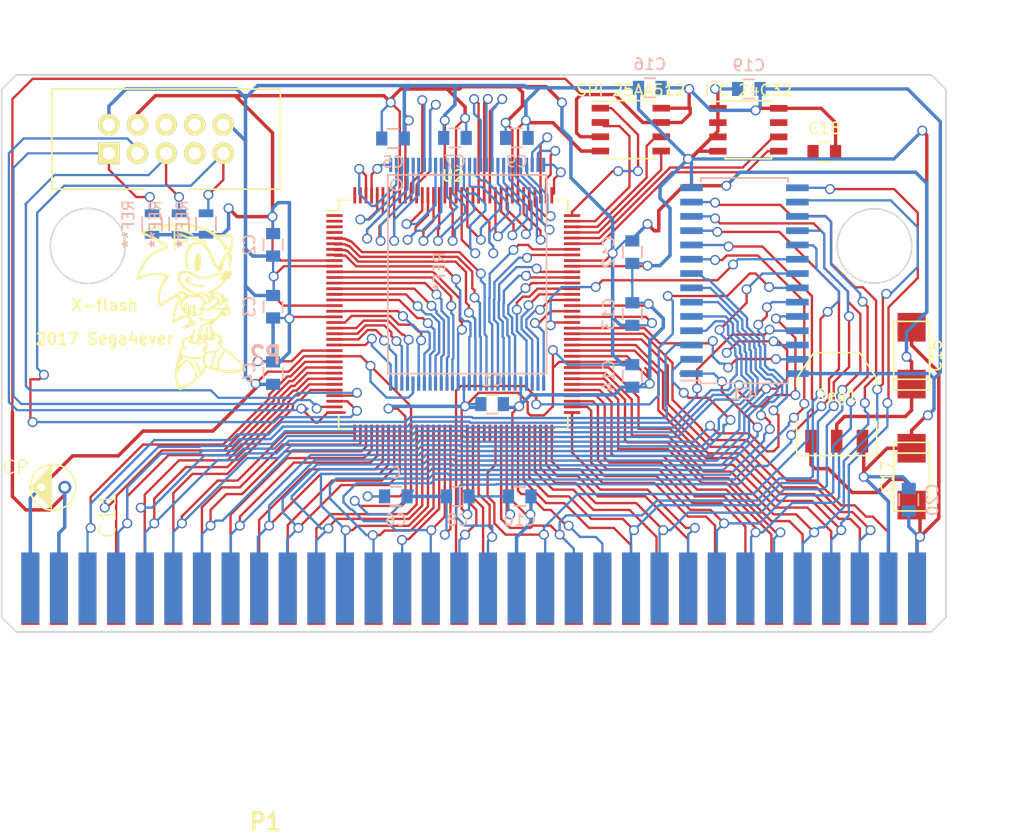
<source format=kicad_pcb>
(kicad_pcb (version 4) (host pcbnew "(after 2015-may-25 BZR unknown)-product")
  (layers (0 Top signal) (31 Bottom signal) (34 B.Paste user) (35 F.Paste user) (36 B.SilkS user) (37 F.SilkS user) (38 B.Mask user) (39 F.Mask user) (44 Edge.Cuts user))
  (net 0 "")
  (net 1 GND)
  (net 2 VCC3)
  (net 3 VCC5)
  (net 4 "Net-(C15-Pad2)")
  (net 5 /A14)
  (net 6 /A12)
  (net 7 /A7)
  (net 8 /A6)
  (net 9 /A5)
  (net 10 /A4)
  (net 11 /A3)
  (net 12 /A2)
  (net 13 /A1)
  (net 14 /A0)
  (net 15 /D0)
  (net 16 /D1)
  (net 17 /D2)
  (net 18 /D3)
  (net 19 /D4)
  (net 20 /D5)
  (net 21 /D6)
  (net 22 /D7)
  (net 23 ~CE_SRAM)
  (net 24 /A10)
  (net 25 /OE)
  (net 26 /A11)
  (net 27 /A9)
  (net 28 /A8)
  (net 29 /A13)
  (net 30 ~WE_SRAM)
  (net 31 /FA15)
  (net 32 /FA14)
  (net 33 /FA13)
  (net 34 /FA12)
  (net 35 /FA11)
  (net 36 /FA10)
  (net 37 /FA9)
  (net 38 /FA8)
  (net 39 /FA19)
  (net 40 /FA20)
  (net 41 /FWE)
  (net 42 /RESET)
  (net 43 /FA21)
  (net 44 /RY-BY)
  (net 45 /FA18)
  (net 46 /FA17)
  (net 47 /FA7)
  (net 48 /FA6)
  (net 49 /FA5)
  (net 50 /FA4)
  (net 51 /FA3)
  (net 52 /FA2)
  (net 53 /FA1)
  (net 54 /FA0)
  (net 55 /FCE)
  (net 56 /FOE)
  (net 57 /FD0)
  (net 58 /FD8)
  (net 59 /FD1)
  (net 60 /FD9)
  (net 61 /FD2)
  (net 62 /FD10)
  (net 63 /FD3)
  (net 64 /FD11)
  (net 65 /FD4)
  (net 66 /FD12)
  (net 67 /FD5)
  (net 68 /FD13)
  (net 69 /FD6)
  (net 70 /FD14)
  (net 71 /FD7)
  (net 72 /FD15)
  (net 73 /BYTE)
  (net 74 /FA16)
  (net 75 ~TIME)
  (net 76 ~MARK3)
  (net 77 ~Up_WR)
  (net 78 ~Low_WR)
  (net 79 ~ROM_RST)
  (net 80 ~ASEL)
  (net 81 TMS)
  (net 82 TDI)
  (net 83 TCK)
  (net 84 TDO)
  (net 85 /A15)
  (net 86 /A16)
  (net 87 /A17)
  (net 88 /A18)
  (net 89 /CE)
  (net 90 /A19)
  (net 91 /A20)
  (net 92 /A21)
  (net 93 /A22)
  (net 94 /D8)
  (net 95 /D9)
  (net 96 /D10)
  (net 97 /D11)
  (net 98 /D12)
  (net 99 /D13)
  (net 100 /D14)
  (net 101 /D15)
  (net 102 SDA)
  (net 103 SCL)
  (net 104 MOSI)
  (net 105 SCLK)
  (net 106 MISO)
  (net 107 ~CE_SPI)
  (net 108 /FA23)
  (net 109 /FA22)
  (net 110 /WP)
  (net 111 /DNU)
  (net 112 /VIO)
  (net 113 /RFU2)
  (net 114 /FA25)
  (net 115 /FA24)
  (module LOGO (layer Top) (at 183.05 138.85)
    (fp_text reference "" hide)
    (fp_text value "" hide)
  )
  (module SMD_Packages:TSOP32SP (layer Bottom) (at 204.25 136.05 90)
    (fp_text reference REF** (at -0.2032 0.5334 270) (layer B.SilkS) (effects (justify mirror)))
    (fp_text value TSOP56P)
    (pad 1 smd rect (at 9.652 -3.81) (size 0.2794 1.27) (layers Bottom B.Paste B.Mask) (net 108 /FA23))
    (pad 2 smd rect (at 9.652 -3.302) (size 0.2794 1.27) (layers Bottom B.Paste B.Mask) (net 109 /FA22))
    (pad 3 smd rect (at 9.652 -2.8194) (size 0.2794 1.27) (layers Bottom B.Paste B.Mask) (net 31 /FA15))
    (pad 4 smd rect (at 9.652 -2.3114) (size 0.2794 1.27) (layers Bottom B.Paste B.Mask) (net 32 /FA14))
    (pad 5 smd rect (at 9.652 -1.8034) (size 0.2794 1.27) (layers Bottom B.Paste B.Mask) (net 33 /FA13))
    (pad 6 smd rect (at 9.652 -1.3208) (size 0.2794 1.27) (layers Bottom B.Paste B.Mask) (net 34 /FA12))
    (pad 7 smd rect (at 9.652 -0.8128) (size 0.2794 1.27) (layers Bottom B.Paste B.Mask) (net 35 /FA11))
    (pad 8 smd rect (at 9.652 -0.3048) (size 0.2794 1.27) (layers Bottom B.Paste B.Mask) (net 36 /FA10))
    (pad 9 smd rect (at 9.652 0.1778) (size 0.2794 1.27) (layers Bottom B.Paste B.Mask) (net 37 /FA9))
    (pad 10 smd rect (at 9.652 0.6858) (size 0.2794 1.27) (layers Bottom B.Paste B.Mask) (net 38 /FA8))
    (pad 11 smd rect (at 9.652 1.1938) (size 0.2794 1.27) (layers Bottom B.Paste B.Mask) (net 39 /FA19))
    (pad 12 smd rect (at 9.652 1.7018) (size 0.2794 1.27) (layers Bottom B.Paste B.Mask) (net 40 /FA20))
    (pad 13 smd rect (at 9.652 2.1844) (size 0.2794 1.27) (layers Bottom B.Paste B.Mask) (net 41 /FWE))
    (pad 14 smd rect (at 9.652 2.6924) (size 0.2794 1.27) (layers Bottom B.Paste B.Mask) (net 42 /RESET))
    (pad 15 smd rect (at 9.652 3.2004) (size 0.2794 1.27) (layers Bottom B.Paste B.Mask) (net 43 /FA21))
    (pad 16 smd rect (at 9.652 3.683) (size 0.2794 1.27) (layers Bottom B.Paste B.Mask) (net 110 /WP))
    (pad 41 smd rect (at -9.779 3.683) (size 0.2794 1.27) (layers Bottom B.Paste B.Mask) (net 63 /FD3))
    (pad 42 smd rect (at -9.779 3.175) (size 0.2794 1.27) (layers Bottom B.Paste B.Mask) (net 64 /FD11))
    (pad 43 smd rect (at -9.779 2.6924) (size 0.2794 1.27) (layers Bottom B.Paste B.Mask) (net 2 VCC3))
    (pad 44 smd rect (at -9.779 2.1844) (size 0.2794 1.27) (layers Bottom B.Paste B.Mask) (net 65 /FD4))
    (pad 45 smd rect (at -9.779 1.6764) (size 0.2794 1.27) (layers Bottom B.Paste B.Mask) (net 66 /FD12))
    (pad 46 smd rect (at -9.779 1.1938) (size 0.2794 1.27) (layers Bottom B.Paste B.Mask) (net 67 /FD5))
    (pad 47 smd rect (at -9.779 0.6858) (size 0.2794 1.27) (layers Bottom B.Paste B.Mask) (net 68 /FD13))
    (pad 48 smd rect (at -9.779 0.1778) (size 0.2794 1.27) (layers Bottom B.Paste B.Mask) (net 69 /FD6))
    (pad 49 smd rect (at -9.779 -0.3048) (size 0.2794 1.27) (layers Bottom B.Paste B.Mask) (net 70 /FD14))
    (pad 50 smd rect (at -9.779 -0.8128) (size 0.2794 1.27) (layers Bottom B.Paste B.Mask) (net 71 /FD7))
    (pad 51 smd rect (at -9.779 -1.3208) (size 0.2794 1.27) (layers Bottom B.Paste B.Mask) (net 72 /FD15))
    (pad 52 smd rect (at -9.779 -1.8288) (size 0.2794 1.27) (layers Bottom B.Paste B.Mask) (net 1 GND))
    (pad 53 smd rect (at -9.779 -2.3114) (size 0.2794 1.27) (layers Bottom B.Paste B.Mask) (net 73 /BYTE))
    (pad 54 smd rect (at -9.779 -2.8194) (size 0.2794 1.27) (layers Bottom B.Paste B.Mask) (net 74 /FA16))
    (pad 55 smd rect (at -9.779 -3.3274) (size 0.2794 1.27) (layers Bottom B.Paste B.Mask) (net 114 /FA25))
    (pad 56 smd rect (at -9.779 -3.81) (size 0.2794 1.27) (layers Bottom B.Paste B.Mask) (net 115 /FA24))
    (pad 40 smd rect (at -9.779 4.191) (size 0.2794 1.27) (layers Bottom B.Paste B.Mask) (net 62 /FD10))
    (pad 39 smd rect (at -9.779 4.699) (size 0.2794 1.27) (layers Bottom B.Paste B.Mask) (net 61 /FD2))
    (pad 38 smd rect (at -9.779 5.207) (size 0.2794 1.27) (layers Bottom B.Paste B.Mask) (net 60 /FD9))
    (pad 37 smd rect (at -9.779 5.715) (size 0.2794 1.27) (layers Bottom B.Paste B.Mask) (net 59 /FD1))
    (pad 36 smd rect (at -9.779 6.223) (size 0.2794 1.27) (layers Bottom B.Paste B.Mask) (net 58 /FD8))
    (pad 35 smd rect (at -9.779 6.731) (size 0.2794 1.27) (layers Bottom B.Paste B.Mask) (net 57 /FD0))
    (pad 34 smd rect (at -9.779 7.239) (size 0.2794 1.27) (layers Bottom B.Paste B.Mask) (net 56 /FOE))
    (pad 33 smd rect (at -9.779 7.747) (size 0.2794 1.27) (layers Bottom B.Paste B.Mask) (net 1 GND))
    (pad 32 smd rect (at -9.779 8.255) (size 0.2794 1.27) (layers Bottom B.Paste B.Mask) (net 55 /FCE))
    (pad 31 smd rect (at -9.779 8.763) (size 0.2794 1.27) (layers Bottom B.Paste B.Mask) (net 54 /FA0))
    (pad 30 smd rect (at -9.779 9.271) (size 0.2794 1.27) (layers Bottom B.Paste B.Mask))
    (pad 29 smd rect (at -9.779 9.779) (size 0.2794 1.27) (layers Bottom B.Paste B.Mask) (net 112 /VIO))
    (pad 17 smd rect (at 9.652 4.191) (size 0.2794 1.27) (layers Bottom B.Paste B.Mask) (net 44 /RY-BY))
    (pad 18 smd rect (at 9.652 4.699) (size 0.2794 1.27) (layers Bottom B.Paste B.Mask) (net 45 /FA18))
    (pad 19 smd rect (at 9.652 5.207) (size 0.2794 1.27) (layers Bottom B.Paste B.Mask) (net 46 /FA17))
    (pad 20 smd rect (at 9.652 5.715) (size 0.2794 1.27) (layers Bottom B.Paste B.Mask) (net 47 /FA7))
    (pad 21 smd rect (at 9.652 6.223) (size 0.2794 1.27) (layers Bottom B.Paste B.Mask) (net 48 /FA6))
    (pad 22 smd rect (at 9.652 6.731) (size 0.2794 1.27) (layers Bottom B.Paste B.Mask) (net 49 /FA5))
    (pad 23 smd rect (at 9.652 7.239) (size 0.2794 1.27) (layers Bottom B.Paste B.Mask) (net 50 /FA4))
    (pad 24 smd rect (at 9.652 7.747) (size 0.2794 1.27) (layers Bottom B.Paste B.Mask) (net 51 /FA3))
    (pad 25 smd rect (at 9.652 8.255) (size 0.2794 1.27) (layers Bottom B.Paste B.Mask) (net 52 /FA2))
    (pad 26 smd rect (at 9.652 8.763) (size 0.2794 1.27) (layers Bottom B.Paste B.Mask) (net 53 /FA1))
    (pad 27 smd rect (at 9.652 9.271) (size 0.2794 1.27) (layers Bottom B.Paste B.Mask) (net 113 /RFU2))
    (pad 28 smd rect (at 9.652 9.779) (size 0.2794 1.27) (layers Bottom B.Paste B.Mask) (net 111 /DNU))
  )
  (module Housings_QFP:TQFP-144_20x20mm_Pitch0.5mm (layer Top) (at 206 139.65)
    (fp_text reference U2 (at 0 -12.275) (layer F.SilkS))
    (fp_text value "")
    (pad 1 smd rect (at -10.55 -8.75) (size 1.45 0.25) (layers Top F.Paste F.Mask))
    (pad 2 smd rect (at -10.55 -8.25) (size 1.45 0.25) (layers Top F.Paste F.Mask))
    (pad 3 smd rect (at -10.55 -7.75) (size 1.45 0.25) (layers Top F.Paste F.Mask))
    (pad 4 smd rect (at -10.55 -7.25) (size 1.45 0.25) (layers Top F.Paste F.Mask))
    (pad 5 smd rect (at -10.55 -6.75) (size 1.45 0.25) (layers Top F.Paste F.Mask) (net 61 /FD2))
    (pad 6 smd rect (at -10.55 -6.25) (size 1.45 0.25) (layers Top F.Paste F.Mask) (net 62 /FD10))
    (pad 7 smd rect (at -10.55 -5.75) (size 1.45 0.25) (layers Top F.Paste F.Mask) (net 63 /FD3))
    (pad 8 smd rect (at -10.55 -5.25) (size 1.45 0.25) (layers Top F.Paste F.Mask) (net 64 /FD11))
    (pad 9 smd rect (at -10.55 -4.75) (size 1.45 0.25) (layers Top F.Paste F.Mask) (net 2 VCC3))
    (pad 10 smd rect (at -10.55 -4.25) (size 1.45 0.25) (layers Top F.Paste F.Mask) (net 1 GND))
    (pad 11 smd rect (at -10.55 -3.75) (size 1.45 0.25) (layers Top F.Paste F.Mask) (net 65 /FD4))
    (pad 12 smd rect (at -10.55 -3.25) (size 1.45 0.25) (layers Top F.Paste F.Mask) (net 66 /FD12))
    (pad 13 smd rect (at -10.55 -2.75) (size 1.45 0.25) (layers Top F.Paste F.Mask) (net 67 /FD5))
    (pad 14 smd rect (at -10.55 -2.25) (size 1.45 0.25) (layers Top F.Paste F.Mask) (net 68 /FD13))
    (pad 15 smd rect (at -10.55 -1.75) (size 1.45 0.25) (layers Top F.Paste F.Mask) (net 69 /FD6))
    (pad 16 smd rect (at -10.55 -1.25) (size 1.45 0.25) (layers Top F.Paste F.Mask) (net 70 /FD14))
    (pad 17 smd rect (at -10.55 -0.75) (size 1.45 0.25) (layers Top F.Paste F.Mask) (net 1 GND))
    (pad 18 smd rect (at -10.55 -0.25) (size 1.45 0.25) (layers Top F.Paste F.Mask) (net 71 /FD7))
    (pad 19 smd rect (at -10.55 0.25) (size 1.45 0.25) (layers Top F.Paste F.Mask) (net 2 VCC3))
    (pad 20 smd rect (at -10.55 0.75) (size 1.45 0.25) (layers Top F.Paste F.Mask) (net 72 /FD15))
    (pad 21 smd rect (at -10.55 1.25) (size 1.45 0.25) (layers Top F.Paste F.Mask) (net 73 /BYTE))
    (pad 22 smd rect (at -10.55 1.75) (size 1.45 0.25) (layers Top F.Paste F.Mask) (net 74 /FA16))
    (pad 23 smd rect (at -10.55 2.25) (size 1.45 0.25) (layers Top F.Paste F.Mask) (net 114 /FA25))
    (pad 24 smd rect (at -10.55 2.75) (size 1.45 0.25) (layers Top F.Paste F.Mask) (net 115 /FA24))
    (pad 25 smd rect (at -10.55 3.25) (size 1.45 0.25) (layers Top F.Paste F.Mask) (net 2 VCC3))
    (pad 26 smd rect (at -10.55 3.75) (size 1.45 0.25) (layers Top F.Paste F.Mask) (net 1 GND))
    (pad 27 smd rect (at -10.55 4.25) (size 1.45 0.25) (layers Top F.Paste F.Mask) (net 7 /A7))
    (pad 28 smd rect (at -10.55 4.75) (size 1.45 0.25) (layers Top F.Paste F.Mask) (net 28 /A8))
    (pad 29 smd rect (at -10.55 5.25) (size 1.45 0.25) (layers Top F.Paste F.Mask) (net 24 /A10))
    (pad 30 smd rect (at -10.55 5.75) (size 1.45 0.25) (layers Top F.Paste F.Mask) (net 27 /A9))
    (pad 31 smd rect (at -10.55 6.25) (size 1.45 0.25) (layers Top F.Paste F.Mask) (net 8 /A6))
    (pad 32 smd rect (at -10.55 6.75) (size 1.45 0.25) (layers Top F.Paste F.Mask) (net 87 /A17))
    (pad 33 smd rect (at -10.55 7.25) (size 1.45 0.25) (layers Top F.Paste F.Mask) (net 81 TMS))
    (pad 34 smd rect (at -10.55 7.75) (size 1.45 0.25) (layers Top F.Paste F.Mask) (net 82 TDI))
    (pad 35 smd rect (at -10.55 8.25) (size 1.45 0.25) (layers Top F.Paste F.Mask) (net 83 TCK))
    (pad 36 smd rect (at -10.55 8.75) (size 1.45 0.25) (layers Top F.Paste F.Mask) (net 84 TDO))
    (pad 37 smd rect (at -8.75 10.55 90) (size 1.45 0.25) (layers Top F.Paste F.Mask) (net 26 /A11))
    (pad 38 smd rect (at -8.25 10.55 90) (size 1.45 0.25) (layers Top F.Paste F.Mask) (net 88 /A18))
    (pad 39 smd rect (at -7.75 10.55 90) (size 1.45 0.25) (layers Top F.Paste F.Mask) (net 9 /A5))
    (pad 40 smd rect (at -7.25 10.55 90) (size 1.45 0.25) (layers Top F.Paste F.Mask) (net 90 /A19))
    (pad 41 smd rect (at -6.75 10.55 90) (size 1.45 0.25) (layers Top F.Paste F.Mask) (net 6 /A12))
    (pad 42 smd rect (at -6.25 10.55 90) (size 1.45 0.25) (layers Top F.Paste F.Mask) (net 91 /A20))
    (pad 43 smd rect (at -5.75 10.55 90) (size 1.45 0.25) (layers Top F.Paste F.Mask) (net 10 /A4))
    (pad 44 smd rect (at -5.25 10.55 90) (size 1.45 0.25) (layers Top F.Paste F.Mask) (net 92 /A21))
    (pad 45 smd rect (at -4.75 10.55 90) (size 1.45 0.25) (layers Top F.Paste F.Mask) (net 29 /A13))
    (pad 46 smd rect (at -4.25 10.55 90) (size 1.45 0.25) (layers Top F.Paste F.Mask) (net 2 VCC3))
    (pad 47 smd rect (at -3.75 10.55 90) (size 1.45 0.25) (layers Top F.Paste F.Mask) (net 1 GND))
    (pad 48 smd rect (at -3.25 10.55 90) (size 1.45 0.25) (layers Top F.Paste F.Mask) (net 93 /A22))
    (pad 49 smd rect (at -2.75 10.55 90) (size 1.45 0.25) (layers Top F.Paste F.Mask) (net 11 /A3))
    (pad 50 smd rect (at -2.25 10.55 90) (size 1.45 0.25) (layers Top F.Paste F.Mask) (net 5 /A14))
    (pad 51 smd rect (at -1.75 10.55 90) (size 1.45 0.25) (layers Top F.Paste F.Mask) (net 12 /A2))
    (pad 52 smd rect (at -1.25 10.55 90) (size 1.45 0.25) (layers Top F.Paste F.Mask) (net 85 /A15))
    (pad 53 smd rect (at -0.75 10.55 90) (size 1.45 0.25) (layers Top F.Paste F.Mask) (net 13 /A1))
    (pad 54 smd rect (at -0.25 10.55 90) (size 1.45 0.25) (layers Top F.Paste F.Mask) (net 1 GND))
    (pad 55 smd rect (at 0.25 10.55 90) (size 1.45 0.25) (layers Top F.Paste F.Mask) (net 25 /OE))
    (pad 56 smd rect (at 0.75 10.55 90) (size 1.45 0.25) (layers Top F.Paste F.Mask) (net 2 VCC3))
    (pad 57 smd rect (at 1.25 10.55 90) (size 1.45 0.25) (layers Top F.Paste F.Mask) (net 86 /A16))
    (pad 58 smd rect (at 1.75 10.55 90) (size 1.45 0.25) (layers Top F.Paste F.Mask) (net 89 /CE))
    (pad 59 smd rect (at 2.25 10.55 90) (size 1.45 0.25) (layers Top F.Paste F.Mask) (net 14 /A0))
    (pad 60 smd rect (at 2.75 10.55 90) (size 1.45 0.25) (layers Top F.Paste F.Mask))
    (pad 61 smd rect (at 3.25 10.55 90) (size 1.45 0.25) (layers Top F.Paste F.Mask))
    (pad 62 smd rect (at 3.75 10.55 90) (size 1.45 0.25) (layers Top F.Paste F.Mask) (net 22 /D7))
    (pad 63 smd rect (at 4.25 10.55 90) (size 1.45 0.25) (layers Top F.Paste F.Mask) (net 15 /D0))
    (pad 64 smd rect (at 4.75 10.55 90) (size 1.45 0.25) (layers Top F.Paste F.Mask) (net 2 VCC3))
    (pad 65 smd rect (at 5.25 10.55 90) (size 1.45 0.25) (layers Top F.Paste F.Mask) (net 1 GND))
    (pad 66 smd rect (at 5.75 10.55 90) (size 1.45 0.25) (layers Top F.Paste F.Mask) (net 94 /D8))
    (pad 67 smd rect (at 6.25 10.55 90) (size 1.45 0.25) (layers Top F.Paste F.Mask) (net 101 /D15))
    (pad 68 smd rect (at 6.75 10.55 90) (size 1.45 0.25) (layers Top F.Paste F.Mask) (net 21 /D6))
    (pad 69 smd rect (at 7.25 10.55 90) (size 1.45 0.25) (layers Top F.Paste F.Mask) (net 100 /D14))
    (pad 70 smd rect (at 7.75 10.55 90) (size 1.45 0.25) (layers Top F.Paste F.Mask) (net 16 /D1))
    (pad 71 smd rect (at 8.25 10.55 90) (size 1.45 0.25) (layers Top F.Paste F.Mask) (net 99 /D13))
    (pad 72 smd rect (at 8.75 10.55 90) (size 1.45 0.25) (layers Top F.Paste F.Mask) (net 95 /D9))
    (pad 73 smd rect (at 10.55 8.75) (size 1.45 0.25) (layers Top F.Paste F.Mask) (net 98 /D12))
    (pad 74 smd rect (at 10.55 8.25) (size 1.45 0.25) (layers Top F.Paste F.Mask) (net 20 /D5))
    (pad 75 smd rect (at 10.55 7.75) (size 1.45 0.25) (layers Top F.Paste F.Mask) (net 80 ~ASEL))
    (pad 76 smd rect (at 10.55 7.25) (size 1.45 0.25) (layers Top F.Paste F.Mask) (net 17 /D2))
    (pad 77 smd rect (at 10.55 6.75) (size 1.45 0.25) (layers Top F.Paste F.Mask) (net 79 ~ROM_RST))
    (pad 78 smd rect (at 10.55 6.25) (size 1.45 0.25) (layers Top F.Paste F.Mask) (net 96 /D10))
    (pad 79 smd rect (at 10.55 5.75) (size 1.45 0.25) (layers Top F.Paste F.Mask) (net 78 ~Low_WR))
    (pad 80 smd rect (at 10.55 5.25) (size 1.45 0.25) (layers Top F.Paste F.Mask) (net 19 /D4))
    (pad 81 smd rect (at 10.55 4.75) (size 1.45 0.25) (layers Top F.Paste F.Mask) (net 77 ~Up_WR))
    (pad 82 smd rect (at 10.55 4.25) (size 1.45 0.25) (layers Top F.Paste F.Mask) (net 2 VCC3))
    (pad 83 smd rect (at 10.55 3.75) (size 1.45 0.25) (layers Top F.Paste F.Mask) (net 1 GND))
    (pad 84 smd rect (at 10.55 3.25) (size 1.45 0.25) (layers Top F.Paste F.Mask) (net 18 /D3))
    (pad 85 smd rect (at 10.55 2.75) (size 1.45 0.25) (layers Top F.Paste F.Mask) (net 76 ~MARK3))
    (pad 86 smd rect (at 10.55 2.25) (size 1.45 0.25) (layers Top F.Paste F.Mask) (net 97 /D11))
    (pad 87 smd rect (at 10.55 1.75) (size 1.45 0.25) (layers Top F.Paste F.Mask) (net 75 ~TIME))
    (pad 88 smd rect (at 10.55 1.25) (size 1.45 0.25) (layers Top F.Paste F.Mask) (net 30 ~WE_SRAM))
    (pad 89 smd rect (at 10.55 0.75) (size 1.45 0.25) (layers Top F.Paste F.Mask) (net 23 ~CE_SRAM))
    (pad 90 smd rect (at 10.55 0.25) (size 1.45 0.25) (layers Top F.Paste F.Mask) (net 2 VCC3))
    (pad 91 smd rect (at 10.55 -0.25) (size 1.45 0.25) (layers Top F.Paste F.Mask) (net 112 /VIO))
    (pad 92 smd rect (at 10.55 -0.75) (size 1.45 0.25) (layers Top F.Paste F.Mask) (net 1 GND))
    (pad 93 smd rect (at 10.55 -1.25) (size 1.45 0.25) (layers Top F.Paste F.Mask))
    (pad 94 smd rect (at 10.55 -1.75) (size 1.45 0.25) (layers Top F.Paste F.Mask) (net 54 /FA0))
    (pad 95 smd rect (at 10.55 -2.25) (size 1.45 0.25) (layers Top F.Paste F.Mask) (net 55 /FCE))
    (pad 96 smd rect (at 10.55 -2.75) (size 1.45 0.25) (layers Top F.Paste F.Mask) (net 56 /FOE))
    (pad 97 smd rect (at 10.55 -3.25) (size 1.45 0.25) (layers Top F.Paste F.Mask) (net 57 /FD0))
    (pad 98 smd rect (at 10.55 -3.75) (size 1.45 0.25) (layers Top F.Paste F.Mask) (net 58 /FD8))
    (pad 99 smd rect (at 10.55 -4.25) (size 1.45 0.25) (layers Top F.Paste F.Mask) (net 1 GND))
    (pad 100 smd rect (at 10.55 -4.75) (size 1.45 0.25) (layers Top F.Paste F.Mask) (net 2 VCC3))
    (pad 101 smd rect (at 10.55 -5.25) (size 1.45 0.25) (layers Top F.Paste F.Mask) (net 59 /FD1))
    (pad 102 smd rect (at 10.55 -5.75) (size 1.45 0.25) (layers Top F.Paste F.Mask) (net 60 /FD9))
    (pad 103 smd rect (at 10.55 -6.25) (size 1.45 0.25) (layers Top F.Paste F.Mask) (net 102 SDA))
    (pad 104 smd rect (at 10.55 -6.75) (size 1.45 0.25) (layers Top F.Paste F.Mask) (net 103 SCL))
    (pad 105 smd rect (at 10.55 -7.25) (size 1.45 0.25) (layers Top F.Paste F.Mask) (net 104 MOSI))
    (pad 106 smd rect (at 10.55 -7.75) (size 1.45 0.25) (layers Top F.Paste F.Mask) (net 105 SCLK))
    (pad 107 smd rect (at 10.55 -8.25) (size 1.45 0.25) (layers Top F.Paste F.Mask) (net 106 MISO))
    (pad 108 smd rect (at 10.55 -8.75) (size 1.45 0.25) (layers Top F.Paste F.Mask) (net 107 ~CE_SPI))
    (pad 109 smd rect (at 8.75 -10.55 90) (size 1.45 0.25) (layers Top F.Paste F.Mask) (net 111 /DNU))
    (pad 110 smd rect (at 8.25 -10.55 90) (size 1.45 0.25) (layers Top F.Paste F.Mask) (net 113 /RFU2))
    (pad 111 smd rect (at 7.75 -10.55 90) (size 1.45 0.25) (layers Top F.Paste F.Mask) (net 53 /FA1))
    (pad 112 smd rect (at 7.25 -10.55 90) (size 1.45 0.25) (layers Top F.Paste F.Mask) (net 52 /FA2))
    (pad 113 smd rect (at 6.75 -10.55 90) (size 1.45 0.25) (layers Top F.Paste F.Mask) (net 51 /FA3))
    (pad 114 smd rect (at 6.25 -10.55 90) (size 1.45 0.25) (layers Top F.Paste F.Mask) (net 50 /FA4))
    (pad 115 smd rect (at 5.75 -10.55 90) (size 1.45 0.25) (layers Top F.Paste F.Mask) (net 1 GND))
    (pad 116 smd rect (at 5.25 -10.55 90) (size 1.45 0.25) (layers Top F.Paste F.Mask) (net 2 VCC3))
    (pad 117 smd rect (at 4.75 -10.55 90) (size 1.45 0.25) (layers Top F.Paste F.Mask) (net 49 /FA5))
    (pad 118 smd rect (at 4.25 -10.55 90) (size 1.45 0.25) (layers Top F.Paste F.Mask) (net 48 /FA6))
    (pad 119 smd rect (at 3.75 -10.55 90) (size 1.45 0.25) (layers Top F.Paste F.Mask) (net 47 /FA7))
    (pad 120 smd rect (at 3.25 -10.55 90) (size 1.45 0.25) (layers Top F.Paste F.Mask) (net 46 /FA17))
    (pad 121 smd rect (at 2.75 -10.55 90) (size 1.45 0.25) (layers Top F.Paste F.Mask) (net 45 /FA18))
    (pad 122 smd rect (at 2.25 -10.55 90) (size 1.45 0.25) (layers Top F.Paste F.Mask) (net 44 /RY-BY))
    (pad 123 smd rect (at 1.75 -10.55 90) (size 1.45 0.25) (layers Top F.Paste F.Mask) (net 110 /WP))
    (pad 124 smd rect (at 1.25 -10.55 90) (size 1.45 0.25) (layers Top F.Paste F.Mask) (net 43 /FA21))
    (pad 125 smd rect (at 0.75 -10.55 90) (size 1.45 0.25) (layers Top F.Paste F.Mask) (net 42 /RESET))
    (pad 126 smd rect (at 0.25 -10.55 90) (size 1.45 0.25) (layers Top F.Paste F.Mask) (net 2 VCC3))
    (pad 127 smd rect (at -0.25 -10.55 90) (size 1.45 0.25) (layers Top F.Paste F.Mask) (net 41 /FWE))
    (pad 128 smd rect (at -0.75 -10.55 90) (size 1.45 0.25) (layers Top F.Paste F.Mask) (net 1 GND))
    (pad 129 smd rect (at -1.25 -10.55 90) (size 1.45 0.25) (layers Top F.Paste F.Mask) (net 40 /FA20))
    (pad 130 smd rect (at -1.75 -10.55 90) (size 1.45 0.25) (layers Top F.Paste F.Mask) (net 39 /FA19))
    (pad 131 smd rect (at -2.25 -10.55 90) (size 1.45 0.25) (layers Top F.Paste F.Mask) (net 38 /FA8))
    (pad 132 smd rect (at -2.75 -10.55 90) (size 1.45 0.25) (layers Top F.Paste F.Mask) (net 37 /FA9))
    (pad 133 smd rect (at -3.25 -10.55 90) (size 1.45 0.25) (layers Top F.Paste F.Mask) (net 36 /FA10))
    (pad 134 smd rect (at -3.75 -10.55 90) (size 1.45 0.25) (layers Top F.Paste F.Mask) (net 35 /FA11))
    (pad 135 smd rect (at -4.25 -10.55 90) (size 1.45 0.25) (layers Top F.Paste F.Mask) (net 1 GND))
    (pad 136 smd rect (at -4.75 -10.55 90) (size 1.45 0.25) (layers Top F.Paste F.Mask) (net 2 VCC3))
    (pad 137 smd rect (at -5.25 -10.55 90) (size 1.45 0.25) (layers Top F.Paste F.Mask) (net 34 /FA12))
    (pad 138 smd rect (at -5.75 -10.55 90) (size 1.45 0.25) (layers Top F.Paste F.Mask) (net 33 /FA13))
    (pad 139 smd rect (at -6.25 -10.55 90) (size 1.45 0.25) (layers Top F.Paste F.Mask) (net 32 /FA14))
    (pad 140 smd rect (at -6.75 -10.55 90) (size 1.45 0.25) (layers Top F.Paste F.Mask) (net 31 /FA15))
    (pad 141 smd rect (at -7.25 -10.55 90) (size 1.45 0.25) (layers Top F.Paste F.Mask) (net 108 /FA23))
    (pad 142 smd rect (at -7.75 -10.55 90) (size 1.45 0.25) (layers Top F.Paste F.Mask) (net 109 /FA22))
    (pad 143 smd rect (at -8.25 -10.55 90) (size 1.45 0.25) (layers Top F.Paste F.Mask))
    (pad 144 smd rect (at -8.75 -10.55 90) (size 1.45 0.25) (layers Top F.Paste F.Mask))
  )
  (module Capacitors_SMD:C_0805 (layer Bottom) (at 246.45 156.15 90)
    (fp_text reference C20 (at 0 2.1 90) (layer B.SilkS) (effects (justify mirror)))
    (fp_text value C)
    (pad 1 smd rect (at -1 0 90) (size 1 1.25) (layers Bottom B.Paste B.Mask) (net 1 GND))
    (pad 2 smd rect (at 1 0 90) (size 1 1.25) (layers Bottom B.Paste B.Mask) (net 3 VCC5))
  )
  (module Capacitors_SMD:C_0805 (layer Bottom) (at 209.45 147.65 180)
    (fp_text reference C1 (at 0 2.1 180) (layer B.SilkS) (effects (justify mirror)))
    (fp_text value C)
    (pad 1 smd rect (at -1 0 180) (size 1 1.25) (layers Bottom B.Paste B.Mask) (net 1 GND))
    (pad 2 smd rect (at 1 0 180) (size 1 1.25) (layers Bottom B.Paste B.Mask) (net 2 VCC3))
  )
  (module Capacitors_SMD:C_0805 (layer Bottom) (at 190 133.5 270)
    (fp_text reference C2 (at 0 2.1 270) (layer B.SilkS) (effects (justify mirror)))
    (fp_text value C)
    (pad 1 smd rect (at -1 0 270) (size 1 1.25) (layers Bottom B.Paste B.Mask) (net 2 VCC3))
    (pad 2 smd rect (at 1 0 270) (size 1 1.25) (layers Bottom B.Paste B.Mask) (net 1 GND))
  )
  (module Sega (layer Bottom) (at 206.5 164.05)
    (fp_text reference P2 (at -17.18056 -20.73656) (layer B.SilkS) (effects (font (size 1.524 1.397) (thickness 0.3048)) (justify mirror)))
    (fp_text value 0 hide)
    (fp_text user "" (at -17.2085 -16.7767) (layer B.SilkS) (effects (font (thickness 0.3048)) (justify mirror)))
    (pad 1 smd rect (at -38.05682 -0.06858) (size 1.6002 6.2992) (layers Bottom B.Paste B.Mask) (net 1 GND))
    (pad 2 smd rect (at -35.51682 -0.06858) (size 1.6002 6.2992) (layers Bottom B.Paste B.Mask) (net 3 VCC5))
    (pad 3 smd rect (at -32.97682 -0.06858) (size 1.6002 6.2992) (layers Bottom B.Paste B.Mask) (net 7 /A7))
    (pad 4 smd rect (at -30.43682 -0.06858) (size 1.6002 6.2992) (layers Bottom B.Paste B.Mask) (net 24 /A10))
    (pad 5 smd rect (at -27.89682 -0.06858) (size 1.6002 6.2992) (layers Bottom B.Paste B.Mask) (net 8 /A6))
    (pad 6 smd rect (at -25.35682 -0.06858) (size 1.6002 6.2992) (layers Bottom B.Paste B.Mask) (net 26 /A11))
    (pad 7 smd rect (at -22.81682 -0.06858) (size 1.6002 6.2992) (layers Bottom B.Paste B.Mask) (net 9 /A5))
    (pad 8 smd rect (at -20.27682 -0.06858) (size 1.6002 6.2992) (layers Bottom B.Paste B.Mask) (net 6 /A12))
    (pad 9 smd rect (at -17.73682 -0.06858) (size 1.6002 6.2992) (layers Bottom B.Paste B.Mask) (net 10 /A4))
    (pad 10 smd rect (at -15.19682 -0.06858) (size 1.6002 6.2992) (layers Bottom B.Paste B.Mask) (net 29 /A13))
    (pad 11 smd rect (at -12.65682 -0.06858) (size 1.6002 6.2992) (layers Bottom B.Paste B.Mask) (net 11 /A3))
    (pad 12 smd rect (at -10.11682 -0.06858) (size 1.6002 6.2992) (layers Bottom B.Paste B.Mask) (net 5 /A14))
    (pad 13 smd rect (at -7.57682 -0.06858) (size 1.6002 6.2992) (layers Bottom B.Paste B.Mask) (net 12 /A2))
    (pad 14 smd rect (at -5.03682 -0.06858) (size 1.6002 6.2992) (layers Bottom B.Paste B.Mask) (net 85 /A15))
    (pad 15 smd rect (at -2.49682 -0.06858) (size 1.6002 6.2992) (layers Bottom B.Paste B.Mask) (net 13 /A1))
    (pad 16 smd rect (at 0.04318 -0.06858) (size 1.6002 6.2992) (layers Bottom B.Paste B.Mask) (net 86 /A16))
    (pad 17 smd rect (at 2.58318 -0.06858) (size 1.6002 6.2992) (layers Bottom B.Paste B.Mask) (net 14 /A0))
    (pad 18 smd rect (at 5.12318 -0.06858) (size 1.6002 6.2992) (layers Bottom B.Paste B.Mask) (net 1 GND))
    (pad 19 smd rect (at 7.66318 -0.06858) (size 1.6002 6.2992) (layers Bottom B.Paste B.Mask) (net 22 /D7))
    (pad 20 smd rect (at 10.20318 -0.06858) (size 1.6002 6.2992) (layers Bottom B.Paste B.Mask) (net 15 /D0))
    (pad 21 smd rect (at 12.74318 -0.06858) (size 1.6002 6.2992) (layers Bottom B.Paste B.Mask) (net 94 /D8))
    (pad 22 smd rect (at 15.28318 -0.06858) (size 1.6002 6.2992) (layers Bottom B.Paste B.Mask) (net 21 /D6))
    (pad 23 smd rect (at 17.82318 -0.06858) (size 1.6002 6.2992) (layers Bottom B.Paste B.Mask) (net 16 /D1))
    (pad 24 smd rect (at 20.36318 -0.06858) (size 1.6002 6.2992) (layers Bottom B.Paste B.Mask) (net 95 /D9))
    (pad 25 smd rect (at 22.90318 -0.06858) (size 1.6002 6.2992) (layers Bottom B.Paste B.Mask) (net 20 /D5))
    (pad 26 smd rect (at 25.44318 -0.06858) (size 1.6002 6.2992) (layers Bottom B.Paste B.Mask) (net 17 /D2))
    (pad 27 smd rect (at 27.98318 -0.06858) (size 1.6002 6.2992) (layers Bottom B.Paste B.Mask) (net 96 /D10))
    (pad 28 smd rect (at 30.52318 -0.06858) (size 1.6002 6.2992) (layers Bottom B.Paste B.Mask) (net 19 /D4))
    (pad 29 smd rect (at 33.06318 -0.06858) (size 1.6002 6.2992) (layers Bottom B.Paste B.Mask) (net 18 /D3))
    (pad 30 smd rect (at 35.60318 -0.06858) (size 1.6002 6.2992) (layers Bottom B.Paste B.Mask) (net 97 /D11))
    (pad 31 smd rect (at 38.14318 -0.06858) (size 1.6002 6.2992) (layers Bottom B.Paste B.Mask) (net 3 VCC5))
    (pad 32 smd rect (at 40.68318 -0.06858) (size 1.6002 6.2992) (layers Bottom B.Paste B.Mask) (net 1 GND))
  )
  (module AVR-JTAG-ICE (layer Top) (at 180.5 124.1)
    (fp_text reference J1 hide)
    (fp_text value 0 hide)
    (pad 1 thru_hole rect (at -5.08 1.27) (size 1.9 1.9) (drill 1.1) (layers *.Cu *.Mask F.SilkS) (net 83 TCK))
    (pad 2 thru_hole circle (at -5.08 -1.27) (size 1.9 1.9) (drill 1.1) (layers *.Cu *.Mask F.SilkS) (net 1 GND))
    (pad 3 thru_hole circle (at -2.54 1.27) (size 1.9 1.9) (drill 1.1) (layers *.Cu *.Mask F.SilkS) (net 84 TDO))
    (pad 4 thru_hole circle (at -2.54 -1.27) (size 1.9 1.9) (drill 1.1) (layers *.Cu *.Mask F.SilkS) (net 2 VCC3))
    (pad 5 thru_hole circle (at 0 1.27) (size 1.9 1.9) (drill 1.1) (layers *.Cu *.Mask F.SilkS) (net 81 TMS))
    (pad 6 thru_hole circle (at 0 -1.27) (size 1.9 1.9) (drill 1.1) (layers *.Cu *.Mask F.SilkS))
    (pad 7 thru_hole circle (at 2.54 1.27) (size 1.9 1.9) (drill 1.1) (layers *.Cu *.Mask F.SilkS))
    (pad 8 thru_hole circle (at 2.54 -1.27) (size 1.9 1.9) (drill 1.1) (layers *.Cu *.Mask F.SilkS))
    (pad 9 thru_hole circle (at 5.08 1.27) (size 1.9 1.9) (drill 1.1) (layers *.Cu *.Mask F.SilkS) (net 82 TDI))
    (pad 10 thru_hole circle (at 5.08 -1.27) (size 1.9 1.9) (drill 1.1) (layers *.Cu *.Mask F.SilkS) (net 1 GND))
  )
  (module E1,8-4 (layer Top) (at 170.45 155.05 180)
    (fp_text reference C11 (at -4 -0.3 270) (layer F.SilkS) (effects (font (size 1.4478 1.4478) (thickness 0.115824)) (justify right top)))
    (fp_text value CP (at 2 2.5 180) (layer F.SilkS) (effects (font (size 1.2065 1.2065) (thickness 0.12065)) (justify right top)))
    (pad - thru_hole circle (at 1.04775 0 180) (size 1.1684 1.1684) (drill 0.7112) (layers *.Cu *.Mask) (net 1 GND))
    (pad + thru_hole circle (at -1.04775 0 180) (size 1.1684 1.1684) (drill 0.7112) (layers *.Cu *.Mask) (net 3 VCC5))
  )
  (module Sega (layer Top) (at 206.5 164.05)
    (fp_text reference P1 (at -17.18056 20.73656) (layer F.SilkS) (effects (font (size 1.524 1.397) (thickness 0.3048))))
    (fp_text value "" hide)
    (fp_text user "" (at -17.2085 16.7767) (layer F.SilkS) (effects (font (thickness 0.3048))))
    (pad 1 smd rect (at -38.05682 0.06858) (size 1.6002 6.2992) (layers Top F.Paste F.Mask))
    (pad 2 smd rect (at -35.51682 0.06858) (size 1.6002 6.2992) (layers Top F.Paste F.Mask))
    (pad 3 smd rect (at -32.97682 0.06858) (size 1.6002 6.2992) (layers Top F.Paste F.Mask))
    (pad 4 smd rect (at -30.43682 0.06858) (size 1.6002 6.2992) (layers Top F.Paste F.Mask) (net 28 /A8))
    (pad 5 smd rect (at -27.89682 0.06858) (size 1.6002 6.2992) (layers Top F.Paste F.Mask) (net 27 /A9))
    (pad 6 smd rect (at -25.35682 0.06858) (size 1.6002 6.2992) (layers Top F.Paste F.Mask) (net 87 /A17))
    (pad 7 smd rect (at -22.81682 0.06858) (size 1.6002 6.2992) (layers Top F.Paste F.Mask) (net 88 /A18))
    (pad 8 smd rect (at -20.27682 0.06858) (size 1.6002 6.2992) (layers Top F.Paste F.Mask) (net 90 /A19))
    (pad 9 smd rect (at -17.73682 0.06858) (size 1.6002 6.2992) (layers Top F.Paste F.Mask) (net 91 /A20))
    (pad 10 smd rect (at -15.19682 0.06858) (size 1.6002 6.2992) (layers Top F.Paste F.Mask) (net 92 /A21))
    (pad 11 smd rect (at -12.65682 0.06858) (size 1.6002 6.2992) (layers Top F.Paste F.Mask) (net 93 /A22))
    (pad 12 smd rect (at -10.11682 0.06858) (size 1.6002 6.2992) (layers Top F.Paste F.Mask))
    (pad 13 smd rect (at -7.57682 0.06858) (size 1.6002 6.2992) (layers Top F.Paste F.Mask))
    (pad 14 smd rect (at -5.03682 0.06858) (size 1.6002 6.2992) (layers Top F.Paste F.Mask))
    (pad 15 smd rect (at -2.49682 0.06858) (size 1.6002 6.2992) (layers Top F.Paste F.Mask))
    (pad 16 smd rect (at 0.04318 0.06858) (size 1.6002 6.2992) (layers Top F.Paste F.Mask) (net 25 /OE))
    (pad 17 smd rect (at 2.58318 0.06858) (size 1.6002 6.2992) (layers Top F.Paste F.Mask) (net 89 /CE))
    (pad 18 smd rect (at 5.12318 0.06858) (size 1.6002 6.2992) (layers Top F.Paste F.Mask))
    (pad 19 smd rect (at 7.66318 0.06858) (size 1.6002 6.2992) (layers Top F.Paste F.Mask))
    (pad 20 smd rect (at 10.20318 0.06858) (size 1.6002 6.2992) (layers Top F.Paste F.Mask))
    (pad 21 smd rect (at 12.74318 0.06858) (size 1.6002 6.2992) (layers Top F.Paste F.Mask))
    (pad 22 smd rect (at 15.28318 0.06858) (size 1.6002 6.2992) (layers Top F.Paste F.Mask) (net 101 /D15))
    (pad 23 smd rect (at 17.82318 0.06858) (size 1.6002 6.2992) (layers Top F.Paste F.Mask) (net 100 /D14))
    (pad 24 smd rect (at 20.36318 0.06858) (size 1.6002 6.2992) (layers Top F.Paste F.Mask) (net 99 /D13))
    (pad 25 smd rect (at 22.90318 0.06858) (size 1.6002 6.2992) (layers Top F.Paste F.Mask) (net 98 /D12))
    (pad 26 smd rect (at 25.44318 0.06858) (size 1.6002 6.2992) (layers Top F.Paste F.Mask) (net 80 ~ASEL))
    (pad 27 smd rect (at 27.98318 0.06858) (size 1.6002 6.2992) (layers Top F.Paste F.Mask) (net 79 ~ROM_RST))
    (pad 28 smd rect (at 30.52318 0.06858) (size 1.6002 6.2992) (layers Top F.Paste F.Mask) (net 78 ~Low_WR))
    (pad 29 smd rect (at 33.06318 0.06858) (size 1.6002 6.2992) (layers Top F.Paste F.Mask) (net 77 ~Up_WR))
    (pad 30 smd rect (at 35.60318 0.06858) (size 1.6002 6.2992) (layers Top F.Paste F.Mask) (net 76 ~MARK3))
    (pad 31 smd rect (at 38.14318 0.06858) (size 1.6002 6.2992) (layers Top F.Paste F.Mask) (net 75 ~TIME))
    (pad 32 smd rect (at 40.68318 0.06858) (size 1.6002 6.2992) (layers Top F.Paste F.Mask) (net 1 GND))
  )
  (module Capacitors_SMD:C_0805 (layer Bottom) (at 190 139 270)
    (fp_text reference C3 (at 0 2.1 270) (layer B.SilkS) (effects (justify mirror)))
    (fp_text value C)
    (pad 1 smd rect (at -1 0 270) (size 1 1.25) (layers Bottom B.Paste B.Mask) (net 1 GND))
    (pad 2 smd rect (at 1 0 270) (size 1 1.25) (layers Bottom B.Paste B.Mask) (net 2 VCC3))
  )
  (module Capacitors_SMD:C_0805 (layer Bottom) (at 190 144.9 270)
    (fp_text reference C4 (at 0 2.1 270) (layer B.SilkS) (effects (justify mirror)))
    (fp_text value C)
    (pad 1 smd rect (at -1 0 270) (size 1 1.25) (layers Bottom B.Paste B.Mask) (net 2 VCC3))
    (pad 2 smd rect (at 1 0 270) (size 1 1.25) (layers Bottom B.Paste B.Mask) (net 1 GND))
  )
  (module Capacitors_SMD:C_0805 (layer Bottom) (at 200.65 124.05)
    (fp_text reference C5 (at 0 2.1) (layer B.SilkS) (effects (justify mirror)))
    (fp_text value C)
    (pad 1 smd rect (at -1 0) (size 1 1.25) (layers Bottom B.Paste B.Mask) (net 2 VCC3))
    (pad 2 smd rect (at 1 0) (size 1 1.25) (layers Bottom B.Paste B.Mask) (net 1 GND))
  )
  (module Capacitors_SMD:C_0805 (layer Bottom) (at 200.9 155.85)
    (fp_text reference C6 (at 0 2.1) (layer B.SilkS) (effects (justify mirror)))
    (fp_text value C (at 0 -2.1) (layer B.SilkS) (effects (justify mirror)))
    (pad 1 smd rect (at -1 0) (size 1 1.25) (layers Bottom B.Paste B.Mask) (net 2 VCC3))
    (pad 2 smd rect (at 1 0) (size 1 1.25) (layers Bottom B.Paste B.Mask) (net 1 GND))
  )
  (module Capacitors_SMD:C_0805 (layer Bottom) (at 206.15 124)
    (fp_text reference C7 (at 0 2.1) (layer B.SilkS) (effects (justify mirror)))
    (fp_text value C)
    (pad 1 smd rect (at -1 0) (size 1 1.25) (layers Bottom B.Paste B.Mask) (net 1 GND))
    (pad 2 smd rect (at 1 0) (size 1 1.25) (layers Bottom B.Paste B.Mask) (net 2 VCC3))
  )
  (module Capacitors_SMD:C_0805 (layer Bottom) (at 206.4 155.85)
    (fp_text reference C8 (at 0 2.1) (layer B.SilkS) (effects (justify mirror)))
    (fp_text value C)
    (pad 1 smd rect (at -1 0) (size 1 1.25) (layers Bottom B.Paste B.Mask) (net 1 GND))
    (pad 2 smd rect (at 1 0) (size 1 1.25) (layers Bottom B.Paste B.Mask) (net 2 VCC3))
  )
  (module Capacitors_SMD:C_0805 (layer Bottom) (at 211.65 124)
    (fp_text reference C9 (at 0 2.1) (layer B.SilkS) (effects (justify mirror)))
    (fp_text value C)
    (pad 1 smd rect (at -1 0) (size 1 1.25) (layers Bottom B.Paste B.Mask) (net 2 VCC3))
    (pad 2 smd rect (at 1 0) (size 1 1.25) (layers Bottom B.Paste B.Mask) (net 1 GND))
  )
  (module Capacitors_SMD:C_0805 (layer Bottom) (at 211.9 155.85)
    (fp_text reference C10 (at 0 2.1) (layer B.SilkS) (effects (justify mirror)))
    (fp_text value C)
    (pad 1 smd rect (at -1 0) (size 1 1.25) (layers Bottom B.Paste B.Mask) (net 2 VCC3))
    (pad 2 smd rect (at 1 0) (size 1 1.25) (layers Bottom B.Paste B.Mask) (net 1 GND))
  )
  (module Capacitors_SMD:C_0805 (layer Bottom) (at 221.9 134.15 270)
    (fp_text reference C12 (at 0 2.1 270) (layer B.SilkS) (effects (justify mirror)))
    (fp_text value C)
    (pad 1 smd rect (at -1 0 270) (size 1 1.25) (layers Bottom B.Paste B.Mask) (net 2 VCC3))
    (pad 2 smd rect (at 1 0 270) (size 1 1.25) (layers Bottom B.Paste B.Mask) (net 1 GND))
  )
  (module Capacitors_SMD:C_0805 (layer Bottom) (at 221.9 139.65 270)
    (fp_text reference C13 (at 0 2.1 270) (layer B.SilkS) (effects (justify mirror)))
    (fp_text value C)
    (pad 1 smd rect (at -1 0 270) (size 1 1.25) (layers Bottom B.Paste B.Mask) (net 1 GND))
    (pad 2 smd rect (at 1 0 270) (size 1 1.25) (layers Bottom B.Paste B.Mask) (net 2 VCC3))
  )
  (module Capacitors_SMD:C_0805 (layer Bottom) (at 221.9 145.15 270)
    (fp_text reference C14 (at 0 2.1 270) (layer B.SilkS) (effects (justify mirror)))
    (fp_text value C)
    (pad 1 smd rect (at -1 0 270) (size 1 1.25) (layers Bottom B.Paste B.Mask) (net 2 VCC3))
    (pad 2 smd rect (at 1 0 270) (size 1 1.25) (layers Bottom B.Paste B.Mask) (net 1 GND))
  )
  (module Capacitors_Tantalum_SMD:TantalC_SizeU_EIA-6032 (layer Top) (at 246.7 143.35 270)
    (fp_text reference C15 (at 0 -2.159 270) (layer F.SilkS))
    (fp_text value CP)
    (pad 1 smd rect (at 2.52476 0 270) (size 2.55016 2.49936) (layers Top F.Paste F.Mask) (net 2 VCC3))
    (pad 2 smd rect (at -2.52476 0 270) (size 2.55016 2.49936) (layers Top F.Paste F.Mask) (net 1 GND))
  )
  (module Capacitors_SMD:C_0805 (layer Bottom) (at 223.45 119.55 180)
    (fp_text reference C16 (at 0 2.1 180) (layer B.SilkS) (effects (justify mirror)))
    (fp_text value C)
    (pad 1 smd rect (at -1 0 180) (size 1 1.25) (layers Bottom B.Paste B.Mask) (net 3 VCC5))
    (pad 2 smd rect (at 1 0 180) (size 1 1.25) (layers Bottom B.Paste B.Mask) (net 1 GND))
  )
  (module Capacitors_Tantalum_SMD:TantalC_SizeU_EIA-6032 (layer Top) (at 246.7 154.1 90)
    (fp_text reference C17 (at 0 -2.159 90) (layer F.SilkS))
    (fp_text value CP)
    (pad 1 smd rect (at 2.52476 0 90) (size 2.55016 2.49936) (layers Top F.Paste F.Mask) (net 3 VCC5))
    (pad 2 smd rect (at -2.52476 0 90) (size 2.55016 2.49936) (layers Top F.Paste F.Mask) (net 1 GND))
  )
  (module Capacitors_SMD:C_0805 (layer Top) (at 238.95 125.25)
    (fp_text reference C18 (at 0 -2.1) (layer F.SilkS))
    (fp_text value C)
    (pad 1 smd rect (at -1 0) (size 1 1.25) (layers Top F.Paste F.Mask) (net 4 "Net-(C15-Pad2)"))
    (pad 2 smd rect (at 1 0) (size 1 1.25) (layers Top F.Paste F.Mask) (net 3 VCC5))
  )
  (module Capacitors_SMD:C_0805 (layer Bottom) (at 232.25 119.65 180)
    (fp_text reference C19 (at 0 2.1 180) (layer B.SilkS) (effects (justify mirror)))
    (fp_text value C)
    (pad 1 smd rect (at -1 0 180) (size 1 1.25) (layers Bottom B.Paste B.Mask) (net 3 VCC5))
    (pad 2 smd rect (at 1 0 180) (size 1 1.25) (layers Bottom B.Paste B.Mask) (net 1 GND))
  )
  (module Housings_SOIC:SOIC-28W_7.5x17.9mm_Pitch1.27mm (layer Bottom) (at 231.8564 136.6877)
    (fp_text reference IC1 (at 0 10.05) (layer B.SilkS) (effects (justify mirror)))
    (fp_text value FM1808B-SG)
    (pad 1 smd rect (at -4.7 8.255) (size 2 0.6) (layers Bottom B.Paste B.Mask) (net 5 /A14))
    (pad 2 smd rect (at -4.7 6.985) (size 2 0.6) (layers Bottom B.Paste B.Mask) (net 6 /A12))
    (pad 3 smd rect (at -4.7 5.715) (size 2 0.6) (layers Bottom B.Paste B.Mask) (net 7 /A7))
    (pad 4 smd rect (at -4.7 4.445) (size 2 0.6) (layers Bottom B.Paste B.Mask) (net 8 /A6))
    (pad 5 smd rect (at -4.7 3.175) (size 2 0.6) (layers Bottom B.Paste B.Mask) (net 9 /A5))
    (pad 6 smd rect (at -4.7 1.905) (size 2 0.6) (layers Bottom B.Paste B.Mask) (net 10 /A4))
    (pad 7 smd rect (at -4.7 0.635) (size 2 0.6) (layers Bottom B.Paste B.Mask) (net 11 /A3))
    (pad 8 smd rect (at -4.7 -0.635) (size 2 0.6) (layers Bottom B.Paste B.Mask) (net 12 /A2))
    (pad 9 smd rect (at -4.7 -1.905) (size 2 0.6) (layers Bottom B.Paste B.Mask) (net 13 /A1))
    (pad 10 smd rect (at -4.7 -3.175) (size 2 0.6) (layers Bottom B.Paste B.Mask) (net 14 /A0))
    (pad 11 smd rect (at -4.7 -4.445) (size 2 0.6) (layers Bottom B.Paste B.Mask) (net 15 /D0))
    (pad 12 smd rect (at -4.7 -5.715) (size 2 0.6) (layers Bottom B.Paste B.Mask) (net 16 /D1))
    (pad 13 smd rect (at -4.7 -6.985) (size 2 0.6) (layers Bottom B.Paste B.Mask) (net 17 /D2))
    (pad 14 smd rect (at -4.7 -8.255) (size 2 0.6) (layers Bottom B.Paste B.Mask) (net 1 GND))
    (pad 15 smd rect (at 4.7 -8.255) (size 2 0.6) (layers Bottom B.Paste B.Mask) (net 18 /D3))
    (pad 16 smd rect (at 4.7 -6.985) (size 2 0.6) (layers Bottom B.Paste B.Mask) (net 19 /D4))
    (pad 17 smd rect (at 4.7 -5.715) (size 2 0.6) (layers Bottom B.Paste B.Mask) (net 20 /D5))
    (pad 18 smd rect (at 4.7 -4.445) (size 2 0.6) (layers Bottom B.Paste B.Mask) (net 21 /D6))
    (pad 19 smd rect (at 4.7 -3.175) (size 2 0.6) (layers Bottom B.Paste B.Mask) (net 22 /D7))
    (pad 20 smd rect (at 4.7 -1.905) (size 2 0.6) (layers Bottom B.Paste B.Mask) (net 23 ~CE_SRAM))
    (pad 21 smd rect (at 4.7 -0.635) (size 2 0.6) (layers Bottom B.Paste B.Mask) (net 24 /A10))
    (pad 22 smd rect (at 4.7 0.635) (size 2 0.6) (layers Bottom B.Paste B.Mask) (net 25 /OE))
    (pad 23 smd rect (at 4.7 1.905) (size 2 0.6) (layers Bottom B.Paste B.Mask) (net 26 /A11))
    (pad 24 smd rect (at 4.7 3.175) (size 2 0.6) (layers Bottom B.Paste B.Mask) (net 27 /A9))
    (pad 25 smd rect (at 4.7 4.445) (size 2 0.6) (layers Bottom B.Paste B.Mask) (net 28 /A8))
    (pad 26 smd rect (at 4.7 5.715) (size 2 0.6) (layers Bottom B.Paste B.Mask) (net 29 /A13))
    (pad 27 smd rect (at 4.7 6.985) (size 2 0.6) (layers Bottom B.Paste B.Mask) (net 30 ~WE_SRAM))
    (pad 28 smd rect (at 4.7 8.255) (size 2 0.6) (layers Bottom B.Paste B.Mask) (net 3 VCC5))
  )
  (module Housings_SOIC:SOIC-8_3.9x4.9mm_Pitch1.27mm (layer Top) (at 221.765 123.2638)
    (fp_text reference "SPI 25AA512" (at 0 -3.5) (layer F.SilkS))
    (fp_text value 25AA512)
    (pad 1 smd rect (at -2.7 -1.905) (size 1.55 0.6) (layers Top F.Paste F.Mask) (net 107 ~CE_SPI))
    (pad 2 smd rect (at -2.7 -0.635) (size 1.55 0.6) (layers Top F.Paste F.Mask) (net 106 MISO))
    (pad 3 smd rect (at -2.7 0.635) (size 1.55 0.6) (layers Top F.Paste F.Mask) (net 3 VCC5))
    (pad 4 smd rect (at -2.7 1.905) (size 1.55 0.6) (layers Top F.Paste F.Mask) (net 1 GND))
    (pad 5 smd rect (at 2.7 1.905) (size 1.55 0.6) (layers Top F.Paste F.Mask) (net 104 MOSI))
    (pad 6 smd rect (at 2.7 0.635) (size 1.55 0.6) (layers Top F.Paste F.Mask) (net 105 SCLK))
    (pad 7 smd rect (at 2.7 -0.635) (size 1.55 0.6) (layers Top F.Paste F.Mask) (net 3 VCC5))
    (pad 8 smd rect (at 2.7 -1.905) (size 1.55 0.6) (layers Top F.Paste F.Mask) (net 3 VCC5))
  )
  (module Housings_SOIC:SOIC-8_3.9x4.9mm_Pitch1.27mm (layer Top) (at 232.1993 123.2765)
    (fp_text reference "I²C 24C32" (at 0 -3.5) (layer F.SilkS))
    (fp_text value 24C32)
    (pad 1 smd rect (at -2.7 -1.905) (size 1.55 0.6) (layers Top F.Paste F.Mask) (net 1 GND))
    (pad 2 smd rect (at -2.7 -0.635) (size 1.55 0.6) (layers Top F.Paste F.Mask) (net 1 GND))
    (pad 3 smd rect (at -2.7 0.635) (size 1.55 0.6) (layers Top F.Paste F.Mask) (net 1 GND))
    (pad 4 smd rect (at -2.7 1.905) (size 1.55 0.6) (layers Top F.Paste F.Mask) (net 1 GND))
    (pad 5 smd rect (at 2.7 1.905) (size 1.55 0.6) (layers Top F.Paste F.Mask) (net 102 SDA))
    (pad 6 smd rect (at 2.7 0.635) (size 1.55 0.6) (layers Top F.Paste F.Mask) (net 103 SCL))
    (pad 7 smd rect (at 2.7 -0.635) (size 1.55 0.6) (layers Top F.Paste F.Mask))
    (pad 8 smd rect (at 2.7 -1.905) (size 1.55 0.6) (layers Top F.Paste F.Mask) (net 3 VCC5))
  )
  (module TO_SOT_Packages_SMD:SOT-223 (layer Top) (at 240.05 147.65)
    (fp_text reference Reg1 (at 0 -0.762) (layer F.SilkS))
    (fp_text value SOT-223)
    (pad 2 smd rect (at 0 3.302) (size 1.016 2.032) (layers Top F.Paste F.Mask) (net 2 VCC3))
    (pad 3 smd rect (at 2.286 3.302) (size 1.016 2.032) (layers Top F.Paste F.Mask) (net 3 VCC5))
    (pad 1 smd rect (at -2.286 3.302) (size 1.016 2.032) (layers Top F.Paste F.Mask) (net 1 GND))
  )
  (module Resistors_SMD:R_0805 (layer Bottom) (at 179.25 131.65 270)
    (fp_text reference REF** (at 0 2.1 270) (layer B.SilkS) (effects (justify mirror)))
    (fp_text value "")
    (pad 1 smd rect (at -0.95 0 270) (size 0.7 1.3) (layers Bottom B.Paste B.Mask) (net 83 TCK))
    (pad 2 smd rect (at 0.95 0 270) (size 0.7 1.3) (layers Bottom B.Paste B.Mask) (net 2 VCC3))
  )
  (module Resistors_SMD:R_0805 (layer Bottom) (at 181.65 131.65 270)
    (fp_text reference REF** (at 0 2.1 270) (layer B.SilkS) (effects (justify mirror)))
    (fp_text value "")
    (pad 1 smd rect (at -0.95 0 270) (size 0.7 1.3) (layers Bottom B.Paste B.Mask) (net 81 TMS))
    (pad 2 smd rect (at 0.95 0 270) (size 0.7 1.3) (layers Bottom B.Paste B.Mask) (net 2 VCC3))
  )
  (module Resistors_SMD:R_0805 (layer Bottom) (at 184.05 131.65 270)
    (fp_text reference REF** (at 0 2.1 270) (layer B.SilkS) (effects (justify mirror)))
    (fp_text value "")
    (pad 1 smd rect (at -0.95 0 270) (size 0.7 1.3) (layers Bottom B.Paste B.Mask) (net 82 TDI))
    (pad 2 smd rect (at 0.95 0 270) (size 0.7 1.3) (layers Bottom B.Paste B.Mask) (net 2 VCC3))
  )
  (gr_text "2017 Sega4ever" (at 175.05 141.85) (layer F.SilkS) (effects (font (size 1 1) (thickness 0.2))))
  (gr_text X-flash (at 175.05 138.85) (layer F.SilkS) (effects (font (size 1 1) (thickness 0.2))))
  (gr_text "\n" (at 180.65 130.7) (layer F.SilkS) (effects (font (size 1.5 1.5))))
  (gr_line (start 167.2 118.4) (end 248.45 118.4) (angle 90) (layer Edge.Cuts) (width 0.15))
  (gr_line (start 165.9 119.7) (end 167.2 118.4) (angle 90) (layer Edge.Cuts) (width 0.15))
  (gr_line (start 248.45 167.9) (end 249.75 166.6) (angle 90) (layer Edge.Cuts) (width 0.15))
  (gr_line (start 167.2 167.9) (end 165.9 166.6) (angle 90) (layer Edge.Cuts) (width 0.15))
  (gr_circle (center 243.4 133.6) (end 245.95 135.7) (layer Edge.Cuts) (width 0.15))
  (gr_circle (center 173.55 133.6) (end 176.1 135.75) (layer Edge.Cuts) (width 0.15))
  (gr_line (start 167.2 167.9) (end 248.45 167.9) (angle 90) (layer Edge.Cuts) (width 0.15))
  (gr_line (start 165.9 119.7) (end 165.9 166.6) (angle 90) (layer Edge.Cuts) (width 0.15))
  (gr_line (start 249.75 119.7) (end 249.75 166.6) (angle 90) (layer Edge.Cuts) (width 0.15))
  (gr_line (start 249.75 119.7) (end 248.45 118.4) (angle 90) (layer Edge.Cuts) (width 0.15))
  (segment (start 213.353125 139.272752) (end 213.703157 139.272752) (width 0.21) (layer Bottom) (net 0))
  (segment (start 213.521 141.845066) (end 212.490495 140.814561) (width 0.21) (layer Bottom) (net 0))
  (segment (start 216.55 138.4) (end 214.575909 138.4) (width 0.21) (layer Top) (net 0))
  (segment (start 214.575909 138.4) (end 214.147656 138.828253) (width 0.21) (layer Top) (net 0))
  (via (at 213.703157 139.272752) (size 0.889) (drill 0.635) (layers Top Bottom) (net 0))
  (segment (start 213.521 145.829) (end 213.521 141.845066) (width 0.21) (layer Bottom) (net 0))
  (segment (start 212.490495 140.135382) (end 213.353125 139.272752) (width 0.21) (layer Bottom) (net 0))
  (segment (start 212.490495 140.814561) (end 212.490495 140.135382) (width 0.21) (layer Bottom) (net 0))
  (segment (start 214.147656 138.828253) (end 213.703157 139.272752) (width 0.21) (layer Top) (net 0))
  (segment (start 199.094499 144.694499) (end 198.65 144.25) (width 0.21) (layer Top) (net 1))
  (segment (start 202.25 147.85) (end 199.094499 144.694499) (width 0.21) (layer Top) (net 1))
  (segment (start 198.205501 143.805501) (end 198.65 144.25) (width 0.21) (layer Top) (net 1))
  (segment (start 197.8 143.4) (end 198.205501 143.805501) (width 0.21) (layer Top) (net 1))
  (segment (start 195.45 143.4) (end 197.8 143.4) (width 0.21) (layer Top) (net 1))
  (segment (start 198.65 144.878617) (end 198.65 144.25) (width 0.21) (layer Bottom) (net 1))
  (segment (start 198.65 145.65) (end 198.65 144.878617) (width 0.21) (layer Bottom) (net 1))
  (segment (start 202.25 150.2) (end 202.25 147.85) (width 0.21) (layer Top) (net 1))
  (segment (start 202.4212 146.674) (end 202.0164 147.0788) (width 0.21) (layer Bottom) (net 1))
  (segment (start 202.0164 147.0788) (end 200.0788 147.0788) (width 0.21) (layer Bottom) (net 1))
  (segment (start 202.4212 145.829) (end 202.4212 146.674) (width 0.21) (layer Bottom) (net 1))
  (segment (start 200.0788 147.0788) (end 198.65 145.65) (width 0.21) (layer Bottom) (net 1))
  (via (at 198.65 144.25) (size 0.889) (drill 0.635) (layers Top Bottom) (net 1))
  (segment (start 201.9 155.85) (end 205.4 155.85) (width 0.31) (layer Bottom) (net 1))
  (segment (start 197.694499 156.694499) (end 197.25 156.25) (width 0.21) (layer Bottom) (net 1))
  (segment (start 198.45 157.45) (end 197.694499 156.694499) (width 0.21) (layer Bottom) (net 1))
  (segment (start 200.425 157.45) (end 198.45 157.45) (width 0.21) (layer Bottom) (net 1))
  (segment (start 197.694499 156.694499) (end 197.25 156.25) (width 0.21) (layer Top) (net 1))
  (segment (start 201.405501 156.694499) (end 197.694499 156.694499) (width 0.21) (layer Top) (net 1))
  (segment (start 201.9 155.85) (end 201.9 155.975) (width 0.21) (layer Bottom) (net 1))
  (segment (start 202.25 154.35) (end 202.25 155.85) (width 0.21) (layer Top) (net 1))
  (segment (start 202.25 155.85) (end 201.405501 156.694499) (width 0.21) (layer Top) (net 1))
  (segment (start 201.9 155.975) (end 200.425 157.45) (width 0.21) (layer Bottom) (net 1))
  (via (at 197.25 156.25) (size 0.889) (drill 0.635) (layers Top Bottom) (net 1))
  (segment (start 205.75 153.95) (end 205.75 158.75) (width 0.21) (layer Top) (net 1))
  (segment (start 211.25 148.45) (end 211.405499 148.294501) (width 0.21) (layer Top) (net 1))
  (segment (start 211.25 150.2) (end 211.25 148.45) (width 0.21) (layer Top) (net 1))
  (via (at 211.849998 147.850002) (size 0.889) (drill 0.635) (layers Top Bottom) (net 1))
  (segment (start 211.45 147.95) (end 211.549998 147.850002) (width 0.21) (layer Bottom) (net 1))
  (segment (start 211.405499 148.294501) (end 211.849998 147.850002) (width 0.21) (layer Top) (net 1))
  (segment (start 211.549998 147.850002) (end 211.849998 147.850002) (width 0.21) (layer Bottom) (net 1))
  (segment (start 211.45 147.95) (end 211.45 148.05) (width 0.21) (layer Bottom) (net 1))
  (segment (start 211.45 148.05) (end 211.45 147.95) (width 0.21) (layer Bottom) (net 1))
  (segment (start 224.360236 128.360235) (end 224.360236 129.360236) (width 0.31) (layer Bottom) (net 1))
  (segment (start 224.35 135.35) (end 223.25 135.35) (width 0.31) (layer Bottom) (net 1))
  (segment (start 225.25 134.45) (end 224.35 135.35) (width 0.31) (layer Bottom) (net 1))
  (segment (start 225.25 130.25) (end 225.25 134.45) (width 0.31) (layer Bottom) (net 1))
  (segment (start 224.360236 129.360236) (end 225.25 130.25) (width 0.31) (layer Bottom) (net 1))
  (segment (start 216.55 143.4) (end 221.428617 143.4) (width 0.21) (layer Top) (net 1))
  (segment (start 221.428617 143.4) (end 223.25 145.221383) (width 0.21) (layer Top) (net 1))
  (segment (start 220.965 146.15) (end 220.285999 146.829001) (width 0.31) (layer Bottom) (net 1))
  (segment (start 212.872937 146.829001) (end 211.997 147.704938) (width 0.31) (layer Bottom) (net 1))
  (segment (start 221.9 146.15) (end 220.965 146.15) (width 0.31) (layer Bottom) (net 1))
  (segment (start 220.285999 146.829001) (end 212.872937 146.829001) (width 0.31) (layer Bottom) (net 1))
  (segment (start 211.997 147.704938) (end 211.997 147.95) (width 0.31) (layer Bottom) (net 1))
  (segment (start 227.06533 125.87047) (end 226.850001 125.87047) (width 0.3) (layer Top) (net 1))
  (segment (start 227.02952 125.87047) (end 226.850001 125.87047) (width 0.3) (layer Top) (net 1))
  (segment (start 226.405502 125.425971) (end 226.850001 125.87047) (width 0.3) (layer Bottom) (net 1))
  (segment (start 247.65 123.35) (end 245.12953 125.87047) (width 0.3) (layer Bottom) (net 1))
  (segment (start 245.12953 125.87047) (end 227.478618 125.87047) (width 0.3) (layer Bottom) (net 1))
  (segment (start 226.405502 126.314969) (end 226.850001 125.87047) (width 0.31) (layer Bottom) (net 1))
  (segment (start 227.1564 126.176869) (end 226.850001 125.87047) (width 0.3) (layer Bottom) (net 1))
  (segment (start 222.45 121.470469) (end 226.405502 125.425971) (width 0.3) (layer Bottom) (net 1))
  (segment (start 227.294489 125.605501) (end 227.02952 125.87047) (width 0.3) (layer Top) (net 1))
  (segment (start 229.0243 123.9115) (end 227.06533 125.87047) (width 0.3) (layer Top) (net 1))
  (segment (start 227.294499 125.605501) (end 227.294489 125.605501) (width 0.3) (layer Top) (net 1))
  (segment (start 227.478618 125.87047) (end 226.850001 125.87047) (width 0.3) (layer Bottom) (net 1))
  (segment (start 229.4993 123.9115) (end 229.0243 123.9115) (width 0.3) (layer Top) (net 1))
  (segment (start 222.45 119.55) (end 222.45 121.470469) (width 0.3) (layer Bottom) (net 1))
  (via (at 226.850001 125.87047) (size 0.889) (drill 0.635) (layers Top Bottom) (net 1))
  (segment (start 224.360236 128.360235) (end 226.405502 126.314969) (width 0.31) (layer Bottom) (net 1))
  (segment (start 227.1564 128.4327) (end 227.1564 126.176869) (width 0.3) (layer Bottom) (net 1))
  (segment (start 229.4993 122.6415) (end 229.4993 123.4007) (width 0.3) (layer Top) (net 1))
  (segment (start 227.7185 125.1815) (end 227.294499 125.605501) (width 0.3) (layer Top) (net 1))
  (segment (start 229.4993 123.4007) (end 227.294499 125.605501) (width 0.3) (layer Top) (net 1))
  (segment (start 229.4993 125.1815) (end 227.7185 125.1815) (width 0.3) (layer Top) (net 1))
  (segment (start 223.15 146.15) (end 223.45 145.85) (width 0.21) (layer Bottom) (net 1))
  (segment (start 222.55 146.121383) (end 222.821383 145.85) (width 0.21) (layer Bottom) (net 1))
  (segment (start 222.55 146.15) (end 222.55 146.121383) (width 0.21) (layer Bottom) (net 1))
  (segment (start 223.35 138.75) (end 224.65 140.05) (width 0.31) (layer Bottom) (net 1))
  (segment (start 224.65 140.85) (end 223.45 142.05) (width 0.31) (layer Bottom) (net 1))
  (segment (start 223.25 145.221383) (end 223.45 145.421383) (width 0.21) (layer Top) (net 1))
  (segment (start 224.65 140.05) (end 224.65 140.85) (width 0.31) (layer Bottom) (net 1))
  (via (at 223.45 145.85) (size 0.889) (drill 0.635) (layers Top Bottom) (net 1))
  (segment (start 223.25 144.65) (end 223.25 145.221383) (width 0.21) (layer Top) (net 1))
  (segment (start 223.45 145.221383) (end 223.45 145.85) (width 0.31) (layer Bottom) (net 1))
  (segment (start 223.05 144.45) (end 223.25 144.65) (width 0.21) (layer Top) (net 1))
  (segment (start 221.9 146.15) (end 223.15 146.15) (width 0.21) (layer Bottom) (net 1))
  (segment (start 222.821383 145.85) (end 223.45 145.85) (width 0.21) (layer Bottom) (net 1))
  (segment (start 223.45 142.05) (end 223.45 145.221383) (width 0.31) (layer Bottom) (net 1))
  (segment (start 223.45 145.421383) (end 223.45 145.85) (width 0.21) (layer Top) (net 1))
  (segment (start 202.15 119.35) (end 188.65 119.35) (width 0.31) (layer Bottom) (net 1))
  (segment (start 188.65 119.35) (end 187.55 120.45) (width 0.31) (layer Bottom) (net 1))
  (segment (start 205.25 122.45) (end 205.25 121.95) (width 0.31) (layer Bottom) (net 1))
  (segment (start 206.15 121.05) (end 206.15 119.35) (width 0.31) (layer Bottom) (net 1))
  (segment (start 205.25 121.95) (end 206.15 121.05) (width 0.31) (layer Bottom) (net 1))
  (segment (start 202.05 122.45) (end 202.05 122.35) (width 0.31) (layer Bottom) (net 1))
  (segment (start 202.05 122.35) (end 201.65 121.95) (width 0.31) (layer Bottom) (net 1))
  (segment (start 213.65 119.55) (end 212.55 119.55) (width 0.31) (layer Bottom) (net 1))
  (segment (start 212.35 119.35) (end 206.15 119.35) (width 0.31) (layer Bottom) (net 1))
  (segment (start 212.55 119.55) (end 212.35 119.35) (width 0.31) (layer Bottom) (net 1))
  (segment (start 206.15 119.35) (end 202.15 119.35) (width 0.31) (layer Bottom) (net 1))
  (segment (start 201.65 119.85) (end 201.65 121.95) (width 0.31) (layer Bottom) (net 1))
  (segment (start 202.15 119.35) (end 201.65 119.85) (width 0.31) (layer Bottom) (net 1))
  (segment (start 201.65 121.95) (end 201.65 124.05) (width 0.31) (layer Bottom) (net 1))
  (segment (start 222.45 119.55) (end 213.65 119.55) (width 0.31) (layer Bottom) (net 1))
  (segment (start 212.45 120.75) (end 212.45 122.45) (width 0.31) (layer Bottom) (net 1))
  (segment (start 213.65 119.55) (end 212.45 120.75) (width 0.31) (layer Bottom) (net 1))
  (segment (start 187.55 124.25) (end 187.55 120.45) (width 0.31) (layer Bottom) (net 1))
  (segment (start 175.42 121.18) (end 175.42 122.83) (width 0.31) (layer Bottom) (net 1))
  (segment (start 187.55 120.45) (end 186.75 119.65) (width 0.31) (layer Bottom) (net 1))
  (segment (start 186.75 119.65) (end 176.95 119.65) (width 0.31) (layer Bottom) (net 1))
  (segment (start 176.95 119.65) (end 175.42 121.18) (width 0.31) (layer Bottom) (net 1))
  (segment (start 187.55 132.75) (end 187.55 124.25) (width 0.31) (layer Bottom) (net 1))
  (segment (start 187.55 124.25) (end 186.13 122.83) (width 0.31) (layer Bottom) (net 1))
  (segment (start 186.13 122.83) (end 185.58 122.83) (width 0.31) (layer Bottom) (net 1))
  (segment (start 190 138) (end 188.4 138) (width 0.31) (layer Bottom) (net 1))
  (segment (start 188.4 138) (end 187.55 137.15) (width 0.31) (layer Bottom) (net 1))
  (segment (start 190 134.5) (end 188.2 134.5) (width 0.31) (layer Bottom) (net 1))
  (segment (start 188.2 134.5) (end 187.55 133.85) (width 0.31) (layer Bottom) (net 1))
  (segment (start 187.55 138) (end 187.55 137.95) (width 0.31) (layer Bottom) (net 1))
  (segment (start 188.45 145.85) (end 188.25 145.85) (width 0.31) (layer Bottom) (net 1))
  (segment (start 188.25 145.85) (end 187.55 145.15) (width 0.31) (layer Bottom) (net 1))
  (segment (start 187.55 145.15) (end 187.55 137.95) (width 0.31) (layer Bottom) (net 1))
  (segment (start 187.55 137.95) (end 187.55 137.15) (width 0.31) (layer Bottom) (net 1))
  (segment (start 187.55 137.15) (end 187.55 133.85) (width 0.31) (layer Bottom) (net 1))
  (segment (start 187.55 133.85) (end 187.55 132.75) (width 0.31) (layer Bottom) (net 1))
  (segment (start 187.55 132.75) (end 187.55 132.65) (width 0.31) (layer Bottom) (net 1))
  (segment (start 201.75 122.75) (end 202.05 122.45) (width 0.21) (layer Top) (net 1))
  (via (at 202.05 122.45) (size 0.889) (layers Top Bottom) (net 1))
  (segment (start 201.65 122.85) (end 201.65 124.05) (width 0.21) (layer Bottom) (net 1))
  (segment (start 202.05 122.45) (end 201.65 122.85) (width 0.21) (layer Bottom) (net 1))
  (segment (start 201.75 129.1) (end 201.75 122.75) (width 0.21) (layer Top) (net 1))
  (via (at 247.65 123.35) (size 0.889) (layers Top Bottom) (net 1))
  (segment (start 247.65 123.35) (end 248.05 123.75) (width 0.3) (layer Top) (net 1))
  (segment (start 248.05 123.75) (end 248.05 139.47524) (width 0.3) (layer Top) (net 1))
  (segment (start 248.05 139.47524) (end 246.7 140.82524) (width 0.3) (layer Top) (net 1))
  (segment (start 229.4993 121.3715) (end 229.4993 119.8993) (width 0.3) (layer Top) (net 1))
  (segment (start 229.25 119.65) (end 231.25 119.65) (width 0.3) (layer Bottom) (net 1))
  (via (at 229.25 119.65) (size 0.889) (layers Top Bottom) (net 1))
  (segment (start 229.4993 119.8993) (end 229.25 119.65) (width 0.3) (layer Top) (net 1))
  (segment (start 229.4993 122.6415) (end 229.4993 121.3715) (width 0.3) (layer Top) (net 1))
  (segment (start 247.45 159.45) (end 249.1157 157.7843) (width 0.31) (layer Top) (net 1))
  (segment (start 246.7 142.41032) (end 246.7 140.82524) (width 0.31) (layer Top) (net 1))
  (segment (start 249.1157 144.82602) (end 246.7 142.41032) (width 0.31) (layer Top) (net 1))
  (segment (start 249.1157 157.7843) (end 249.1157 144.82602) (width 0.31) (layer Top) (net 1))
  (segment (start 247.45 159.45) (end 247.35 159.45) (width 0.3) (layer Bottom) (net 1))
  (segment (start 246.45 158.55) (end 246.45 157.15) (width 0.3) (layer Bottom) (net 1))
  (segment (start 247.35 159.45) (end 246.45 158.55) (width 0.3) (layer Bottom) (net 1))
  (segment (start 211.997 147.95) (end 211.45 147.95) (width 0.31) (layer Bottom) (net 1))
  (segment (start 211.45 147.95) (end 210.45 147.95) (width 0.31) (layer Bottom) (net 1))
  (segment (start 221.9 135.15) (end 221.9 136.8) (width 0.2) (layer Bottom) (net 1))
  (segment (start 221.9 136.8) (end 221.9 138.65) (width 0.2) (layer Bottom) (net 1))
  (segment (start 221.85 136.8) (end 221.9 136.8) (width 0.2) (layer Bottom) (net 1))
  (segment (start 221.9 136.8) (end 221.85 136.8) (width 0.2) (layer Bottom) (net 1))
  (segment (start 221.85 136.8) (end 221.9 136.8) (width 0.2) (layer Bottom) (net 1))
  (segment (start 212.85 157.45) (end 212.9 157.45) (width 0.21) (layer Bottom) (net 1))
  (segment (start 212.9 157.45) (end 212.85 157.45) (width 0.21) (layer Bottom) (net 1))
  (segment (start 212.85 157.45) (end 212.9 157.45) (width 0.21) (layer Bottom) (net 1))
  (via (at 212.85 157.45) (size 0.889) (layers Top Bottom) (net 1))
  (segment (start 212.9 157.45) (end 212.9 158.2) (width 0.31) (layer Bottom) (net 1))
  (segment (start 212.5 158.6) (end 211.62318 159.47682) (width 0.31) (layer Bottom) (net 1))
  (segment (start 212.9 158.2) (end 212.5 158.6) (width 0.31) (layer Bottom) (net 1))
  (segment (start 212.45 157.45) (end 212.85 157.45) (width 0.21) (layer Top) (net 1))
  (segment (start 211.25 156.25) (end 212.45 157.45) (width 0.21) (layer Top) (net 1))
  (segment (start 211.25 152.6) (end 211.25 156.25) (width 0.21) (layer Top) (net 1))
  (segment (start 202.25 154.35) (end 202.25 154.25) (width 0.2) (layer Top) (net 1))
  (segment (start 202.25 154.25) (end 202.25 154.35) (width 0.2) (layer Top) (net 1))
  (segment (start 212.9 155.85) (end 212.9 157.45) (width 0.31) (layer Bottom) (net 1))
  (segment (start 168.44318 163.98142) (end 168.44318 156.00907) (width 0.31) (layer Bottom) (net 1))
  (segment (start 168.44318 156.00907) (end 169.40225 155.05) (width 0.31) (layer Bottom) (net 1))
  (segment (start 172.20225 152.25) (end 169.40225 155.05) (width 0.31) (layer Top) (net 1))
  (segment (start 172.25 152.25) (end 172.20225 152.25) (width 0.31) (layer Top) (net 1))
  (segment (start 184.65 150.05) (end 178.45 150.05) (width 0.31) (layer Top) (net 1))
  (segment (start 178.45 150.05) (end 176.25 152.25) (width 0.31) (layer Top) (net 1))
  (segment (start 176.25 152.25) (end 172.25 152.25) (width 0.31) (layer Top) (net 1))
  (segment (start 188.45 145.85) (end 188.45 146.25) (width 0.31) (layer Top) (net 1))
  (segment (start 188.45 146.25) (end 184.65 150.05) (width 0.31) (layer Top) (net 1))
  (segment (start 188.45 145.85) (end 188.5 145.9) (width 0.31) (layer Bottom) (net 1))
  (segment (start 190.05 136.3) (end 190 136.25) (width 0.2) (layer Bottom) (net 1))
  (via (at 188.45 145.85) (size 0.889) (layers Top Bottom) (net 1))
  (via (at 190.05 136.3) (size 0.889) (layers Top Bottom) (net 1))
  (segment (start 190.95 135.4) (end 190.05 136.3) (width 0.2) (layer Top) (net 1))
  (segment (start 190.05 138.05) (end 190.05 136.3) (width 0.21) (layer Top) (net 1))
  (segment (start 190.9 138.9) (end 190.05 138.05) (width 0.21) (layer Top) (net 1))
  (segment (start 237.764 153.0347) (end 237.764 150.952) (width 0.31) (layer Top) (net 1))
  (segment (start 247.18318 164.11858) (end 247.18318 159.71682) (width 0.31) (layer Top) (net 1))
  (segment (start 247.18318 159.71682) (end 247.18318 163.98142) (width 0.31) (layer Bottom) (net 1))
  (segment (start 211.25 150.2) (end 211.25 152.6) (width 0.2) (layer Top) (net 1))
  (segment (start 211.62318 159.47682) (end 211.62318 163.98142) (width 0.31) (layer Bottom) (net 1))
  (segment (start 195.45 135.4) (end 190.95 135.4) (width 0.2) (layer Top) (net 1))
  (segment (start 204.85 124.3) (end 205.15 124) (width 0.2) (layer Bottom) (net 1))
  (segment (start 202.25 150.2) (end 202.25 154.35) (width 0.2) (layer Top) (net 1))
  (segment (start 195.45 138.9) (end 190.9 138.9) (width 0.21) (layer Top) (net 1))
  (via (at 205.25 122.45) (size 0.889) (layers Top Bottom) (net 1))
  (segment (start 205.25 122.45) (end 205.15 122.55) (width 0.21) (layer Bottom) (net 1))
  (segment (start 205.15 122.55) (end 205.15 124) (width 0.21) (layer Bottom) (net 1))
  (segment (start 205.25 129.1) (end 205.25 122.45) (width 0.21) (layer Top) (net 1))
  (segment (start 211.75 123.15) (end 212.45 122.45) (width 0.21) (layer Top) (net 1))
  (segment (start 211.75 129.1) (end 211.75 123.15) (width 0.21) (layer Top) (net 1))
  (via (at 212.45 122.45) (size 0.889) (layers Top Bottom) (net 1))
  (segment (start 212.45 122.45) (end 212.65 122.65) (width 0.21) (layer Bottom) (net 1))
  (segment (start 212.65 122.65) (end 212.65 124) (width 0.21) (layer Bottom) (net 1))
  (segment (start 190.05 136.3) (end 190.05 137.95) (width 0.2) (layer Bottom) (net 1))
  (segment (start 190.05 137.95) (end 190 138) (width 0.2) (layer Bottom) (net 1))
  (segment (start 190 136.25) (end 190 134.5) (width 0.2) (layer Bottom) (net 1))
  (segment (start 188.5 145.9) (end 190 145.9) (width 0.31) (layer Bottom) (net 1))
  (segment (start 202.4212 155.3288) (end 201.9 155.85) (width 0.21) (layer Bottom) (net 1))
  (segment (start 211.997 145.829) (end 211.997 147.95) (width 0.21) (layer Bottom) (net 1))
  (segment (start 223.2 135.4) (end 223.25 135.35) (width 0.21) (layer Top) (net 1))
  (via (at 223.25 135.35) (size 0.889) (layers Top Bottom) (net 1))
  (segment (start 223.25 135.35) (end 223.05 135.15) (width 0.21) (layer Bottom) (net 1))
  (segment (start 223.05 135.15) (end 221.9 135.15) (width 0.21) (layer Bottom) (net 1))
  (segment (start 216.55 135.4) (end 223.2 135.4) (width 0.21) (layer Top) (net 1))
  (segment (start 223.2 138.9) (end 223.35 138.75) (width 0.21) (layer Top) (net 1))
  (via (at 223.35 138.75) (size 0.889) (layers Top Bottom) (net 1))
  (segment (start 223.35 138.75) (end 223.25 138.65) (width 0.21) (layer Bottom) (net 1))
  (segment (start 223.25 138.65) (end 221.9 138.65) (width 0.21) (layer Bottom) (net 1))
  (segment (start 216.55 138.9) (end 223.2 138.9) (width 0.21) (layer Top) (net 1))
  (segment (start 247.18318 159.71682) (end 247.45 159.45) (width 0.31) (layer Top) (net 1))
  (segment (start 247.45 159.45) (end 247.18318 159.71682) (width 0.31) (layer Bottom) (net 1))
  (segment (start 238.1175 153.3882) (end 237.764 153.0347) (width 0.31) (layer Top) (net 1))
  (segment (start 239.3113 153.3882) (end 238.1175 153.3882) (width 0.31) (layer Top) (net 1))
  (segment (start 241.4322 155.5091) (end 239.3113 153.3882) (width 0.31) (layer Top) (net 1))
  (segment (start 243.6547 155.5091) (end 241.4322 155.5091) (width 0.31) (layer Top) (net 1))
  (via (at 247.45 159.45) (size 0.889) (layers Top Bottom) (net 1))
  (segment (start 244.8231 154.3407) (end 243.6547 155.5091) (width 0.31) (layer Top) (net 1))
  (segment (start 246.00102 154.3407) (end 244.8231 154.3407) (width 0.31) (layer Top) (net 1))
  (segment (start 246.7 155.03968) (end 246.00102 154.3407) (width 0.31) (layer Top) (net 1))
  (segment (start 246.7 156.62476) (end 246.7 155.03968) (width 0.31) (layer Top) (net 1))
  (segment (start 247.45 159.45) (end 247.45 157.37476) (width 0.31) (layer Top) (net 1))
  (segment (start 247.45 157.37476) (end 246.7 156.62476) (width 0.31) (layer Top) (net 1))
  (segment (start 212.65 122.65) (end 212.45 122.45) (width 0.31) (layer Top) (net 1))
  (segment (start 217.3688 125.1688) (end 214.85 122.65) (width 0.31) (layer Top) (net 1))
  (segment (start 214.85 122.65) (end 212.65 122.65) (width 0.31) (layer Top) (net 1))
  (segment (start 219.065 125.1688) (end 217.3688 125.1688) (width 0.31) (layer Top) (net 1))
  (segment (start 195.45 143.4) (end 192.754241 143.4) (width 0.21) (layer Top) (net 1))
  (segment (start 191.383442 144.770799) (end 189.529201 144.770799) (width 0.21) (layer Top) (net 1))
  (segment (start 189.529201 144.770799) (end 188.894499 145.405501) (width 0.21) (layer Top) (net 1))
  (segment (start 192.754241 143.4) (end 191.383442 144.770799) (width 0.21) (layer Top) (net 1))
  (segment (start 188.894499 145.405501) (end 188.45 145.85) (width 0.21) (layer Top) (net 1))
  (segment (start 205.75 158.75) (end 205.25 159.25) (width 0.21) (layer Top) (net 1))
  (via (at 205.25 159.25) (size 0.889) (layers Top Bottom) (net 1))
  (segment (start 205.25 159.25) (end 205.4 159.1) (width 0.21) (layer Bottom) (net 1))
  (segment (start 205.4 159.1) (end 205.4 155.85) (width 0.21) (layer Bottom) (net 1))
  (segment (start 205.75 150.2) (end 205.75 153.85) (width 0.2) (layer Top) (net 1))
  (segment (start 205.75 153.85) (end 205.75 153.95) (width 0.2) (layer Top) (net 1))
  (segment (start 181.65 132.6) (end 179.25 132.6) (width 0.31) (layer Bottom) (net 2))
  (segment (start 184.05 132.6) (end 181.65 132.6) (width 0.31) (layer Bottom) (net 2))
  (segment (start 186.05 130.25) (end 186.05 132.05) (width 0.31) (layer Bottom) (net 2))
  (segment (start 186.8 131) (end 186.05 130.25) (width 0.31) (layer Top) (net 2))
  (via (at 186.05 130.25) (size 0.889) (layers Top Bottom) (net 2))
  (segment (start 189.95 131) (end 186.8 131) (width 0.31) (layer Top) (net 2))
  (segment (start 185.5 132.6) (end 184.05 132.6) (width 0.31) (layer Bottom) (net 2))
  (segment (start 186.05 132.05) (end 185.5 132.6) (width 0.31) (layer Bottom) (net 2))
  (segment (start 200.25 148.05) (end 201.05 148.05) (width 0.21) (layer Top) (net 2))
  (segment (start 207.05 147.85) (end 201.85 147.85) (width 0.31) (layer Bottom) (net 2))
  (via (at 200.25 148.05) (size 0.889) (drill 0.635) (layers Top Bottom) (net 2))
  (segment (start 200.45 147.85) (end 200.25 148.05) (width 0.31) (layer Bottom) (net 2))
  (segment (start 201.85 147.85) (end 200.45 147.85) (width 0.31) (layer Bottom) (net 2))
  (segment (start 201.75 148.75) (end 201.75 150.2) (width 0.21) (layer Top) (net 2))
  (segment (start 201.05 148.05) (end 201.75 148.75) (width 0.21) (layer Top) (net 2))
  (segment (start 212.609503 147.485437) (end 212.609501 148.409501) (width 0.21) (layer Top) (net 2))
  (segment (start 208.25 146.65) (end 211.774064 146.65) (width 0.21) (layer Top) (net 2))
  (segment (start 214.85 147.85) (end 214.85 144.45) (width 0.21) (layer Top) (net 2))
  (segment (start 207.05 147.85) (end 208.25 146.65) (width 0.21) (layer Top) (net 2))
  (segment (start 212.85 148.65) (end 214.05 148.65) (width 0.21) (layer Top) (net 2))
  (segment (start 211.774064 146.65) (end 212.609503 147.485437) (width 0.21) (layer Top) (net 2))
  (segment (start 212.609501 148.409501) (end 212.85 148.65) (width 0.21) (layer Top) (net 2))
  (segment (start 214.05 148.65) (end 214.85 147.85) (width 0.21) (layer Top) (net 2))
  (segment (start 224.25 132.25) (end 223.85 132.25) (width 0.31) (layer Top) (net 2))
  (segment (start 246.7 143.9) (end 246.25 143.45) (width 0.31) (layer Top) (net 2))
  (via (at 246.25 143.45) (size 0.889) (layers Top Bottom) (net 2))
  (segment (start 246.25 143.45) (end 246.25 141.25) (width 0.31) (layer Bottom) (net 2))
  (segment (start 246.25 141.25) (end 248.05 139.45) (width 0.31) (layer Bottom) (net 2))
  (segment (start 248.05 139.45) (end 248.05 128.05) (width 0.31) (layer Bottom) (net 2))
  (segment (start 248.05 128.05) (end 247.05 127.05) (width 0.31) (layer Bottom) (net 2))
  (segment (start 247.05 127.05) (end 231.45 127.05) (width 0.31) (layer Bottom) (net 2))
  (segment (start 231.45 127.05) (end 230.25 128.25) (width 0.31) (layer Bottom) (net 2))
  (via (at 230.25 128.25) (size 0.889) (layers Top Bottom) (net 2))
  (segment (start 230.25 128.25) (end 226.45 128.25) (width 0.31) (layer Top) (net 2))
  (segment (start 226.45 128.25) (end 224.25 130.45) (width 0.31) (layer Top) (net 2))
  (segment (start 224.25 130.45) (end 224.25 132.25) (width 0.31) (layer Top) (net 2))
  (segment (start 246.7 145.87476) (end 246.7 143.9) (width 0.31) (layer Top) (net 2))
  (segment (start 223.25 131.65) (end 221.9 133) (width 0.31) (layer Bottom) (net 2))
  (via (at 223.25 131.65) (size 0.889) (layers Top Bottom) (net 2))
  (segment (start 223.85 132.25) (end 223.25 131.65) (width 0.31) (layer Top) (net 2))
  (segment (start 221.9 133) (end 221.9 133.15) (width 0.31) (layer Bottom) (net 2))
  (segment (start 214.85 144.45) (end 214.85 142.85) (width 0.21) (layer Top) (net 2))
  (segment (start 216.15 144.15) (end 221.9 144.15) (width 0.21) (layer Bottom) (net 2))
  (segment (start 214.85 142.85) (end 216.15 144.15) (width 0.21) (layer Bottom) (net 2))
  (via (at 214.85 142.85) (size 0.889) (layers Top Bottom) (net 2))
  (segment (start 215.4 143.9) (end 216.55 143.9) (width 0.21) (layer Top) (net 2))
  (segment (start 214.85 144.45) (end 215.4 143.9) (width 0.21) (layer Top) (net 2))
  (segment (start 206.75 148.15) (end 207.05 147.85) (width 0.21) (layer Top) (net 2))
  (segment (start 207.4 155.85) (end 210.9 155.85) (width 0.21) (layer Bottom) (net 2))
  (segment (start 223.205501 140.005501) (end 223.65 140.45) (width 0.21) (layer Top) (net 2))
  (segment (start 223.1 139.9) (end 223.205501 140.005501) (width 0.21) (layer Top) (net 2))
  (segment (start 221.9 140.65) (end 223.45 140.65) (width 0.21) (layer Bottom) (net 2))
  (segment (start 216.55 139.9) (end 223.1 139.9) (width 0.21) (layer Top) (net 2))
  (via (at 223.65 140.45) (size 0.889) (drill 0.635) (layers Top Bottom) (net 2))
  (segment (start 223.45 140.65) (end 223.65 140.45) (width 0.21) (layer Bottom) (net 2))
  (segment (start 240.05 150.952) (end 240.05 149.45) (width 0.31) (layer Top) (net 2))
  (segment (start 246.7 148.2) (end 246.7 145.87476) (width 0.31) (layer Top) (net 2))
  (segment (start 246.15 148.75) (end 246.7 148.2) (width 0.31) (layer Top) (net 2))
  (segment (start 240.75 148.75) (end 246.15 148.75) (width 0.31) (layer Top) (net 2))
  (segment (start 240.05 149.45) (end 240.75 148.75) (width 0.31) (layer Top) (net 2))
  (segment (start 220.15 139.75) (end 220.15 143.25) (width 0.31) (layer Bottom) (net 2))
  (segment (start 220.15 143.25) (end 221.05 144.15) (width 0.31) (layer Bottom) (net 2))
  (segment (start 221.05 144.15) (end 221.9 144.15) (width 0.31) (layer Bottom) (net 2))
  (segment (start 220.15 134.25) (end 220.15 139.75) (width 0.31) (layer Bottom) (net 2))
  (segment (start 220.15 139.75) (end 220.15 139.95) (width 0.31) (layer Bottom) (net 2))
  (segment (start 220.85 140.65) (end 221.9 140.65) (width 0.31) (layer Bottom) (net 2))
  (segment (start 220.15 139.95) (end 220.85 140.65) (width 0.31) (layer Bottom) (net 2))
  (segment (start 206.9424 145.829) (end 206.9424 147.8424) (width 0.21) (layer Bottom) (net 2))
  (segment (start 206.9424 147.8424) (end 207.05 147.95) (width 0.21) (layer Bottom) (net 2))
  (segment (start 207.05 147.95) (end 208.45 147.95) (width 0.31) (layer Bottom) (net 2))
  (segment (start 220.15 134.25) (end 220.15 131.25) (width 0.31) (layer Bottom) (net 2))
  (segment (start 220.15 131.25) (end 216.45 127.55) (width 0.31) (layer Bottom) (net 2))
  (segment (start 216.45 124.05) (end 215.65 123.25) (width 0.31) (layer Bottom) (net 2))
  (segment (start 216.45 127.55) (end 216.45 124.05) (width 0.31) (layer Bottom) (net 2))
  (segment (start 215.65 123.25) (end 215.65 120.85) (width 0.31) (layer Bottom) (net 2))
  (segment (start 211.35 119.45) (end 206.75 119.45) (width 0.31) (layer Top) (net 2))
  (segment (start 212.15 119.95) (end 212.15 121.15) (width 0.31) (layer Top) (net 2))
  (segment (start 211.65 119.45) (end 212.15 119.95) (width 0.31) (layer Top) (net 2))
  (segment (start 211.35 119.45) (end 211.65 119.45) (width 0.31) (layer Top) (net 2))
  (segment (start 210.65 122.65) (end 212.15 121.15) (width 0.31) (layer Top) (net 2))
  (segment (start 206.55 119.65) (end 206.75 119.45) (width 0.31) (layer Top) (net 2))
  (segment (start 206.55 119.65) (end 205.45 119.65) (width 0.31) (layer Top) (net 2))
  (segment (start 214.25 119.45) (end 211.45 119.45) (width 0.31) (layer Top) (net 2))
  (segment (start 215.65 120.85) (end 214.25 119.45) (width 0.31) (layer Top) (net 2))
  (via (at 215.65 120.85) (size 0.889) (layers Top Bottom) (net 2))
  (segment (start 200.45 120.85) (end 200.45 120.55) (width 0.31) (layer Top) (net 2))
  (segment (start 200.45 120.55) (end 201.35 119.65) (width 0.31) (layer Top) (net 2))
  (segment (start 201.35 119.65) (end 205.45 119.65) (width 0.31) (layer Top) (net 2))
  (segment (start 207.05 121.25) (end 207.05 122.25) (width 0.31) (layer Top) (net 2))
  (segment (start 205.45 119.65) (end 207.05 121.25) (width 0.31) (layer Top) (net 2))
  (segment (start 186.55 120.25) (end 199.85 120.25) (width 0.31) (layer Top) (net 2))
  (segment (start 199.85 120.25) (end 200.45 120.85) (width 0.31) (layer Top) (net 2))
  (segment (start 189.95 131) (end 189.95 123.55) (width 0.31) (layer Top) (net 2))
  (segment (start 177.96 121.84) (end 177.96 122.83) (width 0.31) (layer Top) (net 2))
  (segment (start 179.55 120.25) (end 177.96 121.84) (width 0.31) (layer Top) (net 2))
  (segment (start 186.65 120.25) (end 186.55 120.25) (width 0.31) (layer Top) (net 2))
  (segment (start 186.55 120.25) (end 179.55 120.25) (width 0.31) (layer Top) (net 2))
  (segment (start 189.95 123.55) (end 186.65 120.25) (width 0.31) (layer Top) (net 2))
  (segment (start 189.95 131) (end 189.95 130.25) (width 0.31) (layer Bottom) (net 2))
  (segment (start 190.45 129.75) (end 191.45 129.75) (width 0.31) (layer Bottom) (net 2))
  (segment (start 189.95 130.25) (end 190.45 129.75) (width 0.31) (layer Bottom) (net 2))
  (segment (start 190 143.9) (end 190.6 143.9) (width 0.31) (layer Bottom) (net 2))
  (segment (start 190.6 143.9) (end 191.45 143.05) (width 0.31) (layer Bottom) (net 2))
  (segment (start 191.45 143.05) (end 191.45 129.75) (width 0.31) (layer Bottom) (net 2))
  (segment (start 210.9 155.85) (end 210.9 155.4) (width 0.31) (layer Bottom) (net 2))
  (segment (start 207.4 155.85) (end 207.4 155.3) (width 0.31) (layer Bottom) (net 2))
  (segment (start 200.894499 121.294499) (end 200.45 120.85) (width 0.21) (layer Top) (net 2))
  (segment (start 201.25 129.1) (end 201.25 121.65) (width 0.21) (layer Top) (net 2))
  (segment (start 201.25 121.65) (end 200.894499 121.294499) (width 0.21) (layer Top) (net 2))
  (segment (start 200.005501 121.294499) (end 200.45 120.85) (width 0.21) (layer Bottom) (net 2))
  (via (at 200.45 120.85) (size 0.889) (drill 0.635) (layers Top Bottom) (net 2))
  (segment (start 199.65 124.05) (end 199.65 121.65) (width 0.21) (layer Bottom) (net 2))
  (segment (start 199.65 121.65) (end 200.005501 121.294499) (width 0.21) (layer Bottom) (net 2))
  (segment (start 210.75 154.45) (end 210.75 154.5) (width 0.2) (layer Top) (net 2))
  (segment (start 206.75 153.2) (end 206.75 156.95) (width 0.21) (layer Top) (net 2))
  (segment (start 201.75 155.35) (end 201.25 155.85) (width 0.2) (layer Top) (net 2))
  (segment (start 198.4 155.85) (end 199.9 155.85) (width 0.2) (layer Bottom) (net 2))
  (segment (start 201.75 150.2) (end 201.75 155.35) (width 0.2) (layer Top) (net 2))
  (via (at 198.4 155.85) (size 0.889) (layers Top Bottom) (net 2))
  (segment (start 201.25 155.85) (end 198.4 155.85) (width 0.2) (layer Top) (net 2))
  (segment (start 192.6 142.9) (end 191.65 143.85) (width 0.21) (layer Top) (net 2))
  (segment (start 195.45 142.9) (end 192.6 142.9) (width 0.21) (layer Top) (net 2))
  (segment (start 191.65 143.85) (end 188.65 143.85) (width 0.21) (layer Top) (net 2))
  (segment (start 190.7 134.9) (end 189.95 134.15) (width 0.2) (layer Top) (net 2))
  (segment (start 210.75 154.45) (end 210.75 157.15) (width 0.21) (layer Top) (net 2))
  (segment (start 210.9 157.3) (end 210.9 155.85) (width 0.21) (layer Bottom) (net 2))
  (segment (start 211.05 157.45) (end 210.9 157.3) (width 0.21) (layer Bottom) (net 2))
  (via (at 211.05 157.45) (size 0.889) (layers Top Bottom) (net 2))
  (segment (start 210.75 157.15) (end 211.05 157.45) (width 0.21) (layer Top) (net 2))
  (segment (start 191.6 139.9) (end 191.45 140.05) (width 0.21) (layer Top) (net 2))
  (segment (start 206.75 156.95) (end 207.25 157.45) (width 0.21) (layer Top) (net 2))
  (via (at 207.25 157.45) (size 0.889) (layers Top Bottom) (net 2))
  (segment (start 189.95 134.15) (end 189.95 131) (width 0.2) (layer Top) (net 2))
  (segment (start 189.95 131) (end 190 131.05) (width 0.2) (layer Bottom) (net 2))
  (segment (start 207.25 157.45) (end 207.4 157.3) (width 0.21) (layer Bottom) (net 2))
  (via (at 188.65 143.85) (size 0.889) (layers Top Bottom) (net 2))
  (segment (start 188.7 143.9) (end 190 143.9) (width 0.21) (layer Bottom) (net 2))
  (segment (start 188.65 143.85) (end 188.7 143.9) (width 0.21) (layer Bottom) (net 2))
  (via (at 189.95 131) (size 0.889) (layers Top Bottom) (net 2))
  (via (at 191.45 140.05) (size 0.889) (layers Top Bottom) (net 2))
  (segment (start 191.45 140.05) (end 191.4 140) (width 0.21) (layer Bottom) (net 2))
  (segment (start 190 131.05) (end 190 132.5) (width 0.2) (layer Bottom) (net 2))
  (segment (start 190.2 143.7) (end 190 143.9) (width 0.2) (layer Bottom) (net 2))
  (segment (start 190 143.9) (end 190 140) (width 0.31) (layer Bottom) (net 2))
  (segment (start 191.4 140) (end 190 140) (width 0.21) (layer Bottom) (net 2))
  (segment (start 240.05 150.952) (end 240.05 150.444) (width 0.31) (layer Top) (net 2))
  (segment (start 216.55 143.9) (end 221.3 143.9) (width 0.21) (layer Top) (net 2))
  (segment (start 221.3 143.9) (end 221.85 144.45) (width 0.21) (layer Top) (net 2))
  (segment (start 221.85 144.45) (end 221.9 144.4) (width 0.21) (layer Bottom) (net 2))
  (segment (start 221.9 144.4) (end 221.9 144.15) (width 0.21) (layer Bottom) (net 2))
  (segment (start 206.75 150.2) (end 206.75 153.2) (width 0.2) (layer Top) (net 2))
  (segment (start 195.45 134.9) (end 190.7 134.9) (width 0.2) (layer Top) (net 2))
  (segment (start 210.45 124.2) (end 210.65 124) (width 0.2) (layer Bottom) (net 2))
  (segment (start 210.75 150.2) (end 210.75 154.45) (width 0.2) (layer Top) (net 2))
  (segment (start 195.45 139.9) (end 191.6 139.9) (width 0.21) (layer Top) (net 2))
  (segment (start 207.35 124.2) (end 207.15 124) (width 0.2) (layer Bottom) (net 2))
  (segment (start 199.65 123.45) (end 199.65 124.05) (width 0.21) (layer Bottom) (net 2))
  (segment (start 206.25 123.05) (end 207.05 122.25) (width 0.21) (layer Top) (net 2))
  (segment (start 206.25 129.1) (end 206.25 123.05) (width 0.21) (layer Top) (net 2))
  (via (at 207.05 122.25) (size 0.889) (layers Top Bottom) (net 2))
  (segment (start 207.15 122.35) (end 207.15 124) (width 0.21) (layer Bottom) (net 2))
  (segment (start 207.05 122.25) (end 207.15 122.35) (width 0.21) (layer Bottom) (net 2))
  (segment (start 211.25 123.25) (end 210.65 122.65) (width 0.21) (layer Top) (net 2))
  (segment (start 211.25 129.1) (end 211.25 123.25) (width 0.21) (layer Top) (net 2))
  (via (at 210.65 122.65) (size 0.889) (layers Top Bottom) (net 2))
  (segment (start 210.65 122.65) (end 210.65 124) (width 0.21) (layer Bottom) (net 2))
  (segment (start 207.4 157.3) (end 207.4 155.85) (width 0.21) (layer Bottom) (net 2))
  (segment (start 206.9424 155.3924) (end 207.4 155.85) (width 0.21) (layer Bottom) (net 2))
  (segment (start 219.5 134.9) (end 220.15 134.25) (width 0.21) (layer Top) (net 2))
  (via (at 220.15 134.25) (size 0.889) (layers Top Bottom) (net 2))
  (segment (start 220.15 134.25) (end 221.25 133.15) (width 0.21) (layer Bottom) (net 2))
  (segment (start 221.25 133.15) (end 221.9 133.15) (width 0.21) (layer Bottom) (net 2))
  (segment (start 216.55 134.9) (end 219.5 134.9) (width 0.21) (layer Top) (net 2))
  (segment (start 246.7 145.87476) (end 246.7 145.84936) (width 0.31) (layer Top) (net 2))
  (via (at 207.05 147.85) (size 0.889) (layers Top Bottom) (net 2))
  (segment (start 207.05 147.85) (end 207.25 147.65) (width 0.21) (layer Bottom) (net 2))
  (segment (start 207.25 147.65) (end 208.45 147.65) (width 0.21) (layer Bottom) (net 2))
  (segment (start 206.75 150.2) (end 206.75 148.15) (width 0.21) (layer Top) (net 2))
  (segment (start 233.25 119.65) (end 246.35 119.65) (width 0.3) (layer Bottom) (net 3))
  (segment (start 246.35 119.65) (end 249.25 122.55) (width 0.3) (layer Bottom) (net 3))
  (segment (start 249.25 122.55) (end 249.25 144.839006) (width 0.3) (layer Bottom) (net 3))
  (segment (start 249.25 144.839006) (end 248.694503 145.394503) (width 0.3) (layer Bottom) (net 3))
  (segment (start 242.4482 154.1121) (end 242.4482 153.6518) (width 0.31) (layer Top) (net 3))
  (segment (start 244.52476 151.57524) (end 246.7 151.57524) (width 0.31) (layer Top) (net 3))
  (segment (start 242.4482 153.6518) (end 244.52476 151.57524) (width 0.31) (layer Top) (net 3))
  (segment (start 236.5564 144.9427) (end 248.2427 144.9427) (width 0.31) (layer Bottom) (net 3))
  (segment (start 248.2427 144.9427) (end 248.694503 145.394503) (width 0.31) (layer Bottom) (net 3))
  (segment (start 217.35 120.15) (end 215.95 118.75) (width 0.21) (layer Top) (net 3))
  (segment (start 215.95 118.75) (end 168.65 118.75) (width 0.21) (layer Top) (net 3))
  (segment (start 168.65 118.75) (end 166.85 120.55) (width 0.21) (layer Top) (net 3))
  (segment (start 166.85 120.55) (end 166.85 148.35) (width 0.21) (layer Top) (net 3))
  (segment (start 217.45 120.15) (end 217.35 120.15) (width 0.21) (layer Top) (net 3))
  (segment (start 234.8993 121.3715) (end 238.6715 121.3715) (width 0.3) (layer Top) (net 3))
  (segment (start 239.95 122.65) (end 239.95 125.25) (width 0.3) (layer Top) (net 3))
  (segment (start 238.6715 121.3715) (end 239.95 122.65) (width 0.3) (layer Top) (net 3))
  (segment (start 224.465 122.6288) (end 222.8288 122.6288) (width 0.3) (layer Top) (net 3))
  (segment (start 222.8288 122.6288) (end 220.35 120.15) (width 0.3) (layer Top) (net 3))
  (segment (start 220.35 120.15) (end 217.45 120.15) (width 0.3) (layer Top) (net 3))
  (segment (start 217.35 120.15) (end 216.95 120.55) (width 0.3) (layer Top) (net 3))
  (segment (start 217.2988 123.8988) (end 219.065 123.8988) (width 0.3) (layer Top) (net 3))
  (segment (start 216.95 120.55) (end 216.95 123.55) (width 0.3) (layer Top) (net 3))
  (segment (start 216.95 123.55) (end 217.2988 123.8988) (width 0.3) (layer Top) (net 3))
  (segment (start 227.394499 120.0945) (end 226.95 119.650001) (width 0.3) (layer Bottom) (net 3))
  (segment (start 228.849999 121.55) (end 227.394499 120.0945) (width 0.3) (layer Bottom) (net 3))
  (segment (start 226.95 120.278618) (end 226.95 119.650001) (width 0.3) (layer Top) (net 3))
  (segment (start 226.95 121.2676) (end 226.95 120.278618) (width 0.3) (layer Top) (net 3))
  (segment (start 232.85 121.55) (end 228.849999 121.55) (width 0.3) (layer Bottom) (net 3))
  (segment (start 227.0412 121.3588) (end 226.95 121.2676) (width 0.3) (layer Top) (net 3))
  (segment (start 226.849999 119.55) (end 226.95 119.650001) (width 0.3) (layer Bottom) (net 3))
  (segment (start 224.45 119.55) (end 226.849999 119.55) (width 0.3) (layer Bottom) (net 3))
  (via (at 226.95 119.650001) (size 0.889) (drill 0.635) (layers Top Bottom) (net 3))
  (segment (start 227.0412 121.3588) (end 227.0412 121.8588) (width 0.3) (layer Top) (net 3))
  (segment (start 226.2712 122.6288) (end 224.465 122.6288) (width 0.3) (layer Top) (net 3))
  (segment (start 227.0412 121.8588) (end 226.2712 122.6288) (width 0.3) (layer Top) (net 3))
  (segment (start 227.0412 121.3588) (end 224.465 121.3588) (width 0.3) (layer Top) (net 3))
  (segment (start 233.25 119.65) (end 233.25 121.15) (width 0.3) (layer Bottom) (net 3))
  (segment (start 233.0285 121.3715) (end 234.8993 121.3715) (width 0.3) (layer Top) (net 3))
  (segment (start 232.85 121.55) (end 233.0285 121.3715) (width 0.3) (layer Top) (net 3))
  (via (at 232.85 121.55) (size 0.889) (layers Top Bottom) (net 3))
  (segment (start 233.25 121.15) (end 232.85 121.55) (width 0.3) (layer Bottom) (net 3))
  (segment (start 248.694503 145.394503) (end 248.694503 148.105496) (width 0.3) (layer Bottom) (net 3))
  (via (at 248.149999 148.65) (size 0.889) (drill 0.635) (layers Top Bottom) (net 3))
  (segment (start 248.04016 148.65) (end 248.149999 148.65) (width 0.31) (layer Top) (net 3))
  (segment (start 246.7 151.57524) (end 246.7 149.99016) (width 0.31) (layer Top) (net 3))
  (segment (start 246.7 149.99016) (end 248.04016 148.65) (width 0.31) (layer Top) (net 3))
  (segment (start 248.594498 148.205501) (end 248.149999 148.65) (width 0.3) (layer Bottom) (net 3))
  (segment (start 248.694503 148.105496) (end 248.594498 148.205501) (width 0.3) (layer Bottom) (net 3))
  (segment (start 242.4482 154.1121) (end 245.9121 154.1121) (width 0.3) (layer Bottom) (net 3))
  (segment (start 245.9121 154.1121) (end 246.45 154.65) (width 0.3) (layer Bottom) (net 3))
  (segment (start 246.45 154.65) (end 246.45 155.15) (width 0.3) (layer Bottom) (net 3))
  (segment (start 171.49775 155.05) (end 171.49775 155.70225) (width 0.31) (layer Top) (net 3))
  (segment (start 166.85 155.85) (end 166.85 148.35) (width 0.31) (layer Top) (net 3))
  (segment (start 168.05 157.05) (end 166.85 155.85) (width 0.31) (layer Top) (net 3))
  (segment (start 170.15 157.05) (end 168.05 157.05) (width 0.31) (layer Top) (net 3))
  (segment (start 171.49775 155.70225) (end 170.15 157.05) (width 0.31) (layer Top) (net 3))
  (segment (start 170.98318 163.98142) (end 170.98318 159.11682) (width 0.31) (layer Bottom) (net 3))
  (segment (start 171.49775 158.60225) (end 171.49775 155.05) (width 0.31) (layer Bottom) (net 3))
  (segment (start 171.49775 158.60225) (end 171.05 159.05) (width 0.31) (layer Bottom) (net 3))
  (segment (start 170.98318 159.11682) (end 171.05 159.05) (width 0.31) (layer Bottom) (net 3))
  (segment (start 242.4482 154.1121) (end 242.4482 151.0642) (width 0.31) (layer Top) (net 3))
  (segment (start 242.4482 151.0642) (end 242.336 150.952) (width 0.31) (layer Top) (net 3))
  (segment (start 244.64318 158.64318) (end 244.64318 156.30708) (width 0.31) (layer Bottom) (net 3))
  (segment (start 244.64318 156.30708) (end 242.4482 154.1121) (width 0.31) (layer Bottom) (net 3))
  (via (at 242.4482 154.1121) (size 0.889) (drill 0.635) (layers Top Bottom) (net 3))
  (segment (start 244.64318 163.98142) (end 244.64318 158.64318) (width 0.31) (layer Bottom) (net 3))
  (segment (start 229.989889 153.510111) (end 233.024176 150.475824) (width 0.21) (layer Bottom) (net 5))
  (segment (start 233.024176 150.475824) (end 233.024176 149.710192) (width 0.21) (layer Bottom) (net 5))
  (segment (start 196.45 158.85) (end 194.250008 156.650008) (width 0.21) (layer Bottom) (net 5))
  (segment (start 205.684165 153.40998) (end 205.784296 153.510111) (width 0.21) (layer Bottom) (net 5))
  (segment (start 194.250008 156.650008) (end 194.250008 153.849992) (width 0.21) (layer Bottom) (net 5))
  (segment (start 203.662042 153.849992) (end 204.102054 153.40998) (width 0.21) (layer Bottom) (net 5))
  (segment (start 194.250008 153.849992) (end 203.662042 153.849992) (width 0.21) (layer Bottom) (net 5))
  (segment (start 204.102054 153.40998) (end 205.684165 153.40998) (width 0.21) (layer Bottom) (net 5))
  (segment (start 205.784296 153.510111) (end 229.989889 153.510111) (width 0.21) (layer Bottom) (net 5))
  (segment (start 229.85 146.536016) (end 229.85 146.278618) (width 0.21) (layer Top) (net 5))
  (segment (start 229.405501 145.205502) (end 229.85 145.650001) (width 0.21) (layer Bottom) (net 5))
  (segment (start 233.024176 149.710192) (end 229.85 146.536016) (width 0.21) (layer Top) (net 5))
  (segment (start 229.142699 144.9427) (end 229.405501 145.205502) (width 0.21) (layer Bottom) (net 5))
  (via (at 229.85 145.650001) (size 0.889) (drill 0.635) (layers Top Bottom) (net 5))
  (segment (start 227.1564 144.9427) (end 229.142699 144.9427) (width 0.21) (layer Bottom) (net 5))
  (segment (start 229.85 146.278618) (end 229.85 145.650001) (width 0.21) (layer Top) (net 5))
  (segment (start 233.25 149.85) (end 233.110192 149.710192) (width 0.21) (layer Bottom) (net 5))
  (segment (start 233.024176 150.024158) (end 233.024176 149.710192) (width 0.21) (layer Top) (net 5))
  (segment (start 233.050009 150.049991) (end 233.024176 150.024158) (width 0.21) (layer Top) (net 5))
  (via (at 233.024176 149.710192) (size 0.889) (drill 0.635) (layers Top Bottom) (net 5))
  (segment (start 233.110192 149.710192) (end 233.024176 149.710192) (width 0.21) (layer Bottom) (net 5))
  (segment (start 227.1564 144.9427) (end 226.1573 144.9427) (width 0.21) (layer Bottom) (net 5))
  (segment (start 196.38318 163.98142) (end 196.38318 158.91682) (width 0.21) (layer Bottom) (net 5))
  (segment (start 196.38318 158.91682) (end 196.45 158.85) (width 0.21) (layer Bottom) (net 5))
  (segment (start 203.75 156.762036) (end 202.042026 158.47001) (width 0.21) (layer Top) (net 5))
  (segment (start 202.042026 158.47001) (end 197.458607 158.47001) (width 0.21) (layer Top) (net 5))
  (segment (start 197.458607 158.47001) (end 197.078617 158.85) (width 0.21) (layer Top) (net 5))
  (via (at 196.45 158.85) (size 0.889) (drill 0.635) (layers Top Bottom) (net 5))
  (segment (start 197.078617 158.85) (end 196.45 158.85) (width 0.21) (layer Top) (net 5))
  (segment (start 203.75 150.2) (end 203.75 156.762036) (width 0.21) (layer Top) (net 5))
  (segment (start 230.005501 150.088482) (end 230.005501 149.494499) (width 0.21) (layer Bottom) (net 6))
  (segment (start 228.263912 151.830071) (end 230.005501 150.088482) (width 0.21) (layer Bottom) (net 6))
  (segment (start 193.330048 152.169952) (end 202.96615 152.169952) (width 0.21) (layer Bottom) (net 6))
  (segment (start 206.380057 151.72994) (end 206.480188 151.830071) (width 0.21) (layer Bottom) (net 6))
  (segment (start 187.05 158.45) (end 193.330048 152.169952) (width 0.21) (layer Bottom) (net 6))
  (segment (start 202.96615 152.169952) (end 203.406162 151.72994) (width 0.21) (layer Bottom) (net 6))
  (segment (start 203.406162 151.72994) (end 206.380057 151.72994) (width 0.21) (layer Bottom) (net 6))
  (segment (start 206.480188 151.830071) (end 228.263912 151.830071) (width 0.21) (layer Bottom) (net 6))
  (segment (start 230.01295 149.501948) (end 230.175809 149.501948) (width 0.21) (layer Bottom) (net 6))
  (via (at 230.620308 149.057449) (size 0.889) (drill 0.635) (layers Top Bottom) (net 6))
  (segment (start 230.005501 149.494499) (end 230.01295 149.501948) (width 0.21) (layer Bottom) (net 6))
  (segment (start 228.657358 147.094499) (end 230.175809 148.61295) (width 0.21) (layer Top) (net 6))
  (segment (start 226.46955 146.65) (end 226.914049 147.094499) (width 0.21) (layer Top) (net 6))
  (segment (start 230.175809 148.61295) (end 230.620308 149.057449) (width 0.21) (layer Top) (net 6))
  (segment (start 226.914049 147.094499) (end 228.657358 147.094499) (width 0.21) (layer Top) (net 6))
  (segment (start 230.175809 149.501948) (end 230.620308 149.057449) (width 0.21) (layer Bottom) (net 6))
  (segment (start 230.005501 149.805501) (end 230.005501 149.494499) (width 0.21) (layer Bottom) (net 6))
  (segment (start 226.025051 146.205501) (end 226.46955 146.65) (width 0.21) (layer Bottom) (net 6))
  (segment (start 225.45 145.63045) (end 226.025051 146.205501) (width 0.21) (layer Bottom) (net 6))
  (segment (start 225.45 144.6791) (end 225.45 145.63045) (width 0.21) (layer Bottom) (net 6))
  (segment (start 226.4564 143.6727) (end 225.45 144.6791) (width 0.21) (layer Bottom) (net 6))
  (segment (start 227.1564 143.6727) (end 226.4564 143.6727) (width 0.21) (layer Bottom) (net 6))
  (via (at 226.46955 146.65) (size 0.889) (drill 0.635) (layers Top Bottom) (net 6))
  (segment (start 198.65 152.85) (end 191.85 152.85) (width 0.21) (layer Top) (net 6))
  (segment (start 199.25 152.25) (end 198.65 152.85) (width 0.21) (layer Top) (net 6))
  (segment (start 187.05 158.45) (end 186.25 159.25) (width 0.21) (layer Bottom) (net 6))
  (segment (start 186.25 159.25) (end 186.25 163.9546) (width 0.21) (layer Bottom) (net 6))
  (segment (start 186.25 163.9546) (end 186.22318 163.98142) (width 0.21) (layer Bottom) (net 6))
  (via (at 187.05 158.45) (size 0.889) (layers Top Bottom) (net 6))
  (segment (start 187.05 157.65) (end 187.05 158.45) (width 0.21) (layer Top) (net 6))
  (segment (start 191.85 152.85) (end 187.05 157.65) (width 0.21) (layer Top) (net 6))
  (segment (start 199.25 150.2) (end 199.25 152.25) (width 0.21) (layer Top) (net 6))
  (segment (start 207.73513 148.890001) (end 224.852883 148.890001) (width 0.21) (layer Bottom) (net 7))
  (segment (start 190.718254 149.229882) (end 201.748339 149.229882) (width 0.21) (layer Bottom) (net 7))
  (segment (start 186.832835 150.34995) (end 189.598186 150.34995) (width 0.21) (layer Bottom) (net 7))
  (segment (start 201.748339 149.229882) (end 202.188351 148.78987) (width 0.21) (layer Bottom) (net 7))
  (segment (start 173.8 158.65) (end 173.8 156.5) (width 0.21) (layer Bottom) (net 7))
  (segment (start 224.852883 148.890001) (end 224.953014 148.78987) (width 0.21) (layer Bottom) (net 7))
  (segment (start 189.598186 150.34995) (end 190.718254 149.229882) (width 0.21) (layer Bottom) (net 7))
  (segment (start 173.8 156.5) (end 179.45 150.85) (width 0.21) (layer Bottom) (net 7))
  (segment (start 179.45 150.85) (end 186.332785 150.85) (width 0.21) (layer Bottom) (net 7))
  (segment (start 186.332785 150.85) (end 186.832835 150.34995) (width 0.21) (layer Bottom) (net 7))
  (segment (start 207.634999 148.78987) (end 207.73513 148.890001) (width 0.21) (layer Bottom) (net 7))
  (segment (start 202.188351 148.78987) (end 207.634999 148.78987) (width 0.21) (layer Bottom) (net 7))
  (segment (start 227.1564 142.4027) (end 225.6973 142.4027) (width 0.21) (layer Bottom) (net 7))
  (segment (start 225.6973 142.4027) (end 224.85 143.25) (width 0.21) (layer Bottom) (net 7))
  (segment (start 224.85 147.85) (end 224.953014 147.953014) (width 0.21) (layer Bottom) (net 7))
  (segment (start 224.85 143.25) (end 224.85 147.85) (width 0.21) (layer Bottom) (net 7))
  (segment (start 224.953014 147.953014) (end 224.953014 148.78987) (width 0.21) (layer Bottom) (net 7))
  (segment (start 173.52318 158.92682) (end 173.52318 163.98142) (width 0.2) (layer Bottom) (net 7))
  (via (at 173.8 158.65) (size 0.889) (layers Top Bottom) (net 7))
  (segment (start 173.52318 158.92682) (end 173.8 158.65) (width 0.2) (layer Bottom) (net 7))
  (segment (start 173.8 155.9) (end 173.8 158.021383) (width 0.21) (layer Top) (net 7))
  (segment (start 195.45 143.9) (end 192.848223 143.9) (width 0.21) (layer Top) (net 7))
  (segment (start 191.557414 145.190809) (end 191.277374 145.190809) (width 0.21) (layer Top) (net 7))
  (segment (start 173.8 158.021383) (end 173.8 158.65) (width 0.21) (layer Top) (net 7))
  (segment (start 189.652249 146.815934) (end 189.652249 147.162664) (width 0.21) (layer Top) (net 7))
  (segment (start 191.277374 145.190809) (end 189.652249 146.815934) (width 0.21) (layer Top) (net 7))
  (segment (start 185.564913 151.25) (end 178.45 151.25) (width 0.21) (layer Top) (net 7))
  (segment (start 189.652249 147.162664) (end 185.564913 151.25) (width 0.21) (layer Top) (net 7))
  (segment (start 192.848223 143.9) (end 191.557414 145.190809) (width 0.21) (layer Top) (net 7))
  (segment (start 178.45 151.25) (end 173.8 155.9) (width 0.21) (layer Top) (net 7))
  (segment (start 224.953014 148.78987) (end 224.91013 148.78987) (width 0.21) (layer Bottom) (net 7))
  (segment (start 227.1564 142.4027) (end 226.4973 142.4027) (width 0.21) (layer Bottom) (net 7))
  (segment (start 185.07001 152.62999) (end 179.894499 157.805501) (width 0.21) (layer Bottom) (net 8))
  (segment (start 231.287128 147.249521) (end 229.256496 147.249521) (width 0.21) (layer Bottom) (net 8))
  (segment (start 190.294078 152.02999) (end 187.528727 152.02999) (width 0.21) (layer Bottom) (net 8))
  (segment (start 229.256496 147.249521) (end 225.935976 150.570041) (width 0.21) (layer Bottom) (net 8))
  (segment (start 232.179699 146.356952) (end 231.287128 147.249521) (width 0.21) (layer Bottom) (net 8))
  (segment (start 231.466569 142.548522) (end 231.466569 143.148525) (width 0.21) (layer Bottom) (net 8))
  (segment (start 202.444231 150.909922) (end 191.414146 150.909922) (width 0.21) (layer Bottom) (net 8))
  (segment (start 186.928727 152.62999) (end 185.07001 152.62999) (width 0.21) (layer Bottom) (net 8))
  (segment (start 229.285439 140.290499) (end 230.014561 140.290499) (width 0.21) (layer Bottom) (net 8))
  (segment (start 202.884243 150.46991) (end 202.444231 150.909922) (width 0.21) (layer Bottom) (net 8))
  (segment (start 179.894499 157.805501) (end 179.45 158.25) (width 0.21) (layer Bottom) (net 8))
  (segment (start 187.528727 152.02999) (end 186.928727 152.62999) (width 0.21) (layer Bottom) (net 8))
  (segment (start 231.590447 143.272404) (end 231.590447 145.084426) (width 0.21) (layer Bottom) (net 8))
  (segment (start 230.014561 140.290499) (end 230.409501 140.685439) (width 0.21) (layer Bottom) (net 8))
  (segment (start 227.1564 141.1327) (end 228.443238 141.1327) (width 0.21) (layer Bottom) (net 8))
  (segment (start 231.466569 143.148525) (end 231.590447 143.272404) (width 0.21) (layer Bottom) (net 8))
  (segment (start 230.409501 140.685439) (end 230.409502 141.491455) (width 0.21) (layer Bottom) (net 8))
  (segment (start 225.935976 150.570041) (end 207.002107 150.570041) (width 0.21) (layer Bottom) (net 8))
  (segment (start 232.179699 145.673677) (end 232.179699 146.356952) (width 0.21) (layer Bottom) (net 8))
  (segment (start 231.590447 145.084426) (end 232.179699 145.673677) (width 0.21) (layer Bottom) (net 8))
  (segment (start 206.901976 150.46991) (end 202.884243 150.46991) (width 0.21) (layer Bottom) (net 8))
  (segment (start 230.409502 141.491455) (end 231.466569 142.548522) (width 0.21) (layer Bottom) (net 8))
  (segment (start 191.414146 150.909922) (end 190.294078 152.02999) (width 0.21) (layer Bottom) (net 8))
  (segment (start 207.002107 150.570041) (end 206.901976 150.46991) (width 0.21) (layer Bottom) (net 8))
  (segment (start 228.443238 141.1327) (end 229.285439 140.290499) (width 0.21) (layer Bottom) (net 8))
  (via (at 179.45 158.25) (size 0.889) (layers Top Bottom) (net 8))
  (segment (start 178.65 159.05) (end 178.65 163.9346) (width 0.21) (layer Bottom) (net 8))
  (segment (start 178.65 163.9346) (end 178.60318 163.98142) (width 0.21) (layer Bottom) (net 8))
  (segment (start 179.45 158.25) (end 178.65 159.05) (width 0.21) (layer Bottom) (net 8))
  (segment (start 191.973266 146.870849) (end 191.332289 147.511826) (width 0.21) (layer Top) (net 8))
  (segment (start 179.45 156.05) (end 179.45 157.621383) (width 0.21) (layer Top) (net 8))
  (segment (start 179.45 157.621383) (end 179.45 158.25) (width 0.21) (layer Top) (net 8))
  (segment (start 182.25 153.25) (end 179.45 156.05) (width 0.21) (layer Top) (net 8))
  (segment (start 185.940853 153.25) (end 182.25 153.25) (width 0.21) (layer Top) (net 8))
  (segment (start 191.332289 147.858564) (end 185.940853 153.25) (width 0.21) (layer Top) (net 8))
  (segment (start 191.332289 147.511826) (end 191.332289 147.858564) (width 0.21) (layer Top) (net 8))
  (segment (start 193.224155 145.9) (end 192.253306 146.870849) (width 0.21) (layer Top) (net 8))
  (segment (start 195.45 145.9) (end 193.224155 145.9) (width 0.21) (layer Top) (net 8))
  (segment (start 192.253306 146.870849) (end 191.973266 146.870849) (width 0.21) (layer Top) (net 8))
  (segment (start 232.599709 145.499705) (end 232.010457 144.910453) (width 0.21) (layer Bottom) (net 9))
  (segment (start 203.232189 151.30993) (end 206.55403 151.30993) (width 0.21) (layer Bottom) (net 9))
  (segment (start 232.010457 143.09843) (end 231.886577 142.974548) (width 0.21) (layer Bottom) (net 9))
  (segment (start 231.886578 142.904959) (end 231.886578 142.374549) (width 0.21) (layer Bottom) (net 9))
  (segment (start 228.089939 151.410061) (end 229.585491 149.914509) (width 0.21) (layer Bottom) (net 9))
  (segment (start 206.654161 151.410061) (end 228.089939 151.410061) (width 0.21) (layer Bottom) (net 9))
  (segment (start 232.010457 144.910453) (end 232.010457 143.09843) (width 0.21) (layer Bottom) (net 9))
  (segment (start 230.829511 141.317481) (end 230.829511 140.511467) (width 0.21) (layer Bottom) (net 9))
  (segment (start 184.45 158.45) (end 184.894499 158.005501) (width 0.21) (layer Bottom) (net 9))
  (segment (start 231.886578 142.374549) (end 230.829511 141.317481) (width 0.21) (layer Bottom) (net 9))
  (segment (start 191.762092 151.749942) (end 202.792177 151.749942) (width 0.21) (layer Bottom) (net 9))
  (segment (start 231.886577 142.974548) (end 231.886578 142.904959) (width 0.21) (layer Bottom) (net 9))
  (segment (start 230.866586 147.669531) (end 231.461101 147.669531) (width 0.21) (layer Bottom) (net 9))
  (segment (start 229.585491 148.950626) (end 230.866586 147.669531) (width 0.21) (layer Bottom) (net 9))
  (segment (start 231.461101 147.669531) (end 232.599709 146.530925) (width 0.21) (layer Bottom) (net 9))
  (segment (start 230.829511 140.511467) (end 230.180744 139.8627) (width 0.21) (layer Bottom) (net 9))
  (segment (start 228.3664 139.8627) (end 227.1564 139.8627) (width 0.21) (layer Bottom) (net 9))
  (segment (start 229.585491 149.914509) (end 229.585491 148.950626) (width 0.21) (layer Bottom) (net 9))
  (segment (start 232.599709 146.530925) (end 232.599709 145.499705) (width 0.21) (layer Bottom) (net 9))
  (segment (start 184.894499 158.005501) (end 185.506533 158.005501) (width 0.21) (layer Bottom) (net 9))
  (segment (start 185.506533 158.005501) (end 191.762092 151.749942) (width 0.21) (layer Bottom) (net 9))
  (segment (start 202.792177 151.749942) (end 203.232189 151.30993) (width 0.21) (layer Bottom) (net 9))
  (segment (start 230.180744 139.8627) (end 228.3664 139.8627) (width 0.21) (layer Bottom) (net 9))
  (segment (start 206.55403 151.30993) (end 206.654161 151.410061) (width 0.21) (layer Bottom) (net 9))
  (segment (start 184.45 158.45) (end 183.68318 159.21682) (width 0.21) (layer Bottom) (net 9))
  (segment (start 183.68318 159.21682) (end 183.68318 163.98142) (width 0.21) (layer Bottom) (net 9))
  (segment (start 185.85 155.65) (end 184.45 157.05) (width 0.21) (layer Top) (net 9))
  (via (at 184.45 158.45) (size 0.889) (layers Top Bottom) (net 9))
  (segment (start 184.45 157.05) (end 184.45 158.45) (width 0.21) (layer Top) (net 9))
  (segment (start 187.25 155.65) (end 185.85 155.65) (width 0.21) (layer Top) (net 9))
  (segment (start 191.05 151.85) (end 187.25 155.65) (width 0.21) (layer Top) (net 9))
  (segment (start 197.85 151.85) (end 191.05 151.85) (width 0.21) (layer Top) (net 9))
  (segment (start 198.25 150.2) (end 198.25 151.45) (width 0.21) (layer Top) (net 9))
  (segment (start 198.25 151.45) (end 197.85 151.85) (width 0.21) (layer Top) (net 9))
  (segment (start 203.580135 152.14995) (end 203.140123 152.589962) (width 0.21) (layer Bottom) (net 10))
  (segment (start 206.206084 152.14995) (end 203.580135 152.14995) (width 0.21) (layer Bottom) (net 10))
  (segment (start 233.019719 145.325731) (end 233.019719 146.704898) (width 0.21) (layer Bottom) (net 10))
  (segment (start 232.306588 142.800578) (end 232.430467 142.924457) (width 0.21) (layer Bottom) (net 10))
  (segment (start 233.019719 146.704898) (end 231.409501 148.315114) (width 0.21) (layer Bottom) (net 10))
  (segment (start 232.430467 142.924457) (end 232.430467 144.73648) (width 0.21) (layer Bottom) (net 10))
  (segment (start 206.306215 152.250081) (end 206.206084 152.14995) (width 0.21) (layer Bottom) (net 10))
  (segment (start 227.1564 138.5927) (end 229.504726 138.5927) (width 0.21) (layer Bottom) (net 10))
  (segment (start 229.504726 138.5927) (end 231.249522 140.337496) (width 0.21) (layer Bottom) (net 10))
  (segment (start 203.140123 152.589962) (end 193.728089 152.589962) (width 0.21) (layer Bottom) (net 10))
  (segment (start 231.249522 141.143509) (end 232.306588 142.200576) (width 0.21) (layer Bottom) (net 10))
  (segment (start 229.049919 152.250081) (end 206.306215 152.250081) (width 0.21) (layer Bottom) (net 10))
  (segment (start 232.306588 142.200576) (end 232.306588 142.800578) (width 0.21) (layer Bottom) (net 10))
  (segment (start 189.65 157.821383) (end 189.65 158.45) (width 0.21) (layer Bottom) (net 10))
  (segment (start 231.249522 140.337496) (end 231.249522 141.143509) (width 0.21) (layer Bottom) (net 10))
  (segment (start 189.65 156.668051) (end 189.65 157.821383) (width 0.21) (layer Bottom) (net 10))
  (segment (start 231.409501 148.315114) (end 231.409501 149.890499) (width 0.21) (layer Bottom) (net 10))
  (segment (start 193.728089 152.589962) (end 189.65 156.668051) (width 0.21) (layer Bottom) (net 10))
  (segment (start 231.409501 149.890499) (end 229.049919 152.250081) (width 0.21) (layer Bottom) (net 10))
  (segment (start 232.430467 144.73648) (end 233.019719 145.325731) (width 0.21) (layer Bottom) (net 10))
  (segment (start 200.25 153.05) (end 199.45 153.85) (width 0.21) (layer Top) (net 10))
  (segment (start 199.45 153.85) (end 194.25 153.85) (width 0.21) (layer Top) (net 10))
  (via (at 189.65 158.45) (size 0.889) (layers Top Bottom) (net 10))
  (segment (start 194.25 153.85) (end 189.65 158.45) (width 0.21) (layer Top) (net 10))
  (segment (start 189.65 158.45) (end 188.65 159.45) (width 0.21) (layer Bottom) (net 10))
  (segment (start 200.25 150.2) (end 200.25 153.05) (width 0.21) (layer Top) (net 10))
  (segment (start 188.65 159.45) (end 188.65 163.86824) (width 0.21) (layer Bottom) (net 10))
  (segment (start 188.65 163.86824) (end 188.76318 163.98142) (width 0.21) (layer Bottom) (net 10))
  (segment (start 202.068054 157.85) (end 195.65 157.85) (width 0.21) (layer Top) (net 11))
  (segment (start 195.65 157.85) (end 195.294499 158.205501) (width 0.21) (layer Top) (net 11))
  (segment (start 195.294499 158.205501) (end 194.85 158.65) (width 0.21) (layer Top) (net 11))
  (segment (start 203.25 156.668054) (end 202.068054 157.85) (width 0.21) (layer Top) (net 11))
  (segment (start 203.25 150.2) (end 203.25 156.668054) (width 0.21) (layer Top) (net 11))
  (segment (start 194.461932 159.15093) (end 194.906431 158.706431) (width 0.21) (layer Bottom) (net 11))
  (segment (start 193.84318 159.769682) (end 193.84318 163.98142) (width 0.21) (layer Bottom) (net 11))
  (segment (start 193.84318 159.769682) (end 194.461932 159.15093) (width 0.21) (layer Bottom) (net 11))
  (via (at 194.906431 158.706431) (size 0.889) (drill 0.635) (layers Top Bottom) (net 11))
  (segment (start 227.1564 137.3227) (end 228.828709 137.3227) (width 0.21) (layer Bottom) (net 11))
  (segment (start 205.858138 152.98997) (end 203.928081 152.98997) (width 0.21) (layer Bottom) (net 11))
  (segment (start 234.783102 146.509057) (end 234.261306 147.030853) (width 0.21) (layer Bottom) (net 11))
  (segment (start 228.828709 137.3227) (end 231.669532 140.163523) (width 0.21) (layer Bottom) (net 11))
  (segment (start 231.669532 140.969536) (end 232.726598 142.026603) (width 0.21) (layer Bottom) (net 11))
  (segment (start 231.669532 140.163523) (end 231.669532 140.969536) (width 0.21) (layer Bottom) (net 11))
  (segment (start 232.726598 142.026603) (end 232.726599 142.626606) (width 0.21) (layer Bottom) (net 11))
  (segment (start 232.726599 142.626606) (end 232.850477 142.750484) (width 0.21) (layer Bottom) (net 11))
  (segment (start 203.928081 152.98997) (end 203.488069 153.429982) (width 0.21) (layer Bottom) (net 11))
  (segment (start 191.65 156.078617) (end 194.277814 158.706431) (width 0.21) (layer Bottom) (net 11))
  (segment (start 232.264675 148.647906) (end 232.264675 150.635325) (width 0.21) (layer Bottom) (net 11))
  (segment (start 232.850477 142.750484) (end 232.850477 144.562507) (width 0.21) (layer Bottom) (net 11))
  (segment (start 233.881728 147.030853) (end 232.264675 148.647906) (width 0.21) (layer Bottom) (net 11))
  (segment (start 232.850477 144.562507) (end 233.737493 145.449523) (width 0.21) (layer Bottom) (net 11))
  (segment (start 233.737493 145.449523) (end 234.124204 145.449523) (width 0.21) (layer Bottom) (net 11))
  (segment (start 234.124204 145.449523) (end 234.783102 146.108421) (width 0.21) (layer Bottom) (net 11))
  (segment (start 234.783102 146.108421) (end 234.783102 146.509057) (width 0.21) (layer Bottom) (net 11))
  (segment (start 194.076035 153.429982) (end 191.65 155.856017) (width 0.21) (layer Bottom) (net 11))
  (segment (start 234.261306 147.030853) (end 233.881728 147.030853) (width 0.21) (layer Bottom) (net 11))
  (segment (start 191.65 155.856017) (end 191.65 156.078617) (width 0.21) (layer Bottom) (net 11))
  (segment (start 232.264675 150.635325) (end 229.809899 153.090101) (width 0.21) (layer Bottom) (net 11))
  (segment (start 229.809899 153.090101) (end 205.958269 153.090101) (width 0.21) (layer Bottom) (net 11))
  (segment (start 205.958269 153.090101) (end 205.858138 152.98997) (width 0.21) (layer Bottom) (net 11))
  (segment (start 203.488069 153.429982) (end 194.076035 153.429982) (width 0.21) (layer Bottom) (net 11))
  (segment (start 194.277814 158.706431) (end 194.906431 158.706431) (width 0.21) (layer Bottom) (net 11))
  (segment (start 198.85 159.29951) (end 198.29951 159.29951) (width 0.21) (layer Bottom) (net 12))
  (segment (start 230.569879 153.930121) (end 233.605501 150.894499) (width 0.21) (layer Bottom) (net 12))
  (segment (start 198.29951 159.29951) (end 195.05 156.05) (width 0.21) (layer Bottom) (net 12))
  (segment (start 195.05 156.05) (end 195.05 154.85) (width 0.21) (layer Bottom) (net 12))
  (segment (start 195.05 154.85) (end 195.629998 154.270002) (width 0.21) (layer Bottom) (net 12))
  (segment (start 195.629998 154.270002) (end 203.836015 154.270002) (width 0.21) (layer Bottom) (net 12))
  (segment (start 203.836015 154.270002) (end 204.276027 153.82999) (width 0.21) (layer Bottom) (net 12))
  (segment (start 204.276027 153.82999) (end 205.510192 153.82999) (width 0.21) (layer Bottom) (net 12))
  (segment (start 205.510192 153.82999) (end 205.610323 153.930121) (width 0.21) (layer Bottom) (net 12))
  (segment (start 205.610323 153.930121) (end 230.569879 153.930121) (width 0.21) (layer Bottom) (net 12))
  (segment (start 233.270487 142.576511) (end 233.270487 144.388534) (width 0.21) (layer Bottom) (net 12))
  (segment (start 228.662692 136.5627) (end 232.089542 139.98955) (width 0.21) (layer Bottom) (net 12))
  (segment (start 233.331639 148.174923) (end 233.331639 148.655064) (width 0.21) (layer Bottom) (net 12))
  (segment (start 235.203112 146.68303) (end 234.435279 147.450863) (width 0.21) (layer Bottom) (net 12))
  (segment (start 235.203112 145.934448) (end 235.203112 146.68303) (width 0.21) (layer Bottom) (net 12))
  (segment (start 232.089542 140.795563) (end 233.146608 141.85263) (width 0.21) (layer Bottom) (net 12))
  (segment (start 227.8564 136.0527) (end 228.3664 136.5627) (width 0.21) (layer Bottom) (net 12))
  (segment (start 233.146608 142.452632) (end 233.270487 142.576511) (width 0.21) (layer Bottom) (net 12))
  (segment (start 234.298177 145.029513) (end 235.203112 145.934448) (width 0.21) (layer Bottom) (net 12))
  (segment (start 227.1564 136.0527) (end 227.8564 136.0527) (width 0.21) (layer Bottom) (net 12))
  (segment (start 234.0557 147.450863) (end 233.331639 148.174923) (width 0.21) (layer Bottom) (net 12))
  (segment (start 233.911466 145.029513) (end 234.298177 145.029513) (width 0.21) (layer Bottom) (net 12))
  (segment (start 234.435279 147.450863) (end 234.0557 147.450863) (width 0.21) (layer Bottom) (net 12))
  (segment (start 232.089542 139.98955) (end 232.089542 140.795563) (width 0.21) (layer Bottom) (net 12))
  (segment (start 233.270487 144.388534) (end 233.911466 145.029513) (width 0.21) (layer Bottom) (net 12))
  (segment (start 233.146608 141.85263) (end 233.146608 142.452632) (width 0.21) (layer Bottom) (net 12))
  (segment (start 228.3664 136.5627) (end 228.662692 136.5627) (width 0.21) (layer Bottom) (net 12))
  (segment (start 234.114948 149.86406) (end 234.114948 149.235443) (width 0.21) (layer Top) (net 12))
  (via (at 233.331639 148.655064) (size 0.889) (drill 0.635) (layers Top Bottom) (net 12))
  (segment (start 234.114948 149.235443) (end 233.534569 148.655064) (width 0.21) (layer Top) (net 12))
  (segment (start 233.534569 148.655064) (end 233.331639 148.655064) (width 0.21) (layer Top) (net 12))
  (segment (start 233.605501 150.894499) (end 233.605501 150.373507) (width 0.21) (layer Bottom) (net 12))
  (segment (start 233.670449 150.308559) (end 234.114948 149.86406) (width 0.21) (layer Bottom) (net 12))
  (segment (start 233.605501 150.373507) (end 233.670449 150.308559) (width 0.21) (layer Bottom) (net 12))
  (via (at 234.114948 149.86406) (size 0.889) (drill 0.635) (layers Top Bottom) (net 12))
  (segment (start 232.45 152.05) (end 233.605501 150.894499) (width 0.21) (layer Bottom) (net 12))
  (segment (start 232.45 152.25) (end 232.45 152.05) (width 0.21) (layer Bottom) (net 12))
  (segment (start 204.25 150.2) (end 204.25 156.856018) (width 0.21) (layer Top) (net 12))
  (segment (start 202.215998 158.89002) (end 199.888107 158.89002) (width 0.21) (layer Top) (net 12))
  (segment (start 204.25 156.856018) (end 202.215998 158.89002) (width 0.21) (layer Top) (net 12))
  (segment (start 199.888107 158.89002) (end 199.478617 159.29951) (width 0.21) (layer Top) (net 12))
  (segment (start 199.478617 159.29951) (end 198.85 159.29951) (width 0.21) (layer Top) (net 12))
  (via (at 198.85 159.29951) (size 0.889) (drill 0.635) (layers Top Bottom) (net 12))
  (segment (start 198.92318 159.37269) (end 198.85 159.29951) (width 0.21) (layer Bottom) (net 12))
  (segment (start 198.92318 163.98142) (end 198.92318 159.37269) (width 0.21) (layer Bottom) (net 12))
  (segment (start 204.05 158.85) (end 200.85 158.85) (width 0.21) (layer Bottom) (net 13))
  (segment (start 230.978486 154.350131) (end 235.805501 149.523116) (width 0.21) (layer Bottom) (net 13))
  (segment (start 200.85 158.85) (end 200.05 158.05) (width 0.21) (layer Bottom) (net 13))
  (segment (start 200.05 158.05) (end 198.05 158.05) (width 0.21) (layer Bottom) (net 13))
  (segment (start 198.05 158.05) (end 197.009501 157.009501) (width 0.21) (layer Bottom) (net 13))
  (segment (start 197.009501 157.009501) (end 196.885439 157.009501) (width 0.21) (layer Bottom) (net 13))
  (segment (start 196.885439 157.009501) (end 196.25 156.374062) (width 0.21) (layer Bottom) (net 13))
  (segment (start 197.409988 154.690012) (end 204.009988 154.690012) (width 0.21) (layer Bottom) (net 13))
  (segment (start 196.25 156.374062) (end 196.25 155.85) (width 0.21) (layer Bottom) (net 13))
  (segment (start 196.25 155.85) (end 197.409988 154.690012) (width 0.21) (layer Bottom) (net 13))
  (segment (start 204.009988 154.690012) (end 204.349869 154.350131) (width 0.21) (layer Bottom) (net 13))
  (segment (start 204.349869 154.350131) (end 230.978486 154.350131) (width 0.21) (layer Bottom) (net 13))
  (segment (start 235.805501 149.294499) (end 236.25 148.85) (width 0.21) (layer Bottom) (net 13))
  (segment (start 235.805501 149.523116) (end 235.805501 149.294499) (width 0.21) (layer Bottom) (net 13))
  (segment (start 204.494499 158.405501) (end 204.05 158.85) (width 0.21) (layer Top) (net 13))
  (segment (start 205.25 157.65) (end 204.494499 158.405501) (width 0.21) (layer Top) (net 13))
  (segment (start 205.25 150.2) (end 205.25 157.65) (width 0.21) (layer Top) (net 13))
  (segment (start 204.00318 163.98142) (end 204.00318 158.89682) (width 0.21) (layer Bottom) (net 13))
  (segment (start 204.00318 158.89682) (end 204.05 158.85) (width 0.21) (layer Bottom) (net 13))
  (via (at 204.05 158.85) (size 0.889) (drill 0.635) (layers Top Bottom) (net 13))
  (segment (start 229.25 134.85) (end 229.878617 134.85) (width 0.21) (layer Top) (net 13))
  (segment (start 237.17 138.57) (end 237.17 146.985294) (width 0.21) (layer Top) (net 13))
  (via (at 237.17 147.613911) (size 0.889) (drill 0.635) (layers Top Bottom) (net 13))
  (segment (start 237.17 147.93) (end 237.17 147.613911) (width 0.21) (layer Top) (net 13))
  (segment (start 236.25 148.85) (end 237.17 147.93) (width 0.21) (layer Top) (net 13))
  (segment (start 229.878617 134.85) (end 230.278617 134.45) (width 0.21) (layer Top) (net 13))
  (segment (start 237.17 146.985294) (end 237.17 147.613911) (width 0.21) (layer Top) (net 13))
  (segment (start 230.278617 134.45) (end 233.05 134.45) (width 0.21) (layer Top) (net 13))
  (segment (start 233.05 134.45) (end 237.17 138.57) (width 0.21) (layer Top) (net 13))
  (via (at 236.25 148.85) (size 0.889) (drill 0.635) (layers Top Bottom) (net 13))
  (segment (start 229.1827 134.7827) (end 227.1564 134.7827) (width 0.21) (layer Bottom) (net 13))
  (segment (start 229.25 134.85) (end 229.1827 134.7827) (width 0.21) (layer Bottom) (net 13))
  (via (at 229.25 134.85) (size 0.889) (layers Top Bottom) (net 13))
  (segment (start 227.1564 134.7827) (end 227.8564 134.7827) (width 0.21) (layer Bottom) (net 13))
  (segment (start 209.810067 154.810066) (end 206.689934 154.810066) (width 0.21) (layer Bottom) (net 14))
  (segment (start 207.05 158.45) (end 209.45 158.45) (width 0.21) (layer Bottom) (net 14))
  (segment (start 206.25 157.65) (end 207.05 158.45) (width 0.21) (layer Bottom) (net 14))
  (segment (start 206.25 156.85) (end 206.25 157.65) (width 0.21) (layer Bottom) (net 14))
  (segment (start 206.45 156.65) (end 206.25 156.85) (width 0.21) (layer Bottom) (net 14))
  (segment (start 206.45 155.05) (end 206.45 156.65) (width 0.21) (layer Bottom) (net 14))
  (segment (start 206.689934 154.810066) (end 206.45 155.05) (width 0.21) (layer Bottom) (net 14))
  (segment (start 230.45 133.65) (end 233.45 133.65) (width 0.21) (layer Top) (net 14))
  (segment (start 237.849675 146.382678) (end 237.849675 147.169524) (width 0.21) (layer Top) (net 14))
  (segment (start 233.45 133.65) (end 237.85 138.05) (width 0.21) (layer Top) (net 14))
  (segment (start 237.929501 147.24935) (end 237.929501 148.481139) (width 0.21) (layer Top) (net 14))
  (segment (start 237.849675 147.169524) (end 237.929501 147.24935) (width 0.21) (layer Top) (net 14))
  (segment (start 237.929501 148.481139) (end 236.456563 149.954077) (width 0.21) (layer Top) (net 14))
  (segment (start 237.85 146.382353) (end 237.849675 146.382678) (width 0.21) (layer Top) (net 14))
  (segment (start 236.456563 149.954077) (end 236.012064 150.398576) (width 0.21) (layer Top) (net 14))
  (segment (start 237.85 138.05) (end 237.85 146.382353) (width 0.21) (layer Top) (net 14))
  (segment (start 236.012064 151.027193) (end 236.012064 150.398576) (width 0.21) (layer Bottom) (net 14))
  (segment (start 233.889257 153.15) (end 236.012064 151.027193) (width 0.21) (layer Bottom) (net 14))
  (via (at 236.012064 150.398576) (size 0.889) (drill 0.635) (layers Top Bottom) (net 14))
  (segment (start 232.95 153.15) (end 233.889257 153.15) (width 0.21) (layer Bottom) (net 14))
  (segment (start 209.45 159.45) (end 209.08318 159.81682) (width 0.21) (layer Bottom) (net 14))
  (segment (start 209.08318 159.81682) (end 209.08318 163.98142) (width 0.21) (layer Bottom) (net 14))
  (via (at 209.45 159.45) (size 0.889) (layers Top Bottom) (net 14))
  (segment (start 209.45 158.821383) (end 209.45 159.45) (width 0.21) (layer Top) (net 14))
  (segment (start 209.22999 158.601373) (end 209.45 158.821383) (width 0.21) (layer Top) (net 14))
  (segment (start 209.22999 156.62999) (end 209.22999 158.601373) (width 0.21) (layer Top) (net 14))
  (segment (start 208.25 155.65) (end 209.22999 156.62999) (width 0.21) (layer Top) (net 14))
  (segment (start 208.25 150.2) (end 208.25 155.65) (width 0.21) (layer Top) (net 14))
  (segment (start 209.810067 154.810066) (end 209.85 154.770133) (width 0.21) (layer Bottom) (net 14))
  (segment (start 209.85 154.770133) (end 231.329867 154.770133) (width 0.21) (layer Bottom) (net 14))
  (segment (start 232.95 153.15) (end 233.05 153.05) (width 0.21) (layer Bottom) (net 14))
  (segment (start 231.329867 154.770133) (end 232.95 153.15) (width 0.21) (layer Bottom) (net 14))
  (segment (start 209.45 159.45) (end 209.45 158.45) (width 0.21) (layer Bottom) (net 14))
  (via (at 230.45 133.65) (size 0.889) (layers Top Bottom) (net 14))
  (segment (start 230.45 133.65) (end 230.3127 133.5127) (width 0.21) (layer Bottom) (net 14))
  (segment (start 230.3127 133.5127) (end 227.1564 133.5127) (width 0.21) (layer Bottom) (net 14))
  (segment (start 240.25 137.65) (end 240.25 144.537515) (width 0.21) (layer Top) (net 15))
  (segment (start 239.13352 147.398848) (end 238.689021 147.843347) (width 0.21) (layer Top) (net 15))
  (segment (start 216.034838 157.5411) (end 222.764918 157.5411) (width 0.21) (layer Bottom) (net 15))
  (segment (start 239.369021 147.163347) (end 239.13352 147.398848) (width 0.21) (layer Top) (net 15))
  (segment (start 232.977828 156.21939) (end 234.946326 154.250892) (width 0.21) (layer Bottom) (net 15))
  (segment (start 240.25 144.537515) (end 239.369021 145.418494) (width 0.21) (layer Top) (net 15))
  (via (at 238.689021 147.843347) (size 0.889) (drill 0.635) (layers Top Bottom) (net 15))
  (segment (start 229.45 132.35) (end 234.95 132.35) (width 0.21) (layer Top) (net 15))
  (segment (start 237.927 154.0613) (end 237.927 148.605368) (width 0.21) (layer Bottom) (net 15))
  (segment (start 234.95 132.35) (end 240.25 137.65) (width 0.21) (layer Top) (net 15))
  (segment (start 239.369021 145.418494) (end 239.369021 147.163347) (width 0.21) (layer Top) (net 15))
  (segment (start 222.764918 157.5411) (end 224.086627 156.21939) (width 0.21) (layer Bottom) (net 15))
  (segment (start 224.086627 156.21939) (end 232.977828 156.21939) (width 0.21) (layer Bottom) (net 15))
  (segment (start 234.946326 154.250892) (end 237.737408 154.250892) (width 0.21) (layer Bottom) (net 15))
  (segment (start 237.927 148.605368) (end 238.244522 148.287846) (width 0.21) (layer Bottom) (net 15))
  (segment (start 238.244522 148.287846) (end 238.689021 147.843347) (width 0.21) (layer Bottom) (net 15))
  (segment (start 215.45 158.125938) (end 216.034838 157.5411) (width 0.21) (layer Bottom) (net 15))
  (segment (start 237.737408 154.250892) (end 237.927 154.0613) (width 0.21) (layer Bottom) (net 15))
  (segment (start 215.45 159.25) (end 215.45 158.125938) (width 0.21) (layer Bottom) (net 15))
  (segment (start 229.3427 132.2427) (end 229.45 132.35) (width 0.21) (layer Bottom) (net 15))
  (via (at 229.45 132.35) (size 0.889) (layers Top Bottom) (net 15))
  (segment (start 229.3427 132.2427) (end 227.1564 132.2427) (width 0.21) (layer Bottom) (net 15))
  (segment (start 215.45 159.25) (end 216.70318 160.50318) (width 0.21) (layer Bottom) (net 15))
  (segment (start 216.70318 160.50318) (end 216.70318 163.98142) (width 0.21) (layer Bottom) (net 15))
  (segment (start 213.05 158.45) (end 214.65 158.45) (width 0.21) (layer Top) (net 15))
  (via (at 215.45 159.25) (size 0.889) (layers Top Bottom) (net 15))
  (segment (start 214.65 158.45) (end 215.45 159.25) (width 0.21) (layer Top) (net 15))
  (segment (start 212.85 158.65) (end 213.05 158.45) (width 0.21) (layer Top) (net 15))
  (segment (start 211.05 158.65) (end 212.85 158.65) (width 0.21) (layer Top) (net 15))
  (segment (start 210.25 157.85) (end 211.05 158.65) (width 0.21) (layer Top) (net 15))
  (segment (start 210.25 157.85) (end 210.25 157.05) (width 0.21) (layer Top) (net 15))
  (segment (start 210.25 150.2) (end 210.25 157.85) (width 0.21) (layer Top) (net 15))
  (segment (start 240.54739 148.190097) (end 240.54739 147.509373) (width 0.21) (layer Bottom) (net 16))
  (segment (start 239.1716 149.565887) (end 240.54739 148.190097) (width 0.21) (layer Bottom) (net 16))
  (segment (start 240.54739 147.509373) (end 240.104052 147.066035) (width 0.21) (layer Bottom) (net 16))
  (segment (start 240.104052 147.066035) (end 240.104052 146.837312) (width 0.21) (layer Bottom) (net 16))
  (segment (start 239.1716 153.55) (end 239.1716 149.565887) (width 0.21) (layer Bottom) (net 16))
  (segment (start 240.104052 146.837312) (end 240.548551 146.392813) (width 0.21) (layer Bottom) (net 16))
  (segment (start 229.0727 130.9727) (end 227.1564 130.9727) (width 0.21) (layer Bottom) (net 16))
  (via (at 229.25 131.15) (size 0.889) (layers Top Bottom) (net 16))
  (segment (start 229.0727 130.9727) (end 229.25 131.15) (width 0.21) (layer Bottom) (net 16))
  (segment (start 224.32318 159.17682) (end 224.32318 163.98142) (width 0.21) (layer Bottom) (net 16))
  (segment (start 215.05 154.65) (end 216.85 154.65) (width 0.21) (layer Top) (net 16))
  (segment (start 213.75 150.2) (end 213.75 153.35) (width 0.21) (layer Top) (net 16))
  (segment (start 213.75 153.35) (end 215.05 154.65) (width 0.21) (layer Top) (net 16))
  (segment (start 216.85 154.65) (end 218.65 156.45) (width 0.21) (layer Top) (net 16))
  (segment (start 239.1716 154.9122) (end 239.1716 153.55) (width 0.21) (layer Bottom) (net 16))
  (segment (start 239.1716 153.55) (end 239.1716 153.5279) (width 0.21) (layer Bottom) (net 16))
  (segment (start 238.8668 155.217) (end 239.1716 154.9122) (width 0.21) (layer Bottom) (net 16))
  (segment (start 235.387 155.217) (end 238.8668 155.217) (width 0.21) (layer Bottom) (net 16))
  (segment (start 233.3042 157.2998) (end 235.387 155.217) (width 0.21) (layer Bottom) (net 16))
  (segment (start 226.828817 157.2998) (end 233.3042 157.2998) (width 0.21) (layer Bottom) (net 16))
  (segment (start 224.65 158.85) (end 225.278617 158.85) (width 0.21) (layer Bottom) (net 16))
  (segment (start 225.278617 158.85) (end 226.828817 157.2998) (width 0.21) (layer Bottom) (net 16))
  (via (at 224.65 158.85) (size 0.889) (layers Top Bottom) (net 16))
  (segment (start 222.25 156.45) (end 224.65 158.85) (width 0.21) (layer Top) (net 16))
  (segment (start 224.65 158.85) (end 224.32318 159.17682) (width 0.21) (layer Bottom) (net 16))
  (segment (start 218.65 156.45) (end 222.25 156.45) (width 0.21) (layer Top) (net 16))
  (via (at 240.548551 146.392813) (size 0.889) (drill 0.635) (layers Top Bottom) (net 16))
  (segment (start 240.99305 145.948314) (end 240.548551 146.392813) (width 0.21) (layer Top) (net 16))
  (segment (start 242.15 144.791364) (end 240.99305 145.948314) (width 0.21) (layer Top) (net 16))
  (segment (start 241.05 138.55) (end 242.15 139.65) (width 0.21) (layer Top) (net 16))
  (segment (start 229.25 131.15) (end 229.694499 131.594499) (width 0.21) (layer Top) (net 16))
  (segment (start 229.694499 131.594499) (end 237.994499 131.594499) (width 0.21) (layer Top) (net 16))
  (segment (start 237.994499 131.594499) (end 238.95 132.55) (width 0.21) (layer Top) (net 16))
  (segment (start 238.95 135.55) (end 241.05 137.65) (width 0.21) (layer Top) (net 16))
  (segment (start 241.05 137.65) (end 241.05 138.55) (width 0.21) (layer Top) (net 16))
  (segment (start 238.95 132.55) (end 238.95 135.55) (width 0.21) (layer Top) (net 16))
  (segment (start 242.15 139.65) (end 242.15 144.791364) (width 0.21) (layer Top) (net 16))
  (segment (start 229.25 129.75) (end 229.45 129.95) (width 0.21) (layer Top) (net 17))
  (segment (start 243.55 145.15) (end 242.55 146.15) (width 0.21) (layer Top) (net 17))
  (segment (start 229.45 129.95) (end 235.05 129.95) (width 0.21) (layer Top) (net 17))
  (segment (start 242.37511 137.27511) (end 243.55 138.45) (width 0.21) (layer Top) (net 17))
  (segment (start 235.05 129.95) (end 236.05 130.95) (width 0.21) (layer Top) (net 17))
  (segment (start 236.05 130.95) (end 239.05 130.95) (width 0.21) (layer Top) (net 17))
  (segment (start 239.05 130.95) (end 239.55 131.45) (width 0.21) (layer Top) (net 17))
  (segment (start 239.55 131.45) (end 239.55 135.15) (width 0.21) (layer Top) (net 17))
  (segment (start 239.55 135.15) (end 241.67511 137.27511) (width 0.21) (layer Top) (net 17))
  (segment (start 241.67511 137.27511) (end 242.37511 137.27511) (width 0.21) (layer Top) (net 17))
  (segment (start 243.55 138.45) (end 243.55 145.15) (width 0.21) (layer Top) (net 17))
  (segment (start 242.55 146.15) (end 242.55 147.55) (width 0.21) (layer Top) (net 17))
  (segment (start 242.55 147.55) (end 242.55 148.25) (width 0.21) (layer Bottom) (net 17))
  (segment (start 233.478617 159.05) (end 236.105117 156.4235) (width 0.21) (layer Bottom) (net 17))
  (segment (start 232.85 159.05) (end 233.478617 159.05) (width 0.21) (layer Bottom) (net 17))
  (segment (start 239.7812 156.4235) (end 240.26289 155.94181) (width 0.21) (layer Bottom) (net 17))
  (segment (start 236.105117 156.4235) (end 239.7812 156.4235) (width 0.21) (layer Bottom) (net 17))
  (segment (start 240.26289 155.94181) (end 240.26289 153.2739) (width 0.21) (layer Bottom) (net 17))
  (segment (start 229.2027 129.7027) (end 229.25 129.75) (width 0.21) (layer Bottom) (net 17))
  (via (at 229.25 129.75) (size 0.889) (layers Top Bottom) (net 17))
  (via (at 242.55 147.55) (size 0.889) (layers Top Bottom) (net 17))
  (segment (start 229.2027 129.7027) (end 227.1564 129.7027) (width 0.21) (layer Bottom) (net 17))
  (segment (start 240.25 153.26101) (end 240.26289 153.2739) (width 0.21) (layer Bottom) (net 17))
  (segment (start 240.25 152.05) (end 240.25 153.26101) (width 0.21) (layer Bottom) (net 17))
  (segment (start 242.85 149.45) (end 240.25 152.05) (width 0.21) (layer Bottom) (net 17))
  (segment (start 242.85 148.55) (end 242.85 149.45) (width 0.21) (layer Bottom) (net 17))
  (segment (start 242.55 148.25) (end 242.85 148.55) (width 0.21) (layer Bottom) (net 17))
  (segment (start 216.55 146.9) (end 218.7 146.9) (width 0.21) (layer Top) (net 17))
  (segment (start 218.7 146.9) (end 219.45 147.65) (width 0.21) (layer Top) (net 17))
  (segment (start 219.45 147.65) (end 219.45 152.45) (width 0.21) (layer Top) (net 17))
  (segment (start 219.85 152.85) (end 224.45 152.85) (width 0.21) (layer Top) (net 17))
  (segment (start 219.45 152.45) (end 219.85 152.85) (width 0.21) (layer Top) (net 17))
  (segment (start 227.45 155.85) (end 230.05 155.85) (width 0.21) (layer Top) (net 17))
  (segment (start 224.45 152.85) (end 227.45 155.85) (width 0.21) (layer Top) (net 17))
  (via (at 232.85 159.05) (size 0.889) (layers Top Bottom) (net 17))
  (segment (start 232.85 159.05) (end 232.45 159.45) (width 0.21) (layer Bottom) (net 17))
  (segment (start 232.45 159.45) (end 232.45 163.4746) (width 0.21) (layer Bottom) (net 17))
  (segment (start 232.45 163.4746) (end 231.94318 163.98142) (width 0.21) (layer Bottom) (net 17))
  (segment (start 232.85 158.65) (end 232.85 159.05) (width 0.21) (layer Top) (net 17))
  (segment (start 230.05 155.85) (end 232.85 158.65) (width 0.21) (layer Top) (net 17))
  (segment (start 234.85 156.25) (end 237.85 156.25) (width 0.21) (layer Top) (net 18))
  (segment (start 216.55 142.9) (end 222.1 142.9) (width 0.21) (layer Top) (net 18))
  (segment (start 224.209501 148.203484) (end 228.456025 152.450008) (width 0.21) (layer Top) (net 18))
  (segment (start 231.050008 152.450008) (end 234.85 156.25) (width 0.21) (layer Top) (net 18))
  (segment (start 240.005501 158.405501) (end 240.45 158.85) (width 0.21) (layer Top) (net 18))
  (segment (start 237.85 156.25) (end 240.005501 158.405501) (width 0.21) (layer Top) (net 18))
  (segment (start 228.456025 152.450008) (end 231.050008 152.450008) (width 0.21) (layer Top) (net 18))
  (segment (start 224.209501 145.009501) (end 224.209501 148.203484) (width 0.21) (layer Top) (net 18))
  (segment (start 222.1 142.9) (end 224.209501 145.009501) (width 0.21) (layer Top) (net 18))
  (segment (start 244.55 147.55) (end 244.65 147.45) (width 0.21) (layer Top) (net 18))
  (segment (start 244.65 147.45) (end 244.65 139.05) (width 0.21) (layer Top) (net 18))
  (segment (start 244.65 139.05) (end 247.25 136.45) (width 0.21) (layer Top) (net 18))
  (segment (start 247.25 136.45) (end 247.25 130.65) (width 0.21) (layer Top) (net 18))
  (segment (start 247.25 130.65) (end 245.15 128.55) (width 0.21) (layer Top) (net 18))
  (segment (start 245.15 128.55) (end 239.45 128.55) (width 0.21) (layer Top) (net 18))
  (segment (start 241.1274 153.25) (end 241.1274 153.0726) (width 0.21) (layer Bottom) (net 18))
  (segment (start 239.3327 128.4327) (end 236.5564 128.4327) (width 0.21) (layer Bottom) (net 18))
  (segment (start 239.45 128.55) (end 239.3327 128.4327) (width 0.21) (layer Bottom) (net 18))
  (via (at 239.45 128.55) (size 0.889) (layers Top Bottom) (net 18))
  (via (at 244.55 147.55) (size 0.889) (layers Top Bottom) (net 18))
  (segment (start 244.55 149.65) (end 244.55 147.55) (width 0.21) (layer Bottom) (net 18))
  (segment (start 241.1274 153.0726) (end 244.55 149.65) (width 0.21) (layer Bottom) (net 18))
  (segment (start 241.1274 157.543983) (end 241.1274 153.25) (width 0.21) (layer Bottom) (net 18))
  (segment (start 241.1274 153.25) (end 241.1274 153.2104) (width 0.21) (layer Bottom) (net 18))
  (segment (start 240.45 158.85) (end 240.45 158.221383) (width 0.21) (layer Bottom) (net 18))
  (segment (start 240.45 158.221383) (end 241.1274 157.543983) (width 0.21) (layer Bottom) (net 18))
  (via (at 240.45 158.85) (size 0.889) (layers Top Bottom) (net 18))
  (segment (start 240.45 158.85) (end 239.56318 159.73682) (width 0.21) (layer Bottom) (net 18))
  (segment (start 239.56318 159.73682) (end 239.56318 163.98142) (width 0.21) (layer Bottom) (net 18))
  (segment (start 244.45 137.85) (end 244.85 137.85) (width 0.21) (layer Bottom) (net 19))
  (segment (start 244.85 137.85) (end 247.25 135.45) (width 0.21) (layer Bottom) (net 19))
  (segment (start 247.25 131.95) (end 244.85 129.55) (width 0.21) (layer Bottom) (net 19))
  (segment (start 247.25 135.45) (end 247.25 131.95) (width 0.21) (layer Bottom) (net 19))
  (segment (start 244.85 129.55) (end 236.7091 129.55) (width 0.21) (layer Bottom) (net 19))
  (segment (start 236.7091 129.55) (end 236.5564 129.7027) (width 0.21) (layer Bottom) (net 19))
  (segment (start 240.6829 152.7171) (end 243.65 149.75) (width 0.21) (layer Bottom) (net 19))
  (segment (start 243.65 149.75) (end 243.65 146.35) (width 0.21) (layer Bottom) (net 19))
  (via (at 243.65 146.35) (size 0.889) (layers Top Bottom) (net 19))
  (segment (start 243.65 146.35) (end 244.15 145.85) (width 0.21) (layer Top) (net 19))
  (segment (start 244.15 145.85) (end 244.15 138.15) (width 0.21) (layer Top) (net 19))
  (segment (start 244.15 138.15) (end 244.45 137.85) (width 0.21) (layer Top) (net 19))
  (via (at 244.45 137.85) (size 0.889) (layers Top Bottom) (net 19))
  (segment (start 240.6829 152.7171) (end 240.6829 153.25) (width 0.21) (layer Bottom) (net 19))
  (segment (start 234.45 157.45) (end 236.45 157.45) (width 0.21) (layer Top) (net 19))
  (segment (start 230.65 153.65) (end 234.45 157.45) (width 0.21) (layer Top) (net 19))
  (segment (start 228.25 153.65) (end 230.65 153.65) (width 0.21) (layer Top) (net 19))
  (segment (start 236.45 157.45) (end 238.05 159.05) (width 0.21) (layer Top) (net 19))
  (segment (start 240.6829 156.8172) (end 240.6829 153.25) (width 0.21) (layer Bottom) (net 19))
  (segment (start 238.494499 158.605501) (end 238.894599 158.605501) (width 0.21) (layer Bottom) (net 19))
  (segment (start 238.05 159.05) (end 238.494499 158.605501) (width 0.21) (layer Bottom) (net 19))
  (segment (start 238.894599 158.605501) (end 240.6829 156.8172) (width 0.21) (layer Bottom) (net 19))
  (segment (start 240.6829 153.25) (end 240.6829 153.2485) (width 0.21) (layer Bottom) (net 19))
  (segment (start 238.05 159.05) (end 237.02318 160.07682) (width 0.21) (layer Bottom) (net 19))
  (segment (start 237.02318 160.07682) (end 237.02318 163.98142) (width 0.21) (layer Bottom) (net 19))
  (via (at 238.05 159.05) (size 0.889) (layers Top Bottom) (net 19))
  (segment (start 216.55 144.9) (end 219.5 144.9) (width 0.21) (layer Top) (net 19))
  (segment (start 221.85 147.25) (end 221.85 150.45) (width 0.21) (layer Top) (net 19))
  (segment (start 219.5 144.9) (end 221.85 147.25) (width 0.21) (layer Top) (net 19))
  (segment (start 221.85 150.45) (end 225.05 150.45) (width 0.21) (layer Top) (net 19))
  (segment (start 225.05 150.45) (end 228.25 153.65) (width 0.21) (layer Top) (net 19))
  (segment (start 239.4637 155.7631) (end 239.7431 155.4837) (width 0.21) (layer Bottom) (net 20))
  (segment (start 242.794499 138.994499) (end 242.794499 145.205501) (width 0.21) (layer Top) (net 20))
  (via (at 241.306764 147.446066) (size 0.889) (drill 0.635) (layers Top Bottom) (net 20))
  (segment (start 239.7431 151.3569) (end 241.306764 149.793236) (width 0.21) (layer Bottom) (net 20))
  (segment (start 241.306764 149.793236) (end 241.306764 148.074683) (width 0.21) (layer Bottom) (net 20))
  (segment (start 230.05 158.25) (end 233.1795 158.25) (width 0.21) (layer Bottom) (net 20))
  (segment (start 233.1795 158.25) (end 235.6664 155.7631) (width 0.21) (layer Bottom) (net 20))
  (segment (start 241.306764 148.074683) (end 241.306764 147.446066) (width 0.21) (layer Bottom) (net 20))
  (segment (start 242.35 138.55) (end 242.794499 138.994499) (width 0.21) (layer Top) (net 20))
  (segment (start 242.794499 145.205501) (end 241.306764 146.693236) (width 0.21) (layer Top) (net 20))
  (segment (start 241.306764 146.693236) (end 241.306764 146.817449) (width 0.21) (layer Top) (net 20))
  (segment (start 241.306764 146.817449) (end 241.306764 147.446066) (width 0.21) (layer Top) (net 20))
  (segment (start 239.7431 155.4837) (end 239.7431 151.3569) (width 0.21) (layer Bottom) (net 20))
  (segment (start 235.6664 155.7631) (end 239.4637 155.7631) (width 0.21) (layer Bottom) (net 20))
  (segment (start 242.15 138.35) (end 242.35 138.55) (width 0.21) (layer Bottom) (net 20))
  (via (at 242.35 138.55) (size 0.889) (layers Top Bottom) (net 20))
  (segment (start 242.15 138.35) (end 242.15 137.85) (width 0.21) (layer Bottom) (net 20))
  (segment (start 236.5564 130.9727) (end 239.0727 130.9727) (width 0.21) (layer Bottom) (net 20))
  (segment (start 239.0727 130.9727) (end 239.55 131.45) (width 0.21) (layer Bottom) (net 20))
  (segment (start 239.55 131.45) (end 239.55 135.25) (width 0.21) (layer Bottom) (net 20))
  (segment (start 239.55 135.25) (end 242.15 137.85) (width 0.21) (layer Bottom) (net 20))
  (segment (start 242.15 137.85) (end 242.15 137.95) (width 0.21) (layer Bottom) (net 20))
  (segment (start 224.05 154.05) (end 227.05 157.05) (width 0.21) (layer Top) (net 20))
  (segment (start 219.45 154.05) (end 224.05 154.05) (width 0.21) (layer Top) (net 20))
  (segment (start 218.25 148.25) (end 218.25 152.45) (width 0.21) (layer Top) (net 20))
  (segment (start 216.55 147.9) (end 217.9 147.9) (width 0.21) (layer Top) (net 20))
  (segment (start 217.9 147.9) (end 218.25 148.25) (width 0.21) (layer Top) (net 20))
  (segment (start 218.25 152.85) (end 219.45 154.05) (width 0.21) (layer Top) (net 20))
  (segment (start 218.25 152.45) (end 218.25 152.85) (width 0.21) (layer Top) (net 20))
  (via (at 230.05 158.25) (size 0.889) (layers Top Bottom) (net 20))
  (segment (start 228.85 157.05) (end 230.05 158.25) (width 0.21) (layer Top) (net 20))
  (segment (start 227.05 157.05) (end 228.85 157.05) (width 0.21) (layer Top) (net 20))
  (segment (start 230.05 158.25) (end 229.40318 158.89682) (width 0.21) (layer Bottom) (net 20))
  (segment (start 229.40318 158.89682) (end 229.40318 163.98142) (width 0.21) (layer Bottom) (net 20))
  (segment (start 239.789031 147.195777) (end 239.787889 147.196919) (width 0.21) (layer Top) (net 21))
  (via (at 239.787889 147.825536) (size 0.889) (drill 0.635) (layers Top Bottom) (net 21))
  (segment (start 238.3842 154.6709) (end 238.3842 149.229225) (width 0.21) (layer Bottom) (net 21))
  (segment (start 241.15 144.35) (end 239.789031 145.710969) (width 0.21) (layer Top) (net 21))
  (segment (start 222.05 158.85) (end 224.2606 156.6394) (width 0.21) (layer Bottom) (net 21))
  (segment (start 224.2606 156.6394) (end 233.1518 156.6394) (width 0.21) (layer Bottom) (net 21))
  (segment (start 233.1518 156.6394) (end 235.1203 154.6709) (width 0.21) (layer Bottom) (net 21))
  (segment (start 235.1203 154.6709) (end 238.3842 154.6709) (width 0.21) (layer Bottom) (net 21))
  (segment (start 241.15 139.85) (end 241.15 144.35) (width 0.21) (layer Top) (net 21))
  (segment (start 239.787889 147.196919) (end 239.787889 147.825536) (width 0.21) (layer Top) (net 21))
  (segment (start 238.3842 149.229225) (end 239.787889 147.825536) (width 0.21) (layer Bottom) (net 21))
  (segment (start 239.789031 145.710969) (end 239.789031 147.195777) (width 0.21) (layer Top) (net 21))
  (segment (start 238.6427 132.2427) (end 238.95 132.55) (width 0.21) (layer Bottom) (net 21))
  (segment (start 238.95 132.55) (end 238.95 135.55) (width 0.21) (layer Bottom) (net 21))
  (segment (start 238.95 135.55) (end 241.05 137.65) (width 0.21) (layer Bottom) (net 21))
  (segment (start 241.05 137.65) (end 241.05 139.75) (width 0.21) (layer Bottom) (net 21))
  (segment (start 241.05 139.75) (end 241.15 139.85) (width 0.21) (layer Bottom) (net 21))
  (via (at 241.15 139.85) (size 0.889) (layers Top Bottom) (net 21))
  (segment (start 238.6427 132.2427) (end 236.5564 132.2427) (width 0.21) (layer Bottom) (net 21))
  (segment (start 221.78318 159.11682) (end 221.78318 163.98142) (width 0.21) (layer Bottom) (net 21))
  (segment (start 212.75 154.15) (end 214.45 155.85) (width 0.21) (layer Top) (net 21))
  (segment (start 214.45 155.85) (end 216.25 155.85) (width 0.21) (layer Top) (net 21))
  (segment (start 218.25 157.85) (end 221.05 157.85) (width 0.21) (layer Top) (net 21))
  (segment (start 216.25 155.85) (end 218.25 157.85) (width 0.21) (layer Top) (net 21))
  (via (at 222.05 158.85) (size 0.889) (layers Top Bottom) (net 21))
  (segment (start 222.05 158.85) (end 221.78318 159.11682) (width 0.21) (layer Bottom) (net 21))
  (segment (start 221.05 157.85) (end 222.05 158.85) (width 0.21) (layer Top) (net 21))
  (segment (start 212.75 150.2) (end 212.75 154.15) (width 0.21) (layer Top) (net 21))
  (via (at 238.609176 146.747239) (size 0.889) (drill 0.635) (layers Top Bottom) (net 22))
  (segment (start 217.021383 155.65) (end 232.65 155.65) (width 0.21) (layer Bottom) (net 22))
  (segment (start 214.05 159.25) (end 214.05 158.621383) (width 0.21) (layer Bottom) (net 22))
  (segment (start 232.65 155.65) (end 237.484077 150.815923) (width 0.21) (layer Bottom) (net 22))
  (segment (start 239.25 139.45) (end 238.609176 140.090824) (width 0.21) (layer Top) (net 22))
  (segment (start 237.484077 150.815923) (end 237.484077 148.410761) (width 0.21) (layer Bottom) (net 22))
  (segment (start 237.484077 148.410761) (end 237.929501 147.965337) (width 0.21) (layer Bottom) (net 22))
  (segment (start 237.929501 147.965337) (end 237.929501 147.426914) (width 0.21) (layer Bottom) (net 22))
  (segment (start 237.929501 147.426914) (end 238.164677 147.191738) (width 0.21) (layer Bottom) (net 22))
  (segment (start 238.164677 147.191738) (end 238.609176 146.747239) (width 0.21) (layer Bottom) (net 22))
  (segment (start 238.609176 146.118622) (end 238.609176 146.747239) (width 0.21) (layer Top) (net 22))
  (segment (start 238.609176 140.090824) (end 238.609176 146.118622) (width 0.21) (layer Top) (net 22))
  (segment (start 214.05 158.621383) (end 217.021383 155.65) (width 0.21) (layer Bottom) (net 22))
  (segment (start 237.95 133.55) (end 236.5937 133.55) (width 0.21) (layer Bottom) (net 22))
  (segment (start 238.25 133.85) (end 237.95 133.55) (width 0.21) (layer Bottom) (net 22))
  (segment (start 238.25 135.65) (end 238.25 133.85) (width 0.21) (layer Bottom) (net 22))
  (segment (start 240.25 137.65) (end 238.25 135.65) (width 0.21) (layer Bottom) (net 22))
  (segment (start 240.25 138.45) (end 240.25 137.65) (width 0.21) (layer Bottom) (net 22))
  (segment (start 239.25 139.45) (end 240.25 138.45) (width 0.21) (layer Bottom) (net 22))
  (via (at 239.25 139.45) (size 0.889) (layers Top Bottom) (net 22))
  (segment (start 236.5937 133.55) (end 236.5564 133.5127) (width 0.21) (layer Bottom) (net 22))
  (segment (start 214.05 159.25) (end 210.65 159.25) (width 0.21) (layer Top) (net 22))
  (segment (start 210.65 159.25) (end 209.65 158.25) (width 0.21) (layer Top) (net 22))
  (segment (start 209.65 158.25) (end 209.65 156.45) (width 0.21) (layer Top) (net 22))
  (segment (start 209.05 155.85) (end 209.05 153.75) (width 0.21) (layer Top) (net 22))
  (segment (start 209.05 153.75) (end 209.75 153.05) (width 0.21) (layer Top) (net 22))
  (segment (start 209.65 156.45) (end 209.05 155.85) (width 0.21) (layer Top) (net 22))
  (segment (start 209.75 153.05) (end 209.75 150.2) (width 0.21) (layer Top) (net 22))
  (segment (start 214.16318 159.36318) (end 214.16318 163.98142) (width 0.21) (layer Bottom) (net 22))
  (segment (start 214.05 159.25) (end 214.16318 159.36318) (width 0.21) (layer Bottom) (net 22))
  (via (at 214.05 159.25) (size 0.889) (layers Top Bottom) (net 22))
  (segment (start 219.25 136.65) (end 218.65 137.25) (width 0.21) (layer Top) (net 23))
  (segment (start 231.3173 134.7827) (end 230.85 135.25) (width 0.21) (layer Bottom) (net 23))
  (via (at 230.85 135.25) (size 0.889) (layers Top Bottom) (net 23))
  (segment (start 230.85 135.25) (end 229.45 136.65) (width 0.21) (layer Top) (net 23))
  (segment (start 229.45 136.65) (end 219.25 136.65) (width 0.21) (layer Top) (net 23))
  (segment (start 236.5564 134.7827) (end 231.3173 134.7827) (width 0.21) (layer Bottom) (net 23))
  (segment (start 214.9 140.4) (end 216.55 140.4) (width 0.21) (layer Top) (net 23))
  (segment (start 214.65 140.65) (end 214.9 140.4) (width 0.21) (layer Top) (net 23))
  (via (at 214.65 140.65) (size 0.889) (layers Top Bottom) (net 23))
  (segment (start 214.65 138.25) (end 214.65 140.65) (width 0.21) (layer Bottom) (net 23))
  (segment (start 215.65 137.25) (end 214.65 138.25) (width 0.21) (layer Bottom) (net 23))
  (segment (start 218.65 137.25) (end 215.65 137.25) (width 0.21) (layer Bottom) (net 23))
  (via (at 218.65 137.25) (size 0.889) (layers Top Bottom) (net 23))
  (segment (start 191.0662 150.069902) (end 202.096285 150.069902) (width 0.21) (layer Bottom) (net 24))
  (segment (start 229.65 141.325936) (end 229.65 141.05) (width 0.21) (layer Bottom) (net 24))
  (segment (start 187.180781 151.18997) (end 189.946132 151.18997) (width 0.21) (layer Bottom) (net 24))
  (segment (start 183.468051 152.05) (end 183.728081 151.78997) (width 0.21) (layer Bottom) (net 24))
  (segment (start 207.249922 149.62989) (end 207.350053 149.730021) (width 0.21) (layer Bottom) (net 24))
  (segment (start 186.580781 151.78997) (end 187.180781 151.18997) (width 0.21) (layer Bottom) (net 24))
  (segment (start 230.627032 146.176805) (end 230.627032 145.590072) (width 0.21) (layer Bottom) (net 24))
  (segment (start 180.05 152.05) (end 183.468051 152.05) (width 0.21) (layer Bottom) (net 24))
  (segment (start 202.536297 149.62989) (end 207.249922 149.62989) (width 0.21) (layer Bottom) (net 24))
  (segment (start 231.046558 142.722495) (end 229.65 141.325936) (width 0.21) (layer Bottom) (net 24))
  (segment (start 230.394336 146.409501) (end 230.627032 146.176805) (width 0.21) (layer Bottom) (net 24))
  (segment (start 230.627032 145.590072) (end 231.170437 145.046667) (width 0.21) (layer Bottom) (net 24))
  (segment (start 231.170437 143.446377) (end 231.046558 143.322498) (width 0.21) (layer Bottom) (net 24))
  (segment (start 202.096285 150.069902) (end 202.536297 149.62989) (width 0.21) (layer Bottom) (net 24))
  (segment (start 231.170437 145.046667) (end 231.170437 143.446377) (width 0.21) (layer Bottom) (net 24))
  (segment (start 177.05 158.25) (end 177.05 155.05) (width 0.21) (layer Bottom) (net 24))
  (segment (start 231.046558 143.322498) (end 231.046558 142.722495) (width 0.21) (layer Bottom) (net 24))
  (segment (start 228.890498 146.409502) (end 230.394336 146.409501) (width 0.21) (layer Bottom) (net 24))
  (segment (start 207.350053 149.730021) (end 225.569979 149.730021) (width 0.21) (layer Bottom) (net 24))
  (segment (start 183.728081 151.78997) (end 186.580781 151.78997) (width 0.21) (layer Bottom) (net 24))
  (segment (start 189.946132 151.18997) (end 191.0662 150.069902) (width 0.21) (layer Bottom) (net 24))
  (segment (start 225.569979 149.730021) (end 228.890498 146.409502) (width 0.21) (layer Bottom) (net 24))
  (segment (start 177.05 155.05) (end 180.05 152.05) (width 0.21) (layer Bottom) (net 24))
  (segment (start 232.05 138.65) (end 230.094499 140.605501) (width 0.21) (layer Top) (net 24))
  (segment (start 230.094499 140.605501) (end 229.65 141.05) (width 0.21) (layer Top) (net 24))
  (segment (start 232.05 137.45) (end 232.05 138.65) (width 0.21) (layer Top) (net 24))
  (via (at 229.65 141.05) (size 0.889) (drill 0.635) (layers Top Bottom) (net 24))
  (segment (start 232.494499 137.005501) (end 232.05 137.45) (width 0.21) (layer Bottom) (net 24))
  (segment (start 233.4473 136.0527) (end 232.494499 137.005501) (width 0.21) (layer Bottom) (net 24))
  (via (at 232.05 137.45) (size 0.889) (drill 0.635) (layers Top Bottom) (net 24))
  (segment (start 236.5564 136.0527) (end 233.4473 136.0527) (width 0.21) (layer Bottom) (net 24))
  (segment (start 176.25 159.05) (end 176.25 163.7946) (width 0.21) (layer Bottom) (net 24))
  (segment (start 177.05 158.25) (end 176.25 159.05) (width 0.21) (layer Bottom) (net 24))
  (via (at 177.05 158.25) (size 0.889) (layers Top Bottom) (net 24))
  (segment (start 176.25 163.7946) (end 176.06318 163.98142) (width 0.21) (layer Bottom) (net 24))
  (segment (start 191.90536 146.030829) (end 191.62532 146.030829) (width 0.21) (layer Top) (net 24))
  (segment (start 193.036189 144.9) (end 191.90536 146.030829) (width 0.21) (layer Top) (net 24))
  (segment (start 177.05 157.621383) (end 177.05 158.25) (width 0.21) (layer Top) (net 24))
  (segment (start 195.45 144.9) (end 193.036189 144.9) (width 0.21) (layer Top) (net 24))
  (segment (start 191.62532 146.030829) (end 190.492269 147.16388) (width 0.21) (layer Top) (net 24))
  (segment (start 190.492269 147.510614) (end 185.814463 152.18842) (width 0.21) (layer Top) (net 24))
  (segment (start 180.71158 152.18842) (end 177.05 155.85) (width 0.21) (layer Top) (net 24))
  (segment (start 185.814463 152.18842) (end 180.71158 152.18842) (width 0.21) (layer Top) (net 24))
  (segment (start 177.05 155.85) (end 177.05 157.621383) (width 0.21) (layer Top) (net 24))
  (segment (start 190.492269 147.16388) (end 190.492269 147.510614) (width 0.21) (layer Top) (net 24))
  (segment (start 225.05 138.05) (end 225.494499 138.494499) (width 0.21) (layer Bottom) (net 25))
  (segment (start 225.494499 138.494499) (end 225.494499 141.405501) (width 0.21) (layer Bottom) (net 25))
  (segment (start 224.25 146.85) (end 223.425559 147.674441) (width 0.21) (layer Bottom) (net 25))
  (segment (start 224.25 142.65) (end 224.25 146.85) (width 0.21) (layer Bottom) (net 25))
  (segment (start 225.494499 141.405501) (end 224.25 142.65) (width 0.21) (layer Bottom) (net 25))
  (segment (start 213.997638 147.674441) (end 213.369021 147.674441) (width 0.21) (layer Bottom) (net 25))
  (segment (start 212.373197 146.05) (end 213.369021 147.045824) (width 0.21) (layer Top) (net 25))
  (segment (start 206.25 150.2) (end 206.25 146.45) (width 0.21) (layer Top) (net 25))
  (via (at 213.369021 147.674441) (size 0.889) (drill 0.635) (layers Top Bottom) (net 25))
  (segment (start 206.25 146.45) (end 206.65 146.05) (width 0.21) (layer Top) (net 25))
  (segment (start 223.425559 147.674441) (end 213.997638 147.674441) (width 0.21) (layer Bottom) (net 25))
  (segment (start 206.65 146.05) (end 212.373197 146.05) (width 0.21) (layer Top) (net 25))
  (segment (start 213.369021 147.045824) (end 213.369021 147.674441) (width 0.21) (layer Top) (net 25))
  (segment (start 232.45 136.05) (end 232.85 136.05) (width 0.21) (layer Top) (net 25))
  (via (at 225.05 138.05) (size 0.889) (layers Top Bottom) (net 25))
  (segment (start 232.325938 136.05) (end 232.45 136.05) (width 0.21) (layer Top) (net 25))
  (segment (start 230.325938 138.05) (end 232.325938 136.05) (width 0.21) (layer Top) (net 25))
  (segment (start 225.05 138.05) (end 230.325938 138.05) (width 0.21) (layer Top) (net 25))
  (segment (start 234.1227 137.3227) (end 236.5564 137.3227) (width 0.21) (layer Bottom) (net 25))
  (segment (start 234.05 137.25) (end 234.1227 137.3227) (width 0.21) (layer Bottom) (net 25))
  (via (at 234.05 137.25) (size 0.889) (layers Top Bottom) (net 25))
  (segment (start 232.85 136.05) (end 234.05 137.25) (width 0.21) (layer Top) (net 25))
  (segment (start 206.25 163.8254) (end 206.54318 164.11858) (width 0.21) (layer Top) (net 25))
  (segment (start 206.25 163.8254) (end 206.25 156.85) (width 0.21) (layer Top) (net 25))
  (segment (start 206.25 156.85) (end 206.25 150.2) (width 0.21) (layer Top) (net 25))
  (segment (start 191.588119 151.329932) (end 202.618204 151.329932) (width 0.21) (layer Bottom) (net 26))
  (segment (start 206.828134 150.990051) (end 227.394 150.990051) (width 0.21) (layer Bottom) (net 26))
  (segment (start 206.728003 150.88992) (end 206.828134 150.990051) (width 0.21) (layer Bottom) (net 26))
  (segment (start 203.058216 150.88992) (end 206.728003 150.88992) (width 0.21) (layer Bottom) (net 26))
  (segment (start 181.9027 158.25) (end 187.7027 152.45) (width 0.21) (layer Bottom) (net 26))
  (segment (start 190.468051 152.45) (end 191.588119 151.329932) (width 0.21) (layer Bottom) (net 26))
  (segment (start 187.7027 152.45) (end 190.468051 152.45) (width 0.21) (layer Bottom) (net 26))
  (segment (start 227.394 150.990051) (end 228.362498 150.021553) (width 0.21) (layer Bottom) (net 26))
  (segment (start 202.618204 151.329932) (end 203.058216 150.88992) (width 0.21) (layer Bottom) (net 26))
  (segment (start 228.362498 150.021553) (end 228.806997 149.577054) (width 0.21) (layer Bottom) (net 26))
  (segment (start 233.690497 142.402537) (end 233.690497 144.214561) (width 0.21) (layer Bottom) (net 26))
  (segment (start 233.083303 141.195341) (end 233.566618 141.678657) (width 0.21) (layer Bottom) (net 26))
  (segment (start 235.623122 147.021676) (end 234.878915 147.765883) (width 0.21) (layer Bottom) (net 26))
  (segment (start 235.623122 145.760475) (end 235.623122 147.021676) (width 0.21) (layer Bottom) (net 26))
  (segment (start 233.690497 144.214561) (end 234.085439 144.609503) (width 0.21) (layer Bottom) (net 26))
  (segment (start 233.566618 142.278658) (end 233.690497 142.402537) (width 0.21) (layer Bottom) (net 26))
  (segment (start 233.566618 141.678657) (end 233.566618 142.278658) (width 0.21) (layer Bottom) (net 26))
  (segment (start 233.083303 140.592749) (end 233.083303 141.195341) (width 0.21) (layer Bottom) (net 26))
  (segment (start 234.085439 144.609503) (end 234.47215 144.609503) (width 0.21) (layer Bottom) (net 26))
  (segment (start 234.47215 144.609503) (end 235.623122 145.760475) (width 0.21) (layer Bottom) (net 26))
  (segment (start 234.878915 147.765883) (end 234.434416 148.210382) (width 0.21) (layer Bottom) (net 26))
  (segment (start 234.298931 148.015068) (end 234.434416 148.150553) (width 0.21) (layer Top) (net 26))
  (segment (start 234.434416 148.150553) (end 234.434416 148.210382) (width 0.21) (layer Top) (net 26))
  (segment (start 234.878915 148.654881) (end 234.434416 148.210382) (width 0.21) (layer Top) (net 26))
  (segment (start 234.878915 151.421085) (end 234.878915 148.654881) (width 0.21) (layer Top) (net 26))
  (segment (start 229.479943 150.25) (end 232.25 150.25) (width 0.21) (layer Top) (net 26))
  (segment (start 228.806997 149.577054) (end 229.479943 150.25) (width 0.21) (layer Top) (net 26))
  (via (at 234.434416 148.210382) (size 0.889) (drill 0.635) (layers Top Bottom) (net 26))
  (segment (start 233.85 151.85) (end 234.45 151.85) (width 0.21) (layer Top) (net 26))
  (segment (start 232.25 150.25) (end 233.85 151.85) (width 0.21) (layer Top) (net 26))
  (segment (start 234.45 151.85) (end 234.878915 151.421085) (width 0.21) (layer Top) (net 26))
  (segment (start 233.527802 140.14825) (end 233.083303 140.592749) (width 0.21) (layer Top) (net 26))
  (segment (start 233.85 139.826052) (end 233.527802 140.14825) (width 0.21) (layer Top) (net 26))
  (segment (start 233.85 139.05) (end 233.85 139.826052) (width 0.21) (layer Top) (net 26))
  (via (at 233.083303 140.592749) (size 0.889) (drill 0.635) (layers Top Bottom) (net 26))
  (via (at 228.806997 149.577054) (size 0.889) (drill 0.635) (layers Top Bottom) (net 26))
  (segment (start 236.5564 138.5927) (end 234.3073 138.5927) (width 0.21) (layer Bottom) (net 26))
  (via (at 233.85 139.05) (size 0.889) (layers Top Bottom) (net 26))
  (segment (start 234.3073 138.5927) (end 233.85 139.05) (width 0.21) (layer Bottom) (net 26))
  (segment (start 181.9027 157.621383) (end 181.9027 158.25) (width 0.21) (layer Top) (net 26))
  (segment (start 181.458201 158.694499) (end 181.9027 158.25) (width 0.21) (layer Bottom) (net 26))
  (segment (start 181.14318 159.00952) (end 181.458201 158.694499) (width 0.21) (layer Bottom) (net 26))
  (segment (start 181.14318 163.98142) (end 181.14318 159.00952) (width 0.21) (layer Bottom) (net 26))
  (via (at 181.9027 158.25) (size 0.889) (drill 0.635) (layers Top Bottom) (net 26))
  (segment (start 185.074083 154.45) (end 181.9027 157.621383) (width 0.21) (layer Top) (net 26))
  (segment (start 186.85 154.45) (end 185.074083 154.45) (width 0.21) (layer Top) (net 26))
  (segment (start 197.25 150.2) (end 195.0899 150.2) (width 0.21) (layer Top) (net 26))
  (segment (start 191.1 150.2) (end 186.85 154.45) (width 0.21) (layer Top) (net 26))
  (segment (start 195.0899 150.2) (end 191.1 150.2) (width 0.21) (layer Top) (net 26))
  (segment (start 230.568308 146.829511) (end 231.386533 146.011286) (width 0.21) (layer Bottom) (net 27))
  (segment (start 190.120105 151.60998) (end 191.240173 150.489912) (width 0.21) (layer Bottom) (net 27))
  (segment (start 229.082523 146.829511) (end 230.568308 146.829511) (width 0.21) (layer Bottom) (net 27))
  (segment (start 225.762003 150.150031) (end 229.082523 146.829511) (width 0.21) (layer Bottom) (net 27))
  (segment (start 207.075949 150.0499) (end 207.17608 150.150031) (width 0.21) (layer Bottom) (net 27))
  (segment (start 186.754754 152.20998) (end 187.354754 151.60998) (width 0.21) (layer Bottom) (net 27))
  (segment (start 231.386533 146.011286) (end 231.386533 145.954633) (width 0.21) (layer Bottom) (net 27))
  (segment (start 187.354754 151.60998) (end 190.120105 151.60998) (width 0.21) (layer Bottom) (net 27))
  (segment (start 207.17608 150.150031) (end 225.762003 150.150031) (width 0.21) (layer Bottom) (net 27))
  (segment (start 202.270258 150.489912) (end 202.71027 150.0499) (width 0.21) (layer Bottom) (net 27))
  (segment (start 202.71027 150.0499) (end 207.075949 150.0499) (width 0.21) (layer Bottom) (net 27))
  (segment (start 178.25 156.85) (end 179.262034 156.85) (width 0.21) (layer Bottom) (net 27))
  (segment (start 179.262034 156.85) (end 183.902054 152.20998) (width 0.21) (layer Bottom) (net 27))
  (segment (start 191.240173 150.489912) (end 202.270258 150.489912) (width 0.21) (layer Bottom) (net 27))
  (segment (start 183.902054 152.20998) (end 186.754754 152.20998) (width 0.21) (layer Bottom) (net 27))
  (segment (start 233.403471 147.85) (end 232.653283 147.85) (width 0.21) (layer Top) (net 27))
  (segment (start 231.386533 146.58325) (end 231.386533 145.954633) (width 0.21) (layer Top) (net 27))
  (segment (start 232.653283 147.85) (end 231.386533 146.58325) (width 0.21) (layer Top) (net 27))
  (via (at 231.386533 145.954633) (size 0.889) (drill 0.635) (layers Top Bottom) (net 27))
  (segment (start 234.406302 146.847169) (end 233.403471 147.85) (width 0.21) (layer Top) (net 27))
  (segment (start 236.382642 146.847169) (end 234.406302 146.847169) (width 0.21) (layer Top) (net 27))
  (via (at 236.382642 146.847169) (size 0.889) (drill 0.635) (layers Top Bottom) (net 27))
  (segment (start 236.382642 141.782642) (end 236.382642 146.218552) (width 0.21) (layer Top) (net 27))
  (segment (start 234.65 140.05) (end 236.382642 141.782642) (width 0.21) (layer Top) (net 27))
  (segment (start 236.382642 146.218552) (end 236.382642 146.847169) (width 0.21) (layer Top) (net 27))
  (segment (start 178.60318 157.25) (end 178.60318 157.20318) (width 0.21) (layer Top) (net 27))
  (via (at 178.25 156.85) (size 0.889) (layers Top Bottom) (net 27))
  (segment (start 178.60318 157.20318) (end 178.25 156.85) (width 0.21) (layer Top) (net 27))
  (segment (start 234.8373 139.8627) (end 236.5564 139.8627) (width 0.21) (layer Bottom) (net 27))
  (via (at 234.65 140.05) (size 0.889) (layers Top Bottom) (net 27))
  (segment (start 234.8373 139.8627) (end 234.65 140.05) (width 0.21) (layer Bottom) (net 27))
  (segment (start 178.60318 160.75898) (end 178.60318 164.11858) (width 0.21) (layer Top) (net 27))
  (segment (start 178.60318 157.25) (end 178.60318 160.75898) (width 0.21) (layer Top) (net 27))
  (segment (start 185.946868 152.65) (end 181.65 152.65) (width 0.21) (layer Top) (net 27))
  (segment (start 178.60318 155.69682) (end 178.60318 157.25) (width 0.21) (layer Top) (net 27))
  (segment (start 192.079333 146.450839) (end 191.799293 146.450839) (width 0.21) (layer Top) (net 27))
  (segment (start 193.130172 145.4) (end 192.079333 146.450839) (width 0.21) (layer Top) (net 27))
  (segment (start 191.799293 146.450839) (end 190.912279 147.337853) (width 0.21) (layer Top) (net 27))
  (segment (start 195.45 145.4) (end 193.130172 145.4) (width 0.21) (layer Top) (net 27))
  (segment (start 190.912279 147.684589) (end 185.946868 152.65) (width 0.21) (layer Top) (net 27))
  (segment (start 181.65 152.65) (end 178.60318 155.69682) (width 0.21) (layer Top) (net 27))
  (segment (start 190.912279 147.337853) (end 190.912279 147.684589) (width 0.21) (layer Top) (net 27))
  (segment (start 207.524026 149.310011) (end 225.218606 149.310011) (width 0.21) (layer Bottom) (net 28))
  (segment (start 227.65 146.878617) (end 227.65 146.25) (width 0.21) (layer Bottom) (net 28))
  (segment (start 179.821383 151.45) (end 183.474068 151.45) (width 0.21) (layer Bottom) (net 28))
  (segment (start 175.05 156.85) (end 175.05 156.221383) (width 0.21) (layer Bottom) (net 28))
  (segment (start 207.423895 149.20988) (end 207.524026 149.310011) (width 0.21) (layer Bottom) (net 28))
  (segment (start 183.474068 151.45) (end 183.554108 151.36996) (width 0.21) (layer Bottom) (net 28))
  (segment (start 190.892227 149.649892) (end 201.922312 149.649892) (width 0.21) (layer Bottom) (net 28))
  (segment (start 183.554108 151.36996) (end 186.406808 151.36996) (width 0.21) (layer Bottom) (net 28))
  (segment (start 175.05 156.221383) (end 179.821383 151.45) (width 0.21) (layer Bottom) (net 28))
  (segment (start 186.406808 151.36996) (end 187.006808 150.76996) (width 0.21) (layer Bottom) (net 28))
  (segment (start 187.006808 150.76996) (end 189.772159 150.76996) (width 0.21) (layer Bottom) (net 28))
  (segment (start 201.922312 149.649892) (end 202.362324 149.20988) (width 0.21) (layer Bottom) (net 28))
  (segment (start 189.772159 150.76996) (end 190.892227 149.649892) (width 0.21) (layer Bottom) (net 28))
  (segment (start 202.362324 149.20988) (end 207.423895 149.20988) (width 0.21) (layer Bottom) (net 28))
  (segment (start 225.218606 149.310011) (end 227.65 146.878617) (width 0.21) (layer Bottom) (net 28))
  (segment (start 230.769744 141.476707) (end 233.646128 141.476707) (width 0.21) (layer Top) (net 28))
  (segment (start 233.646128 141.476707) (end 234.090627 141.032208) (width 0.21) (layer Top) (net 28))
  (segment (start 227.65 144.596451) (end 230.769744 141.476707) (width 0.21) (layer Top) (net 28))
  (segment (start 227.65 146.25) (end 227.65 144.596451) (width 0.21) (layer Top) (net 28))
  (segment (start 236.5564 141.1327) (end 234.191119 141.1327) (width 0.21) (layer Bottom) (net 28))
  (segment (start 234.191119 141.1327) (end 234.090627 141.032208) (width 0.21) (layer Bottom) (net 28))
  (via (at 234.090627 141.032208) (size 0.889) (drill 0.635) (layers Top Bottom) (net 28))
  (segment (start 176.06318 156.05) (end 176.05 156.05) (width 0.21) (layer Top) (net 28))
  (segment (start 176.05 156.05) (end 175.25 156.85) (width 0.21) (layer Top) (net 28))
  (segment (start 175.25 156.85) (end 175.05 156.85) (width 0.21) (layer Top) (net 28))
  (via (at 175.05 156.85) (size 0.889) (layers Top Bottom) (net 28))
  (via (at 227.65 146.25) (size 0.889) (layers Top Bottom) (net 28))
  (segment (start 176.06318 160.75898) (end 176.06318 164.11858) (width 0.21) (layer Top) (net 28))
  (segment (start 176.06318 156.05) (end 176.06318 160.75898) (width 0.21) (layer Top) (net 28))
  (segment (start 176.06318 155.83682) (end 176.06318 156.05) (width 0.21) (layer Top) (net 28))
  (segment (start 190.072259 147.336639) (end 185.640488 151.76841) (width 0.21) (layer Top) (net 28))
  (segment (start 185.640488 151.76841) (end 180.13159 151.76841) (width 0.21) (layer Top) (net 28))
  (segment (start 195.45 144.4) (end 192.942206 144.4) (width 0.21) (layer Top) (net 28))
  (segment (start 190.072259 146.989907) (end 190.072259 147.336639) (width 0.21) (layer Top) (net 28))
  (segment (start 191.451347 145.610819) (end 190.072259 146.989907) (width 0.21) (layer Top) (net 28))
  (segment (start 192.942206 144.4) (end 191.731387 145.610819) (width 0.21) (layer Top) (net 28))
  (segment (start 191.731387 145.610819) (end 191.451347 145.610819) (width 0.21) (layer Top) (net 28))
  (segment (start 180.13159 151.76841) (end 176.06318 155.83682) (width 0.21) (layer Top) (net 28))
  (segment (start 190.85 156.062034) (end 193.902062 153.009972) (width 0.21) (layer Bottom) (net 29))
  (segment (start 203.754108 152.56996) (end 206.032111 152.56996) (width 0.21) (layer Bottom) (net 29))
  (segment (start 229.421105 152.670091) (end 231.844665 150.246531) (width 0.21) (layer Bottom) (net 29))
  (segment (start 206.132242 152.670091) (end 229.421105 152.670091) (width 0.21) (layer Bottom) (net 29))
  (segment (start 192.25 158.65) (end 190.85 157.25) (width 0.21) (layer Bottom) (net 29))
  (segment (start 193.902062 153.009972) (end 203.314096 153.009972) (width 0.21) (layer Bottom) (net 29))
  (segment (start 203.314096 153.009972) (end 203.754108 152.56996) (width 0.21) (layer Bottom) (net 29))
  (segment (start 233.77922 146.539377) (end 233.77922 146.278283) (width 0.21) (layer Bottom) (net 29))
  (segment (start 231.844665 148.473932) (end 233.77922 146.539377) (width 0.21) (layer Bottom) (net 29))
  (segment (start 231.844665 150.246531) (end 231.844665 148.473932) (width 0.21) (layer Bottom) (net 29))
  (segment (start 190.85 157.25) (end 190.85 156.062034) (width 0.21) (layer Bottom) (net 29))
  (segment (start 206.032111 152.56996) (end 206.132242 152.670091) (width 0.21) (layer Bottom) (net 29))
  (segment (start 234.438236 142.076152) (end 234.876152 142.076152) (width 0.21) (layer Top) (net 29))
  (segment (start 234.821717 146.278283) (end 233.77922 146.278283) (width 0.21) (layer Top) (net 29))
  (segment (start 235.65 145.45) (end 234.821717 146.278283) (width 0.21) (layer Top) (net 29))
  (segment (start 235.65 142.85) (end 235.65 145.45) (width 0.21) (layer Top) (net 29))
  (segment (start 234.876152 142.076152) (end 235.65 142.85) (width 0.21) (layer Top) (net 29))
  (segment (start 231.294361 142.076152) (end 230.728404 142.642109) (width 0.21) (layer Top) (net 29))
  (segment (start 234.438236 142.076152) (end 231.294361 142.076152) (width 0.21) (layer Top) (net 29))
  (segment (start 230.728404 142.642109) (end 230.283905 143.086608) (width 0.21) (layer Top) (net 29))
  (via (at 230.283905 143.086608) (size 0.889) (drill 0.635) (layers Top Bottom) (net 29))
  (segment (start 233.657815 145.997509) (end 233.77922 146.118914) (width 0.21) (layer Top) (net 29))
  (segment (start 233.77922 146.118914) (end 233.77922 146.278283) (width 0.21) (layer Top) (net 29))
  (segment (start 232.909512 146.745812) (end 233.657815 145.997509) (width 0.21) (layer Top) (net 29))
  (segment (start 232.357844 146.745812) (end 232.909512 146.745812) (width 0.21) (layer Top) (net 29))
  (via (at 233.77922 146.278283) (size 0.889) (drill 0.635) (layers Top Bottom) (net 29))
  (segment (start 234.764784 142.4027) (end 234.438236 142.076152) (width 0.21) (layer Bottom) (net 29))
  (segment (start 236.5564 142.4027) (end 234.764784 142.4027) (width 0.21) (layer Bottom) (net 29))
  (via (at 234.438236 142.076152) (size 0.889) (drill 0.635) (layers Top Bottom) (net 29))
  (segment (start 201.25 150.2) (end 201.25 153.85) (width 0.21) (layer Top) (net 29))
  (segment (start 201.25 153.85) (end 200.25 154.85) (width 0.21) (layer Top) (net 29))
  (segment (start 200.25 154.85) (end 196.05 154.85) (width 0.21) (layer Top) (net 29))
  (via (at 192.25 158.65) (size 0.889) (layers Top Bottom) (net 29))
  (segment (start 196.05 154.85) (end 192.25 158.65) (width 0.21) (layer Top) (net 29))
  (segment (start 192.25 158.65) (end 191.25 159.65) (width 0.21) (layer Bottom) (net 29))
  (segment (start 191.25 159.65) (end 191.25 163.92824) (width 0.21) (layer Bottom) (net 29))
  (segment (start 191.25 163.92824) (end 191.30318 163.98142) (width 0.21) (layer Bottom) (net 29))
  (segment (start 228.85 142.25) (end 229.05 142.05) (width 0.21) (layer Top) (net 30))
  (segment (start 224.325938 142.25) (end 228.85 142.25) (width 0.21) (layer Top) (net 30))
  (segment (start 222.975938 140.9) (end 224.325938 142.25) (width 0.21) (layer Top) (net 30))
  (segment (start 216.55 140.9) (end 222.975938 140.9) (width 0.21) (layer Top) (net 30))
  (segment (start 229.605501 144.005501) (end 229.65 144.05) (width 0.21) (layer Bottom) (net 30))
  (segment (start 229.65 144.05) (end 230.058889 144.05) (width 0.21) (layer Bottom) (net 30))
  (segment (start 230.058889 144.05) (end 230.410917 144.402028) (width 0.21) (layer Bottom) (net 30))
  (segment (start 229.05 142.05) (end 229.05 143.45) (width 0.21) (layer Bottom) (net 30))
  (segment (start 229.05 143.45) (end 229.605501 144.005501) (width 0.21) (layer Bottom) (net 30))
  (segment (start 231.162933 143.650012) (end 234.021383 143.650012) (width 0.21) (layer Top) (net 30))
  (segment (start 230.410917 144.402028) (end 231.162933 143.650012) (width 0.21) (layer Top) (net 30))
  (segment (start 234.672688 143.6727) (end 234.65 143.650012) (width 0.21) (layer Bottom) (net 30))
  (segment (start 236.5564 143.6727) (end 234.672688 143.6727) (width 0.21) (layer Bottom) (net 30))
  (segment (start 234.021383 143.650012) (end 234.65 143.650012) (width 0.21) (layer Top) (net 30))
  (via (at 234.65 143.650012) (size 0.889) (drill 0.635) (layers Top Bottom) (net 30))
  (via (at 230.410917 144.402028) (size 0.889) (drill 0.635) (layers Top Bottom) (net 30))
  (segment (start 229.45 143.85) (end 229.605501 144.005501) (width 0.21) (layer Bottom) (net 30))
  (via (at 229.05 142.05) (size 0.889) (layers Top Bottom) (net 30))
  (segment (start 197.75 131.25) (end 198.45 131.25) (width 0.21) (layer Top) (net 31))
  (segment (start 201.4306 128.3694) (end 198.55 131.25) (width 0.21) (layer Bottom) (net 31))
  (segment (start 198.55 131.25) (end 197.75 131.25) (width 0.21) (layer Bottom) (net 31))
  (via (at 197.75 131.25) (size 0.889) (layers Top Bottom) (net 31))
  (segment (start 201.4306 126.398) (end 201.4306 128.3694) (width 0.21) (layer Bottom) (net 31))
  (segment (start 199.25 130.45) (end 199.25 129.1) (width 0.21) (layer Top) (net 31))
  (segment (start 198.45 131.25) (end 199.25 130.45) (width 0.21) (layer Top) (net 31))
  (segment (start 198.35 132.95) (end 198.35 132.15) (width 0.21) (layer Top) (net 32))
  (segment (start 201.9386 128.5614) (end 198.35 132.15) (width 0.21) (layer Bottom) (net 32))
  (segment (start 198.35 132.15) (end 198.35 132.95) (width 0.21) (layer Bottom) (net 32))
  (via (at 198.35 132.95) (size 0.889) (layers Top Bottom) (net 32))
  (segment (start 201.9386 126.398) (end 201.9386 128.5614) (width 0.21) (layer Bottom) (net 32))
  (segment (start 199.75 130.75) (end 199.75 129.1) (width 0.21) (layer Top) (net 32))
  (segment (start 198.35 132.15) (end 199.75 130.75) (width 0.21) (layer Top) (net 32))
  (segment (start 200.25 129.1) (end 200.25 131.05) (width 0.21) (layer Top) (net 33))
  (segment (start 202.4466 128.8534) (end 199.55 131.75) (width 0.21) (layer Bottom) (net 33))
  (segment (start 199.55 131.75) (end 199.55 133.15) (width 0.21) (layer Bottom) (net 33))
  (via (at 199.55 133.15) (size 0.889) (layers Top Bottom) (net 33))
  (segment (start 202.4466 128.8534) (end 202.4466 126.398) (width 0.21) (layer Bottom) (net 33))
  (segment (start 199.45 133.05) (end 199.55 133.15) (width 0.21) (layer Top) (net 33))
  (segment (start 199.45 131.85) (end 199.45 133.05) (width 0.21) (layer Top) (net 33))
  (segment (start 200.25 131.05) (end 199.45 131.85) (width 0.21) (layer Top) (net 33))
  (segment (start 200.75 129.1) (end 200.75 133.15) (width 0.21) (layer Top) (net 34))
  (segment (start 202.9292 129.0708) (end 200.75 131.25) (width 0.21) (layer Bottom) (net 34))
  (segment (start 200.75 131.25) (end 200.75 133.15) (width 0.21) (layer Bottom) (net 34))
  (via (at 200.75 133.15) (size 0.889) (layers Top Bottom) (net 34))
  (segment (start 202.9292 129.0708) (end 202.9292 126.398) (width 0.21) (layer Bottom) (net 34))
  (segment (start 203.4372 120.8372) (end 203.25 120.65) (width 0.21) (layer Bottom) (net 35))
  (segment (start 203.4372 126.398) (end 203.4372 120.8372) (width 0.21) (layer Bottom) (net 35))
  (segment (start 203.25 121.278617) (end 203.25 120.65) (width 0.21) (layer Top) (net 35))
  (segment (start 203.25 127.05) (end 203.25 121.278617) (width 0.21) (layer Top) (net 35))
  (segment (start 202.25 129.1) (end 202.25 128.05) (width 0.21) (layer Top) (net 35))
  (segment (start 202.25 128.05) (end 203.25 127.05) (width 0.21) (layer Top) (net 35))
  (via (at 203.25 120.65) (size 0.889) (drill 0.635) (layers Top Bottom) (net 35))
  (segment (start 204.45 121.05) (end 203.95 121.55) (width 0.21) (layer Top) (net 36))
  (segment (start 203.95 121.55) (end 203.95 126.95) (width 0.21) (layer Top) (net 36))
  (segment (start 203.95 126.95) (end 202.75 128.15) (width 0.21) (layer Top) (net 36))
  (segment (start 202.75 128.15) (end 202.75 129.1) (width 0.21) (layer Top) (net 36))
  (segment (start 203.9452 126.398) (end 203.9452 121.5548) (width 0.21) (layer Bottom) (net 36))
  (via (at 204.45 121.05) (size 0.889) (layers Top Bottom) (net 36))
  (segment (start 203.9452 121.5548) (end 204.45 121.05) (width 0.21) (layer Bottom) (net 36))
  (segment (start 201.85 131.65) (end 202.05 131.65) (width 0.21) (layer Top) (net 37))
  (segment (start 202.75 131.65) (end 201.85 131.65) (width 0.21) (layer Bottom) (net 37))
  (segment (start 204.4278 129.9722) (end 202.75 131.65) (width 0.21) (layer Bottom) (net 37))
  (segment (start 204.4278 126.398) (end 204.4278 129.9722) (width 0.21) (layer Bottom) (net 37))
  (segment (start 202.05 131.65) (end 203.25 130.45) (width 0.21) (layer Top) (net 37))
  (segment (start 203.25 130.45) (end 203.25 129.1) (width 0.21) (layer Top) (net 37))
  (via (at 201.85 131.65) (size 0.889) (layers Top Bottom) (net 37))
  (segment (start 204.9358 126.398) (end 204.9358 130.5642) (width 0.21) (layer Bottom) (net 38))
  (segment (start 203.75 130.85) (end 203.75 129.1) (width 0.21) (layer Top) (net 38))
  (segment (start 202.65 131.95) (end 203.75 130.85) (width 0.21) (layer Top) (net 38))
  (segment (start 202.65 132.35) (end 202.65 131.95) (width 0.21) (layer Top) (net 38))
  (via (at 201.95 133.05) (size 0.889) (layers Top Bottom) (net 38))
  (segment (start 201.95 133.05) (end 202.65 132.35) (width 0.21) (layer Top) (net 38))
  (segment (start 204.9358 130.5642) (end 203.25 132.25) (width 0.21) (layer Bottom) (net 38))
  (segment (start 203.25 132.25) (end 202.75 132.25) (width 0.21) (layer Bottom) (net 38))
  (segment (start 202.75 132.25) (end 201.95 133.05) (width 0.21) (layer Bottom) (net 38))
  (segment (start 203.35 133.15) (end 203.35 132.25) (width 0.21) (layer Top) (net 39))
  (segment (start 205.4438 129.2438) (end 206.35 130.15) (width 0.21) (layer Bottom) (net 39))
  (segment (start 206.35 130.15) (end 203.35 133.15) (width 0.21) (layer Bottom) (net 39))
  (via (at 203.35 133.15) (size 0.889) (layers Top Bottom) (net 39))
  (segment (start 205.4438 126.398) (end 205.4438 129.2438) (width 0.21) (layer Bottom) (net 39))
  (segment (start 204.25 131.35) (end 204.25 129.1) (width 0.21) (layer Top) (net 39))
  (segment (start 203.35 132.25) (end 204.25 131.35) (width 0.21) (layer Top) (net 39))
  (segment (start 204.65 133.15) (end 204.65 132.15) (width 0.21) (layer Top) (net 40))
  (segment (start 205.9518 128.9482) (end 207.0536 130.05) (width 0.21) (layer Bottom) (net 40))
  (segment (start 207.0536 130.05) (end 207.0536 130.6464) (width 0.21) (layer Bottom) (net 40))
  (segment (start 207.0536 130.6464) (end 204.65 133.05) (width 0.21) (layer Bottom) (net 40))
  (segment (start 204.65 133.05) (end 204.65 133.15) (width 0.21) (layer Bottom) (net 40))
  (via (at 204.65 133.15) (size 0.889) (layers Top Bottom) (net 40))
  (segment (start 205.9518 126.398) (end 205.9518 128.9482) (width 0.21) (layer Bottom) (net 40))
  (segment (start 204.75 132.05) (end 204.75 129.1) (width 0.21) (layer Top) (net 40))
  (segment (start 204.65 132.15) (end 204.75 132.05) (width 0.21) (layer Top) (net 40))
  (segment (start 206.4344 126.398) (end 206.4344 128.6344) (width 0.21) (layer Bottom) (net 41))
  (segment (start 206.4344 128.6344) (end 207.85 130.05) (width 0.21) (layer Bottom) (net 41))
  (segment (start 207.85 130.05) (end 207.85 130.45) (width 0.21) (layer Bottom) (net 41))
  (segment (start 207.85 130.45) (end 206.15 132.15) (width 0.21) (layer Bottom) (net 41))
  (segment (start 206.15 132.15) (end 206.15 132.95) (width 0.21) (layer Bottom) (net 41))
  (segment (start 206.15 132.95) (end 205.95 133.15) (width 0.21) (layer Bottom) (net 41))
  (segment (start 205.75 130.15) (end 205.75 129.1) (width 0.21) (layer Top) (net 41))
  (segment (start 205.95 130.35) (end 205.75 130.15) (width 0.21) (layer Top) (net 41))
  (segment (start 205.95 133.15) (end 205.95 130.35) (width 0.21) (layer Top) (net 41))
  (via (at 205.95 133.15) (size 0.889) (layers Top Bottom) (net 41))
  (segment (start 206.9424 126.398) (end 206.9424 128.5424) (width 0.21) (layer Bottom) (net 42))
  (segment (start 206.9424 128.5424) (end 207.35 128.95) (width 0.21) (layer Bottom) (net 42))
  (segment (start 207.35 128.95) (end 207.95 128.95) (width 0.21) (layer Bottom) (net 42))
  (segment (start 207.95 128.95) (end 208.85 129.85) (width 0.21) (layer Bottom) (net 42))
  (segment (start 208.85 129.85) (end 208.85 130.45) (width 0.21) (layer Bottom) (net 42))
  (segment (start 207.505501 133.805501) (end 207.95 134.25) (width 0.21) (layer Bottom) (net 42))
  (segment (start 208.85 130.45) (end 207.505501 131.794499) (width 0.21) (layer Bottom) (net 42))
  (segment (start 207.505501 131.794499) (end 207.505501 133.805501) (width 0.21) (layer Bottom) (net 42))
  (segment (start 207.505501 133.805501) (end 207.95 134.25) (width 0.21) (layer Top) (net 42))
  (segment (start 206.75 133.05) (end 207.505501 133.805501) (width 0.21) (layer Top) (net 42))
  (segment (start 206.75 129.1) (end 206.75 133.05) (width 0.21) (layer Top) (net 42))
  (via (at 207.95 134.25) (size 0.889) (drill 0.635) (layers Top Bottom) (net 42))
  (segment (start 208.55 128.35) (end 210.15 129.95) (width 0.21) (layer Bottom) (net 43))
  (segment (start 208.45 132.421383) (end 208.45 133.05) (width 0.21) (layer Bottom) (net 43))
  (segment (start 210.15 130.321383) (end 208.45 132.021383) (width 0.21) (layer Bottom) (net 43))
  (segment (start 207.55 128.35) (end 208.55 128.35) (width 0.21) (layer Bottom) (net 43))
  (segment (start 208.45 132.021383) (end 208.45 132.421383) (width 0.21) (layer Bottom) (net 43))
  (segment (start 210.15 129.95) (end 210.15 130.321383) (width 0.21) (layer Bottom) (net 43))
  (segment (start 207.4504 126.398) (end 207.4504 128.2504) (width 0.21) (layer Bottom) (net 43))
  (segment (start 207.4504 128.2504) (end 207.55 128.35) (width 0.21) (layer Bottom) (net 43))
  (segment (start 208.005501 132.605501) (end 208.45 133.05) (width 0.21) (layer Top) (net 43))
  (segment (start 207.25 131.85) (end 208.005501 132.605501) (width 0.21) (layer Top) (net 43))
  (segment (start 207.25 129.1) (end 207.25 131.85) (width 0.21) (layer Top) (net 43))
  (via (at 208.45 133.05) (size 0.889) (drill 0.635) (layers Top Bottom) (net 43))
  (segment (start 207.85 121.178619) (end 207.85 120.550002) (width 0.21) (layer Bottom) (net 44))
  (segment (start 207.85 121.85) (end 207.85 121.178619) (width 0.21) (layer Bottom) (net 44))
  (segment (start 208.441 122.441) (end 207.85 121.85) (width 0.21) (layer Bottom) (net 44))
  (via (at 207.85 120.550002) (size 0.889) (drill 0.635) (layers Top Bottom) (net 44))
  (segment (start 208.25 120.950002) (end 207.85 120.550002) (width 0.21) (layer Top) (net 44))
  (segment (start 208.25 129.1) (end 208.25 120.950002) (width 0.21) (layer Top) (net 44))
  (segment (start 208.441 126.398) (end 208.441 122.441) (width 0.21) (layer Bottom) (net 44))
  (via (at 209.07233 120.534466) (size 0.889) (drill 0.635) (layers Top Bottom) (net 45))
  (segment (start 208.949 126.398) (end 208.949 120.657796) (width 0.21) (layer Bottom) (net 45))
  (segment (start 208.949 120.657796) (end 209.07233 120.534466) (width 0.21) (layer Bottom) (net 45))
  (segment (start 208.75 129.1) (end 208.75 120.856796) (width 0.21) (layer Top) (net 45))
  (segment (start 208.75 120.856796) (end 209.07233 120.534466) (width 0.21) (layer Top) (net 45))
  (segment (start 209.75 121.25) (end 209.45 121.55) (width 0.21) (layer Bottom) (net 46))
  (segment (start 209.25 129.1) (end 209.25 121.65) (width 0.21) (layer Top) (net 46))
  (segment (start 209.905501 120.994499) (end 210.35 120.55) (width 0.21) (layer Top) (net 46))
  (via (at 210.35 120.55) (size 0.889) (drill 0.635) (layers Top Bottom) (net 46))
  (segment (start 209.25 121.65) (end 209.905501 120.994499) (width 0.21) (layer Top) (net 46))
  (segment (start 209.905501 120.994499) (end 210.35 120.55) (width 0.21) (layer Bottom) (net 46))
  (segment (start 209.75 121.15) (end 209.905501 120.994499) (width 0.21) (layer Bottom) (net 46))
  (segment (start 209.75 121.25) (end 209.75 121.15) (width 0.21) (layer Bottom) (net 46))
  (segment (start 209.45 121.55) (end 209.45 121.549013) (width 0.21) (layer Bottom) (net 46))
  (segment (start 209.457 126.398) (end 209.45 126.391) (width 0.21) (layer Bottom) (net 46))
  (segment (start 209.45 126.391) (end 209.45 121.549013) (width 0.21) (layer Bottom) (net 46))
  (segment (start 209.45 121.549013) (end 209.45 121.85) (width 0.21) (layer Bottom) (net 46))
  (segment (start 209.75 129.1) (end 209.75 132.529204) (width 0.21) (layer Top) (net 47))
  (segment (start 210.41352 132.303726) (end 209.969021 132.748225) (width 0.21) (layer Bottom) (net 47))
  (segment (start 211.95 130.05) (end 211.95 130.767246) (width 0.21) (layer Bottom) (net 47))
  (via (at 209.969021 132.748225) (size 0.889) (drill 0.635) (layers Top Bottom) (net 47))
  (segment (start 209.965 128.065) (end 211.95 130.05) (width 0.21) (layer Bottom) (net 47))
  (segment (start 209.965 126.398) (end 209.965 128.065) (width 0.21) (layer Bottom) (net 47))
  (segment (start 211.95 130.767246) (end 210.41352 132.303726) (width 0.21) (layer Bottom) (net 47))
  (segment (start 209.75 132.529204) (end 209.969021 132.748225) (width 0.21) (layer Top) (net 47))
  (segment (start 212.529998 131.270002) (end 211.25 132.55) (width 0.21) (layer Bottom) (net 48))
  (segment (start 211.35 131.65) (end 210.25 130.55) (width 0.21) (layer Top) (net 48))
  (segment (start 211.25 132.55) (end 211.25 132.65) (width 0.21) (layer Bottom) (net 48))
  (segment (start 210.473 127.973) (end 212.529998 130.029998) (width 0.21) (layer Bottom) (net 48))
  (segment (start 212.529998 130.029998) (end 212.529998 131.270002) (width 0.21) (layer Bottom) (net 48))
  (segment (start 211.25 132.65) (end 211.35 132.55) (width 0.21) (layer Top) (net 48))
  (segment (start 211.35 132.55) (end 211.35 131.65) (width 0.21) (layer Top) (net 48))
  (segment (start 210.25 130.55) (end 210.25 129.1) (width 0.21) (layer Top) (net 48))
  (via (at 211.25 132.65) (size 0.889) (layers Top Bottom) (net 48))
  (segment (start 210.473 126.398) (end 210.473 127.973) (width 0.21) (layer Bottom) (net 48))
  (segment (start 212.95 129.65) (end 212.95 132.05) (width 0.21) (layer Bottom) (net 49))
  (segment (start 212.95 132.05) (end 212.45 132.55) (width 0.21) (layer Bottom) (net 49))
  (segment (start 210.981 127.681) (end 212.95 129.65) (width 0.21) (layer Bottom) (net 49))
  (segment (start 210.981 126.398) (end 210.981 127.681) (width 0.21) (layer Bottom) (net 49))
  (segment (start 212.55 132.15) (end 210.75 130.35) (width 0.21) (layer Top) (net 49))
  (segment (start 210.75 130.35) (end 210.75 129.1) (width 0.21) (layer Top) (net 49))
  (via (at 212.45 132.55) (size 0.889) (layers Top Bottom) (net 49))
  (segment (start 212.45 132.55) (end 212.55 132.45) (width 0.21) (layer Top) (net 49))
  (segment (start 212.55 132.45) (end 212.55 132.15) (width 0.21) (layer Top) (net 49))
  (segment (start 213.75 133.05) (end 213.75 132.25) (width 0.21) (layer Top) (net 50))
  (segment (start 211.489 127.382972) (end 213.429998 129.32397) (width 0.21) (layer Bottom) (net 50))
  (segment (start 213.429998 129.32397) (end 213.429998 132.729998) (width 0.21) (layer Bottom) (net 50))
  (segment (start 213.429998 132.729998) (end 213.75 133.05) (width 0.21) (layer Bottom) (net 50))
  (via (at 213.75 133.05) (size 0.889) (layers Top Bottom) (net 50))
  (segment (start 211.489 126.398) (end 211.489 127.382972) (width 0.21) (layer Bottom) (net 50))
  (segment (start 212.25 130.75) (end 212.25 129.1) (width 0.21) (layer Top) (net 50))
  (segment (start 213.75 132.25) (end 212.25 130.75) (width 0.21) (layer Top) (net 50))
  (segment (start 212.75 129.1) (end 212.75 130.35) (width 0.21) (layer Top) (net 51))
  (segment (start 211.997 127.297) (end 213.85 129.15) (width 0.21) (layer Bottom) (net 51))
  (segment (start 213.85 129.15) (end 213.85 131.45) (width 0.21) (layer Bottom) (net 51))
  (segment (start 213.85 131.45) (end 214.55 132.15) (width 0.21) (layer Bottom) (net 51))
  (via (at 214.55 132.15) (size 0.889) (layers Top Bottom) (net 51))
  (segment (start 211.997 127.297) (end 211.997 126.398) (width 0.21) (layer Bottom) (net 51))
  (segment (start 212.75 130.35) (end 214.55 132.15) (width 0.21) (layer Top) (net 51))
  (segment (start 212.505 126.398) (end 212.558299 126.451299) (width 0.21) (layer Bottom) (net 52))
  (segment (start 212.558299 126.451299) (end 212.558299 127.258299) (width 0.21) (layer Bottom) (net 52))
  (segment (start 212.558299 127.258299) (end 214.35 129.05) (width 0.21) (layer Bottom) (net 52))
  (segment (start 214.35 129.05) (end 214.35 130.65) (width 0.21) (layer Bottom) (net 52))
  (segment (start 214.35 130.65) (end 214.65 130.95) (width 0.21) (layer Bottom) (net 52))
  (segment (start 214.165 130.95) (end 214.65 130.95) (width 0.21) (layer Top) (net 52))
  (segment (start 213.25 129.1) (end 213.25 130.035) (width 0.21) (layer Top) (net 52))
  (segment (start 213.25 130.035) (end 214.165 130.95) (width 0.21) (layer Top) (net 52))
  (via (at 214.65 130.95) (size 0.889) (drill 0.635) (layers Top Bottom) (net 52))
  (segment (start 213.013 126.398) (end 213.013 125.287) (width 0.21) (layer Bottom) (net 53))
  (segment (start 213.75 124.55) (end 213.75 129.1) (width 0.21) (layer Top) (net 53))
  (segment (start 214.35 123.95) (end 213.75 124.55) (width 0.21) (layer Top) (net 53))
  (via (at 214.35 123.95) (size 0.889) (layers Top Bottom) (net 53))
  (segment (start 213.013 125.287) (end 214.35 123.95) (width 0.21) (layer Bottom) (net 53))
  (segment (start 212.070488 139.911466) (end 212.682484 139.29947) (width 0.21) (layer Bottom) (net 54))
  (segment (start 213.647739 137.9) (end 213.126983 138.420756) (width 0.21) (layer Top) (net 54))
  (via (at 212.682484 138.865255) (size 0.889) (drill 0.635) (layers Top Bottom) (net 54))
  (segment (start 213.013 145.829) (end 213.013 141.931046) (width 0.21) (layer Bottom) (net 54))
  (segment (start 216.55 137.9) (end 213.647739 137.9) (width 0.21) (layer Top) (net 54))
  (segment (start 213.013 141.931046) (end 212.070488 140.988534) (width 0.21) (layer Bottom) (net 54))
  (segment (start 213.126983 138.420756) (end 212.682484 138.865255) (width 0.21) (layer Top) (net 54))
  (segment (start 212.682484 139.29947) (end 212.682484 138.865255) (width 0.21) (layer Bottom) (net 54))
  (segment (start 212.070488 140.988534) (end 212.070488 139.911466) (width 0.21) (layer Bottom) (net 54))
  (segment (start 211.650478 141.162507) (end 211.650478 139.898429) (width 0.21) (layer Bottom) (net 55))
  (segment (start 211.650478 139.898429) (end 211.644249 139.8922) (width 0.21) (layer Bottom) (net 55))
  (segment (start 213.47662 137.4) (end 212.770885 138.105735) (width 0.21) (layer Top) (net 55))
  (segment (start 212.505 145.829) (end 212.505 142.017029) (width 0.21) (layer Bottom) (net 55))
  (segment (start 211.644249 138.634966) (end 211.644249 139.263583) (width 0.21) (layer Top) (net 55))
  (segment (start 212.17348 138.105735) (end 211.644249 138.634966) (width 0.21) (layer Top) (net 55))
  (segment (start 212.505 142.017029) (end 211.650478 141.162507) (width 0.21) (layer Bottom) (net 55))
  (via (at 211.644249 139.263583) (size 0.889) (drill 0.635) (layers Top Bottom) (net 55))
  (segment (start 212.770885 138.105735) (end 212.17348 138.105735) (width 0.21) (layer Top) (net 55))
  (segment (start 216.55 137.4) (end 213.47662 137.4) (width 0.21) (layer Top) (net 55))
  (segment (start 211.644249 139.8922) (end 211.644249 139.263583) (width 0.21) (layer Bottom) (net 55))
  (segment (start 211.489 141.595011) (end 211.230468 141.33648) (width 0.21) (layer Bottom) (net 56))
  (segment (start 211.230468 139.973864) (end 210.884748 139.628144) (width 0.21) (layer Bottom) (net 56))
  (segment (start 211.489 145.829) (end 211.489 141.595011) (width 0.21) (layer Bottom) (net 56))
  (segment (start 211.230468 141.33648) (end 211.230468 139.973864) (width 0.21) (layer Bottom) (net 56))
  (segment (start 210.884748 138.86781) (end 211.961825 137.790733) (width 0.21) (layer Bottom) (net 56))
  (segment (start 210.884748 139.628144) (end 210.884748 138.86781) (width 0.21) (layer Bottom) (net 56))
  (segment (start 211.961825 137.790733) (end 212.406324 137.346234) (width 0.21) (layer Bottom) (net 56))
  (segment (start 212.947902 136.9) (end 212.501668 137.346234) (width 0.21) (layer Top) (net 56))
  (segment (start 212.501668 137.346234) (end 212.406324 137.346234) (width 0.21) (layer Top) (net 56))
  (via (at 212.406324 137.346234) (size 0.889) (drill 0.635) (layers Top Bottom) (net 56))
  (segment (start 216.55 136.9) (end 212.947902 136.9) (width 0.21) (layer Top) (net 56))
  (segment (start 210.981 141.781) (end 210.981 141.680995) (width 0.21) (layer Bottom) (net 57))
  (segment (start 210.49581 137.589658) (end 211.836663 136.248805) (width 0.21) (layer Bottom) (net 57))
  (segment (start 210.464738 139.812548) (end 210.464738 138.693837) (width 0.21) (layer Bottom) (net 57))
  (segment (start 210.981 141.680995) (end 210.810458 141.510453) (width 0.21) (layer Bottom) (net 57))
  (segment (start 210.49581 138.662765) (end 210.49581 137.589658) (width 0.21) (layer Bottom) (net 57))
  (segment (start 211.836663 136.248805) (end 212.46528 136.248805) (width 0.21) (layer Bottom) (net 57))
  (segment (start 210.464738 138.693837) (end 210.49581 138.662765) (width 0.21) (layer Bottom) (net 57))
  (segment (start 210.810458 140.158268) (end 210.464738 139.812548) (width 0.21) (layer Bottom) (net 57))
  (segment (start 210.810458 141.510453) (end 210.810458 140.158268) (width 0.21) (layer Bottom) (net 57))
  (via (at 212.46528 136.248805) (size 0.889) (drill 0.635) (layers Top Bottom) (net 57))
  (segment (start 212.7 135.9) (end 212.46528 136.13472) (width 0.21) (layer Top) (net 57))
  (segment (start 212.46528 136.13472) (end 212.46528 136.248805) (width 0.21) (layer Top) (net 57))
  (segment (start 210.981 145.829) (end 210.981 141.781) (width 0.21) (layer Bottom) (net 57))
  (segment (start 210.981 141.781) (end 210.95 141.75) (width 0.21) (layer Bottom) (net 57))
  (segment (start 212.616475 136.4) (end 212.46528 136.248805) (width 0.21) (layer Top) (net 57))
  (segment (start 216.55 136.4) (end 212.616475 136.4) (width 0.21) (layer Top) (net 57))
  (segment (start 216.55 135.9) (end 216.5 135.85) (width 0.21) (layer Top) (net 58))
  (segment (start 210.473 145.829) (end 210.419701 145.775701) (width 0.21) (layer Bottom) (net 58))
  (via (at 213.401915 135.609853) (size 0.889) (drill 0.635) (layers Top Bottom) (net 58))
  (segment (start 216.55 135.9) (end 213.692062 135.9) (width 0.21) (layer Top) (net 58))
  (segment (start 213.692062 135.9) (end 213.401915 135.609853) (width 0.21) (layer Top) (net 58))
  (segment (start 210.473 145.829) (end 210.473 141.766978) (width 0.21) (layer Bottom) (net 58))
  (segment (start 210.473 141.766978) (end 210.390448 141.684426) (width 0.21) (layer Bottom) (net 58))
  (segment (start 210.390448 141.684426) (end 210.390448 140.33224) (width 0.21) (layer Bottom) (net 58))
  (segment (start 210.390448 140.33224) (end 210.044728 139.986521) (width 0.21) (layer Bottom) (net 58))
  (segment (start 210.0758 138.488792) (end 210.0758 137.0242) (width 0.21) (layer Bottom) (net 58))
  (segment (start 210.044728 139.986521) (end 210.044728 138.519864) (width 0.21) (layer Bottom) (net 58))
  (segment (start 210.044728 138.519864) (end 210.0758 138.488792) (width 0.21) (layer Bottom) (net 58))
  (segment (start 211.622438 135.477562) (end 213.269624 135.477562) (width 0.21) (layer Bottom) (net 58))
  (segment (start 210.0758 137.0242) (end 211.622438 135.477562) (width 0.21) (layer Bottom) (net 58))
  (segment (start 213.269624 135.477562) (end 213.401915 135.609853) (width 0.21) (layer Bottom) (net 58))
  (segment (start 211.921377 134.65) (end 212.549994 134.65) (width 0.21) (layer Bottom) (net 59))
  (segment (start 211.821383 134.65) (end 211.921377 134.65) (width 0.21) (layer Bottom) (net 59))
  (segment (start 209.65579 136.815593) (end 211.821383 134.65) (width 0.21) (layer Bottom) (net 59))
  (segment (start 209.624718 140.160494) (end 209.624718 138.377103) (width 0.21) (layer Bottom) (net 59))
  (segment (start 209.624718 138.377103) (end 209.65579 138.346031) (width 0.21) (layer Bottom) (net 59))
  (segment (start 209.65579 138.346031) (end 209.65579 136.815593) (width 0.21) (layer Bottom) (net 59))
  (segment (start 209.965 145.829) (end 209.965 140.500776) (width 0.21) (layer Bottom) (net 59))
  (segment (start 209.965 140.500776) (end 209.624718 140.160494) (width 0.21) (layer Bottom) (net 59))
  (segment (start 212.799994 134.4) (end 212.549994 134.65) (width 0.21) (layer Top) (net 59))
  (segment (start 216.55 134.4) (end 212.799994 134.4) (width 0.21) (layer Top) (net 59))
  (via (at 212.549994 134.65) (size 0.889) (drill 0.635) (layers Top Bottom) (net 59))
  (segment (start 209.965 145.829) (end 209.911701 145.775701) (width 0.21) (layer Bottom) (net 59))
  (segment (start 210.905501 134.394499) (end 211.35 133.95) (width 0.21) (layer Bottom) (net 60))
  (segment (start 209.204708 138.20313) (end 209.23578 138.172058) (width 0.21) (layer Bottom) (net 60))
  (segment (start 209.23578 138.172058) (end 209.23578 136.06422) (width 0.21) (layer Bottom) (net 60))
  (segment (start 209.457 140.586759) (end 209.204708 140.334467) (width 0.21) (layer Bottom) (net 60))
  (segment (start 209.23578 136.06422) (end 210.905501 134.394499) (width 0.21) (layer Bottom) (net 60))
  (segment (start 209.204708 140.334467) (end 209.204708 138.20313) (width 0.21) (layer Bottom) (net 60))
  (segment (start 209.457 145.829) (end 209.457 140.586759) (width 0.21) (layer Bottom) (net 60))
  (segment (start 211.794499 133.505501) (end 211.35 133.95) (width 0.21) (layer Top) (net 60))
  (segment (start 212.629563 133.505501) (end 211.794499 133.505501) (width 0.21) (layer Top) (net 60))
  (segment (start 213.024062 133.9) (end 212.629563 133.505501) (width 0.21) (layer Top) (net 60))
  (segment (start 216.55 133.9) (end 213.024062 133.9) (width 0.21) (layer Top) (net 60))
  (via (at 211.35 133.95) (size 0.889) (drill 0.635) (layers Top Bottom) (net 60))
  (segment (start 209.457 145.829) (end 209.40998 145.78198) (width 0.21) (layer Bottom) (net 60))
  (segment (start 208.45 136.678617) (end 208.45 136.05) (width 0.21) (layer Bottom) (net 61))
  (segment (start 208.784698 137.013315) (end 208.45 136.678617) (width 0.21) (layer Bottom) (net 61))
  (segment (start 208.949 145.829) (end 208.949 141.615472) (width 0.21) (layer Bottom) (net 61))
  (segment (start 208.949 141.615472) (end 208.78997 141.456442) (width 0.21) (layer Bottom) (net 61))
  (segment (start 208.784698 140.498009) (end 208.784698 137.013315) (width 0.21) (layer Bottom) (net 61))
  (segment (start 208.78997 140.503281) (end 208.784698 140.498009) (width 0.21) (layer Bottom) (net 61))
  (segment (start 208.78997 141.456442) (end 208.78997 140.503281) (width 0.21) (layer Bottom) (net 61))
  (segment (start 197.898951 134.15) (end 206.55 134.15) (width 0.21) (layer Top) (net 61))
  (segment (start 196.490001 133.039989) (end 196.600974 133.039989) (width 0.21) (layer Top) (net 61))
  (segment (start 196.490001 133.022999) (end 196.490001 133.039989) (width 0.21) (layer Top) (net 61))
  (segment (start 196.427001 132.959999) (end 196.490001 133.022999) (width 0.21) (layer Top) (net 61))
  (segment (start 195.45 132.9) (end 195.509999 132.959999) (width 0.21) (layer Top) (net 61))
  (segment (start 195.509999 132.959999) (end 196.427001 132.959999) (width 0.21) (layer Top) (net 61))
  (segment (start 196.854936 133.199969) (end 196.94892 133.199969) (width 0.21) (layer Top) (net 61))
  (via (at 208.45 136.05) (size 0.889) (drill 0.635) (layers Top Bottom) (net 61))
  (segment (start 206.55 134.15) (end 208.45 136.05) (width 0.21) (layer Top) (net 61))
  (segment (start 196.94892 133.199969) (end 197.898951 134.15) (width 0.21) (layer Top) (net 61))
  (segment (start 196.600974 133.039989) (end 196.680964 133.119979) (width 0.21) (layer Top) (net 61))
  (segment (start 196.774947 133.119979) (end 196.854936 133.199969) (width 0.21) (layer Top) (net 61))
  (segment (start 196.680964 133.119979) (end 196.774947 133.119979) (width 0.21) (layer Top) (net 61))
  (segment (start 208.441 145.829) (end 208.441 141.701455) (width 0.21) (layer Bottom) (net 62))
  (segment (start 208.364688 138.659124) (end 208.33379 138.628226) (width 0.21) (layer Bottom) (net 62))
  (segment (start 208.36996 140.677254) (end 208.364688 140.671982) (width 0.21) (layer Bottom) (net 62))
  (segment (start 208.364688 140.671982) (end 208.364688 138.659124) (width 0.21) (layer Bottom) (net 62))
  (segment (start 208.33379 138.628226) (end 207.889291 138.183727) (width 0.21) (layer Bottom) (net 62))
  (segment (start 208.441 141.701455) (end 208.36996 141.630415) (width 0.21) (layer Bottom) (net 62))
  (segment (start 208.36996 141.630415) (end 208.36996 140.677254) (width 0.21) (layer Bottom) (net 62))
  (segment (start 206.376028 134.57001) (end 207.690499 135.884481) (width 0.21) (layer Top) (net 62))
  (segment (start 196.680963 133.619979) (end 196.774947 133.619979) (width 0.21) (layer Top) (net 62))
  (segment (start 195.509999 133.459999) (end 196.410011 133.459999) (width 0.21) (layer Top) (net 62))
  (via (at 207.889291 138.183727) (size 0.889) (drill 0.635) (layers Top Bottom) (net 62))
  (segment (start 207.690499 137.356318) (end 207.889291 137.55511) (width 0.21) (layer Top) (net 62))
  (segment (start 196.600973 133.539989) (end 196.680963 133.619979) (width 0.21) (layer Top) (net 62))
  (segment (start 196.774947 133.619979) (end 197.724978 134.57001) (width 0.21) (layer Top) (net 62))
  (segment (start 207.889291 137.55511) (end 207.889291 138.183727) (width 0.21) (layer Top) (net 62))
  (segment (start 196.410011 133.459999) (end 196.490001 133.539989) (width 0.21) (layer Top) (net 62))
  (segment (start 207.690499 135.884481) (end 207.690499 137.356318) (width 0.21) (layer Top) (net 62))
  (segment (start 196.490001 133.539989) (end 196.600973 133.539989) (width 0.21) (layer Top) (net 62))
  (segment (start 197.724978 134.57001) (end 206.376028 134.57001) (width 0.21) (layer Top) (net 62))
  (segment (start 195.45 133.4) (end 195.509999 133.459999) (width 0.21) (layer Top) (net 62))
  (segment (start 207.944678 140.075906) (end 207.837946 139.969174) (width 0.21) (layer Bottom) (net 63))
  (segment (start 207.944678 140.845955) (end 207.944678 140.075906) (width 0.21) (layer Bottom) (net 63))
  (segment (start 207.972438 141.826876) (end 207.94995 141.804388) (width 0.21) (layer Bottom) (net 63))
  (segment (start 207.94995 141.804388) (end 207.94995 140.851227) (width 0.21) (layer Bottom) (net 63))
  (segment (start 207.94995 140.851227) (end 207.944678 140.845955) (width 0.21) (layer Bottom) (net 63))
  (segment (start 207.837946 139.969174) (end 207.393447 139.524675) (width 0.21) (layer Bottom) (net 63))
  (segment (start 207.933 144.984) (end 207.972438 144.944562) (width 0.21) (layer Bottom) (net 63))
  (segment (start 207.972438 144.944562) (end 207.972438 141.826876) (width 0.21) (layer Bottom) (net 63))
  (segment (start 207.933 145.829) (end 207.933 144.984) (width 0.21) (layer Bottom) (net 63))
  (segment (start 207.393447 138.896058) (end 207.393447 139.524675) (width 0.21) (layer Top) (net 63))
  (segment (start 196.600974 134.039989) (end 197.551005 134.99002) (width 0.21) (layer Top) (net 63))
  (segment (start 207.12979 135.917754) (end 207.12979 138.632401) (width 0.21) (layer Top) (net 63))
  (segment (start 195.509999 133.959999) (end 196.410011 133.959999) (width 0.21) (layer Top) (net 63))
  (segment (start 195.45 133.9) (end 195.509999 133.959999) (width 0.21) (layer Top) (net 63))
  (segment (start 196.410011 133.959999) (end 196.490001 134.039989) (width 0.21) (layer Top) (net 63))
  (segment (start 196.490001 134.039989) (end 196.600974 134.039989) (width 0.21) (layer Top) (net 63))
  (segment (start 207.12979 138.632401) (end 207.393447 138.896058) (width 0.21) (layer Top) (net 63))
  (segment (start 197.551005 134.99002) (end 206.202056 134.99002) (width 0.21) (layer Top) (net 63))
  (segment (start 206.202056 134.99002) (end 207.12979 135.917754) (width 0.21) (layer Top) (net 63))
  (segment (start 207.933 145.829) (end 207.95 145.812) (width 0.21) (layer Bottom) (net 63))
  (via (at 207.393447 139.524675) (size 0.889) (drill 0.635) (layers Top Bottom) (net 63))
  (segment (start 206.617658 137.546275) (end 206.25 137.178617) (width 0.21) (layer Bottom) (net 64))
  (segment (start 207.524668 140.472867) (end 207.333637 140.281836) (width 0.21) (layer Bottom) (net 64))
  (segment (start 206.617658 139.95297) (end 206.617658 137.546275) (width 0.21) (layer Bottom) (net 64))
  (segment (start 207.52994 141.604535) (end 207.52994 141.0252) (width 0.21) (layer Bottom) (net 64))
  (segment (start 207.52994 141.0252) (end 207.524668 141.019928) (width 0.21) (layer Bottom) (net 64))
  (segment (start 207.333637 140.281836) (end 206.946524 140.281836) (width 0.21) (layer Bottom) (net 64))
  (segment (start 207.524668 141.019928) (end 207.524668 140.472867) (width 0.21) (layer Bottom) (net 64))
  (segment (start 207.425 141.709475) (end 207.52994 141.604535) (width 0.21) (layer Bottom) (net 64))
  (segment (start 207.425 145.829) (end 207.425 141.709475) (width 0.21) (layer Bottom) (net 64))
  (segment (start 206.946524 140.281836) (end 206.617658 139.95297) (width 0.21) (layer Bottom) (net 64))
  (segment (start 206.25 137.178617) (end 206.25 136.55) (width 0.21) (layer Bottom) (net 64))
  (via (at 206.25 136.55) (size 0.889) (drill 0.635) (layers Top Bottom) (net 64))
  (segment (start 197.377032 135.41003) (end 205.110029 135.41003) (width 0.21) (layer Top) (net 64))
  (segment (start 196.427001 134.459999) (end 197.377032 135.41003) (width 0.21) (layer Top) (net 64))
  (segment (start 195.509999 134.459999) (end 196.427001 134.459999) (width 0.21) (layer Top) (net 64))
  (segment (start 195.45 134.4) (end 195.509999 134.459999) (width 0.21) (layer Top) (net 64))
  (segment (start 205.110029 135.41003) (end 205.805501 136.105501) (width 0.21) (layer Top) (net 64))
  (segment (start 205.805501 136.105501) (end 206.25 136.55) (width 0.21) (layer Top) (net 64))
  (segment (start 195.45 135.9) (end 204.204331 135.9) (width 0.21) (layer Top) (net 65))
  (via (at 206.765454 141.041477) (size 0.889) (drill 0.635) (layers Top Bottom) (net 65))
  (segment (start 206.765454 140.41286) (end 206.765454 141.041477) (width 0.21) (layer Top) (net 65))
  (segment (start 206.4344 145.829) (end 206.4344 141.372531) (width 0.21) (layer Bottom) (net 65))
  (segment (start 206.577062 138.272731) (end 206.577062 140.224468) (width 0.21) (layer Top) (net 65))
  (segment (start 206.4344 141.372531) (end 206.765454 141.041477) (width 0.21) (layer Bottom) (net 65))
  (segment (start 204.204331 135.9) (end 206.577062 138.272731) (width 0.21) (layer Top) (net 65))
  (segment (start 206.577062 140.224468) (end 206.765454 140.41286) (width 0.21) (layer Top) (net 65))
  (segment (start 206.005953 143.588028) (end 206.005953 139.748448) (width 0.21) (layer Bottom) (net 66))
  (segment (start 206.005953 139.748448) (end 205.817561 139.560056) (width 0.21) (layer Bottom) (net 66))
  (segment (start 205.817561 139.560056) (end 205.817561 138.931439) (width 0.21) (layer Bottom) (net 66))
  (segment (start 205.9264 145.829) (end 205.9264 143.667581) (width 0.21) (layer Bottom) (net 66))
  (segment (start 205.9264 143.667581) (end 206.005953 143.588028) (width 0.21) (layer Bottom) (net 66))
  (segment (start 205.817561 138.107213) (end 205.817561 138.302822) (width 0.21) (layer Top) (net 66))
  (segment (start 205.817561 138.302822) (end 205.817561 138.931439) (width 0.21) (layer Top) (net 66))
  (via (at 205.817561 138.931439) (size 0.889) (drill 0.635) (layers Top Bottom) (net 66))
  (segment (start 204.110348 136.4) (end 205.817561 138.107213) (width 0.21) (layer Top) (net 66))
  (segment (start 195.45 136.4) (end 204.110348 136.4) (width 0.21) (layer Top) (net 66))
  (segment (start 205.4438 145.829) (end 205.4438 143.556198) (width 0.21) (layer Bottom) (net 67))
  (segment (start 205.4438 143.556198) (end 205.585943 143.414055) (width 0.21) (layer Bottom) (net 67))
  (segment (start 205.585943 143.414055) (end 205.585943 139.995163) (width 0.21) (layer Bottom) (net 67))
  (segment (start 205.585943 139.995163) (end 204.955183 139.364403) (width 0.21) (layer Bottom) (net 67))
  (segment (start 204.955183 139.364403) (end 204.955183 138.354306) (width 0.21) (layer Bottom) (net 67))
  (segment (start 204.955183 138.354306) (end 204.510684 137.909807) (width 0.21) (layer Bottom) (net 67))
  (segment (start 195.45 136.9) (end 203.500877 136.9) (width 0.21) (layer Top) (net 67))
  (segment (start 203.500877 136.9) (end 204.066185 137.465308) (width 0.21) (layer Top) (net 67))
  (via (at 204.510684 137.909807) (size 0.889) (drill 0.635) (layers Top Bottom) (net 67))
  (segment (start 204.066185 137.465308) (end 204.510684 137.909807) (width 0.21) (layer Top) (net 67))
  (segment (start 204.9358 143.470215) (end 205.165933 143.240082) (width 0.21) (layer Bottom) (net 68))
  (segment (start 204.507608 139.555936) (end 204.507608 139.358051) (width 0.21) (layer Bottom) (net 68))
  (segment (start 205.165933 143.240082) (end 205.165933 140.214261) (width 0.21) (layer Bottom) (net 68))
  (segment (start 205.165933 140.214261) (end 204.507608 139.555936) (width 0.21) (layer Bottom) (net 68))
  (segment (start 204.507608 139.358051) (end 204.063109 138.913552) (width 0.21) (layer Bottom) (net 68))
  (segment (start 204.9358 145.829) (end 204.9358 143.470215) (width 0.21) (layer Bottom) (net 68))
  (segment (start 202.549557 137.4) (end 203.61861 138.469053) (width 0.21) (layer Top) (net 68))
  (via (at 204.063109 138.913552) (size 0.889) (drill 0.635) (layers Top Bottom) (net 68))
  (segment (start 195.45 137.4) (end 202.549557 137.4) (width 0.21) (layer Top) (net 68))
  (segment (start 203.61861 138.469053) (end 204.063109 138.913552) (width 0.21) (layer Top) (net 68))
  (segment (start 204.030762 139.673072) (end 203.567831 139.673072) (width 0.21) (layer Bottom) (net 69))
  (segment (start 203.567831 139.673072) (end 203.283193 139.388434) (width 0.21) (layer Bottom) (net 69))
  (segment (start 204.4278 145.829) (end 204.4278 143.384233) (width 0.21) (layer Bottom) (net 69))
  (segment (start 204.745923 140.388235) (end 204.030762 139.673072) (width 0.21) (layer Bottom) (net 69))
  (segment (start 204.745923 143.06611) (end 204.745923 140.388235) (width 0.21) (layer Bottom) (net 69))
  (segment (start 203.283193 139.388434) (end 202.838694 138.943935) (width 0.21) (layer Bottom) (net 69))
  (segment (start 204.4278 143.384233) (end 204.745923 143.06611) (width 0.21) (layer Bottom) (net 69))
  (segment (start 195.45 137.9) (end 201.794759 137.9) (width 0.21) (layer Top) (net 69))
  (via (at 202.838694 138.943935) (size 0.889) (drill 0.635) (layers Top Bottom) (net 69))
  (segment (start 202.394195 138.499436) (end 202.838694 138.943935) (width 0.21) (layer Top) (net 69))
  (segment (start 201.794759 137.9) (end 202.394195 138.499436) (width 0.21) (layer Top) (net 69))
  (segment (start 204.325913 141.042346) (end 204.184455 140.900888) (width 0.21) (layer Bottom) (net 70))
  (segment (start 203.9452 143.272849) (end 204.325913 142.892136) (width 0.21) (layer Bottom) (net 70))
  (segment (start 203.9452 145.829) (end 203.9452 143.272849) (width 0.21) (layer Bottom) (net 70))
  (segment (start 204.184455 140.900888) (end 203.739956 140.456389) (width 0.21) (layer Bottom) (net 70))
  (segment (start 204.325913 142.892136) (end 204.325913 141.042346) (width 0.21) (layer Bottom) (net 70))
  (segment (start 202.807816 140.01189) (end 203.295457 140.01189) (width 0.21) (layer Top) (net 70))
  (via (at 203.739956 140.456389) (size 0.889) (drill 0.635) (layers Top Bottom) (net 70))
  (segment (start 195.45 138.4) (end 201.195926 138.4) (width 0.21) (layer Top) (net 70))
  (segment (start 201.195926 138.4) (end 202.807816 140.01189) (width 0.21) (layer Top) (net 70))
  (segment (start 203.295457 140.01189) (end 203.739956 140.456389) (width 0.21) (layer Top) (net 70))
  (segment (start 202.91266 141.21589) (end 201.976485 140.279715) (width 0.21) (layer Bottom) (net 71))
  (segment (start 203.4372 145.829) (end 203.4372 143.186868) (width 0.21) (layer Bottom) (net 71))
  (segment (start 203.905903 141.381837) (end 203.739956 141.21589) (width 0.21) (layer Bottom) (net 71))
  (segment (start 203.4372 143.186868) (end 203.905903 142.718165) (width 0.21) (layer Bottom) (net 71))
  (segment (start 203.905903 142.718165) (end 203.905903 141.381837) (width 0.21) (layer Bottom) (net 71))
  (segment (start 203.739956 141.21589) (end 202.91266 141.21589) (width 0.21) (layer Bottom) (net 71))
  (segment (start 201.976485 140.279715) (end 201.531986 139.835216) (width 0.21) (layer Bottom) (net 71))
  (via (at 201.531986 139.835216) (size 0.889) (drill 0.635) (layers Top Bottom) (net 71))
  (segment (start 196.394283 139.390717) (end 201.087487 139.390717) (width 0.21) (layer Top) (net 71))
  (segment (start 201.087487 139.390717) (end 201.531986 139.835216) (width 0.21) (layer Top) (net 71))
  (segment (start 196.385 139.4) (end 196.394283 139.390717) (width 0.21) (layer Top) (net 71))
  (segment (start 195.45 139.4) (end 196.385 139.4) (width 0.21) (layer Top) (net 71))
  (segment (start 202.9292 145.829) (end 202.9292 142.204765) (width 0.21) (layer Bottom) (net 72))
  (via (at 203.146383 141.987582) (size 0.889) (drill 0.635) (layers Top Bottom) (net 72))
  (segment (start 196.968254 139.816746) (end 200.389454 139.816746) (width 0.21) (layer Top) (net 72))
  (segment (start 203.146383 141.358965) (end 203.146383 141.987582) (width 0.21) (layer Top) (net 72))
  (segment (start 196.385 140.4) (end 196.968254 139.816746) (width 0.21) (layer Top) (net 72))
  (segment (start 201.167425 140.594717) (end 202.382135 140.594717) (width 0.21) (layer Top) (net 72))
  (segment (start 195.45 140.4) (end 196.385 140.4) (width 0.21) (layer Top) (net 72))
  (segment (start 200.389454 139.816746) (end 201.167425 140.594717) (width 0.21) (layer Top) (net 72))
  (segment (start 202.382135 140.594717) (end 203.146383 141.358965) (width 0.21) (layer Top) (net 72))
  (segment (start 202.9292 142.204765) (end 203.146383 141.987582) (width 0.21) (layer Bottom) (net 72))
  (segment (start 201.597589 141.482329) (end 202.042088 141.926828) (width 0.21) (layer Top) (net 73))
  (segment (start 197.390285 140.9) (end 198.053529 140.236756) (width 0.21) (layer Top) (net 73))
  (via (at 202.042088 141.926828) (size 0.889) (drill 0.635) (layers Top Bottom) (net 73))
  (segment (start 195.45 140.9) (end 197.390285 140.9) (width 0.21) (layer Top) (net 73))
  (segment (start 198.053529 140.236756) (end 200.215481 140.236756) (width 0.21) (layer Top) (net 73))
  (segment (start 200.215481 140.236756) (end 201.461054 141.482329) (width 0.21) (layer Top) (net 73))
  (segment (start 201.461054 141.482329) (end 201.597589 141.482329) (width 0.21) (layer Top) (net 73))
  (segment (start 201.9386 142.030316) (end 202.042088 141.926828) (width 0.21) (layer Bottom) (net 73))
  (segment (start 201.9386 145.829) (end 201.9386 142.030316) (width 0.21) (layer Bottom) (net 73))
  (segment (start 201.4306 142.5306) (end 201.394499 142.494499) (width 0.21) (layer Bottom) (net 74))
  (segment (start 201.4306 145.829) (end 201.4306 142.5306) (width 0.21) (layer Bottom) (net 74))
  (segment (start 200.505501 141.281429) (end 200.505501 141.605501) (width 0.21) (layer Top) (net 74))
  (via (at 200.95 142.05) (size 0.889) (drill 0.635) (layers Top Bottom) (net 74))
  (segment (start 201.394499 142.494499) (end 200.95 142.05) (width 0.21) (layer Bottom) (net 74))
  (segment (start 195.45 141.4) (end 197.484268 141.4) (width 0.21) (layer Top) (net 74))
  (segment (start 200.505501 141.605501) (end 200.95 142.05) (width 0.21) (layer Top) (net 74))
  (segment (start 197.484268 141.4) (end 198.227502 140.656766) (width 0.21) (layer Top) (net 74))
  (segment (start 198.227502 140.656766) (end 199.880838 140.656766) (width 0.21) (layer Top) (net 74))
  (segment (start 199.880838 140.656766) (end 200.505501 141.281429) (width 0.21) (layer Top) (net 74))
  (segment (start 242.65 157.65) (end 243.25 157.65) (width 0.21) (layer Top) (net 75))
  (segment (start 240.45 156.65) (end 241.65 156.65) (width 0.21) (layer Top) (net 75))
  (segment (start 228.047496 149.941615) (end 228.955881 150.85) (width 0.21) (layer Top) (net 75))
  (segment (start 228.955881 150.85) (end 232.05 150.85) (width 0.21) (layer Top) (net 75))
  (segment (start 238.25 154.45) (end 240.45 156.65) (width 0.21) (layer Top) (net 75))
  (segment (start 244.64318 159.04318) (end 244.64318 160.75898) (width 0.21) (layer Top) (net 75))
  (segment (start 225.469531 143.987576) (end 225.469531 147.269531) (width 0.21) (layer Top) (net 75))
  (segment (start 222.881955 141.4) (end 225.469531 143.987576) (width 0.21) (layer Top) (net 75))
  (segment (start 228.047496 149.847496) (end 228.047496 149.941615) (width 0.21) (layer Top) (net 75))
  (segment (start 216.55 141.4) (end 222.881955 141.4) (width 0.21) (layer Top) (net 75))
  (segment (start 244.64318 160.75898) (end 244.64318 164.11858) (width 0.21) (layer Top) (net 75))
  (segment (start 235.65 154.45) (end 238.25 154.45) (width 0.21) (layer Top) (net 75))
  (segment (start 225.469531 147.269531) (end 228.047496 149.847496) (width 0.21) (layer Top) (net 75))
  (segment (start 243.25 157.65) (end 244.64318 159.04318) (width 0.21) (layer Top) (net 75))
  (segment (start 232.05 150.85) (end 235.65 154.45) (width 0.21) (layer Top) (net 75))
  (segment (start 241.65 156.65) (end 242.65 157.65) (width 0.21) (layer Top) (net 75))
  (segment (start 242.10318 160.75898) (end 242.10318 164.11858) (width 0.21) (layer Top) (net 76))
  (segment (start 241.25 157.85) (end 242.10318 158.70318) (width 0.21) (layer Top) (net 76))
  (segment (start 238.05 155.65) (end 240.25 157.85) (width 0.21) (layer Top) (net 76))
  (segment (start 235.05 155.65) (end 238.05 155.65) (width 0.21) (layer Top) (net 76))
  (segment (start 231.429998 152.029998) (end 235.05 155.65) (width 0.21) (layer Top) (net 76))
  (segment (start 224.629511 148.029511) (end 228.629998 152.029998) (width 0.21) (layer Top) (net 76))
  (segment (start 228.629998 152.029998) (end 231.429998 152.029998) (width 0.21) (layer Top) (net 76))
  (segment (start 222.193983 142.4) (end 224.629511 144.835528) (width 0.21) (layer Top) (net 76))
  (segment (start 216.55 142.4) (end 222.193983 142.4) (width 0.21) (layer Top) (net 76))
  (segment (start 242.10318 158.70318) (end 242.10318 160.75898) (width 0.21) (layer Top) (net 76))
  (segment (start 240.25 157.85) (end 241.25 157.85) (width 0.21) (layer Top) (net 76))
  (segment (start 224.629511 144.835528) (end 224.629511 148.029511) (width 0.21) (layer Top) (net 76))
  (segment (start 216.55 144.4) (end 219.8 144.4) (width 0.21) (layer Top) (net 77))
  (segment (start 219.8 144.4) (end 222.45 147.05) (width 0.21) (layer Top) (net 77))
  (segment (start 222.45 147.05) (end 222.45 149.85) (width 0.21) (layer Top) (net 77))
  (segment (start 224.45 149.85) (end 225.25 149.85) (width 0.21) (layer Top) (net 77))
  (segment (start 222.45 149.85) (end 224.45 149.85) (width 0.21) (layer Top) (net 77))
  (segment (start 228.45 153.05) (end 230.85 153.05) (width 0.21) (layer Top) (net 77))
  (segment (start 225.25 149.85) (end 228.45 153.05) (width 0.21) (layer Top) (net 77))
  (segment (start 234.65 156.85) (end 237.45 156.85) (width 0.21) (layer Top) (net 77))
  (segment (start 237.45 156.85) (end 239.56318 158.96318) (width 0.21) (layer Top) (net 77))
  (segment (start 239.56318 158.96318) (end 239.56318 164.11858) (width 0.21) (layer Top) (net 77))
  (segment (start 230.85 153.05) (end 234.65 156.85) (width 0.21) (layer Top) (net 77))
  (segment (start 216.55 145.4) (end 219.4 145.4) (width 0.21) (layer Top) (net 78))
  (segment (start 219.4 145.4) (end 221.25 147.25) (width 0.21) (layer Top) (net 78))
  (segment (start 221.25 147.25) (end 221.25 150.85) (width 0.21) (layer Top) (net 78))
  (segment (start 221.45 151.05) (end 225.05 151.05) (width 0.21) (layer Top) (net 78))
  (segment (start 221.25 150.85) (end 221.45 151.05) (width 0.21) (layer Top) (net 78))
  (segment (start 228.229998 154.229998) (end 230.429998 154.229998) (width 0.21) (layer Top) (net 78))
  (segment (start 225.05 151.05) (end 228.229998 154.229998) (width 0.21) (layer Top) (net 78))
  (segment (start 234.25 158.05) (end 235.85 158.05) (width 0.21) (layer Top) (net 78))
  (segment (start 235.85 158.05) (end 237.02318 159.22318) (width 0.21) (layer Top) (net 78))
  (segment (start 237.02318 159.22318) (end 237.02318 164.11858) (width 0.21) (layer Top) (net 78))
  (segment (start 230.429998 154.229998) (end 234.25 158.05) (width 0.21) (layer Top) (net 78))
  (segment (start 224.65 152.25) (end 227.65 155.25) (width 0.21) (layer Top) (net 79))
  (segment (start 220.25 152.25) (end 224.65 152.25) (width 0.21) (layer Top) (net 79))
  (segment (start 234.25 159.25) (end 234.25 163.8854) (width 0.21) (layer Top) (net 79))
  (segment (start 234.25 163.8854) (end 234.48318 164.11858) (width 0.21) (layer Top) (net 79))
  (segment (start 227.65 155.25) (end 230.25 155.25) (width 0.21) (layer Top) (net 79))
  (segment (start 230.25 155.25) (end 234.25 159.25) (width 0.21) (layer Top) (net 79))
  (segment (start 220.05 152.05) (end 220.25 152.25) (width 0.21) (layer Top) (net 79))
  (segment (start 216.55 146.4) (end 219 146.4) (width 0.21) (layer Top) (net 79))
  (segment (start 219 146.4) (end 220.05 147.45) (width 0.21) (layer Top) (net 79))
  (segment (start 220.05 147.45) (end 220.05 152.05) (width 0.21) (layer Top) (net 79))
  (segment (start 219.65 153.45) (end 224.25 153.45) (width 0.21) (layer Top) (net 80))
  (segment (start 218.85 147.85) (end 218.85 152.65) (width 0.21) (layer Top) (net 80))
  (segment (start 218.85 152.65) (end 219.65 153.45) (width 0.21) (layer Top) (net 80))
  (segment (start 218.4 147.4) (end 218.85 147.85) (width 0.21) (layer Top) (net 80))
  (segment (start 216.55 147.4) (end 218.4 147.4) (width 0.21) (layer Top) (net 80))
  (segment (start 231.94318 158.54318) (end 231.94318 164.11858) (width 0.21) (layer Top) (net 80))
  (segment (start 224.25 153.45) (end 227.25 156.45) (width 0.21) (layer Top) (net 80))
  (segment (start 227.25 156.45) (end 229.85 156.45) (width 0.21) (layer Top) (net 80))
  (segment (start 229.85 156.45) (end 231.94318 158.54318) (width 0.21) (layer Top) (net 80))
  (segment (start 181.65 130.7) (end 181.65 129.25) (width 0.21) (layer Bottom) (net 81))
  (segment (start 180.5 128.1) (end 181.65 129.25) (width 0.21) (layer Top) (net 81))
  (via (at 181.65 129.25) (size 0.889) (layers Top Bottom) (net 81))
  (segment (start 180.5 128.1) (end 180.5 125.37) (width 0.21) (layer Top) (net 81))
  (segment (start 180.5 125.37) (end 180.5 125.75) (width 0.2) (layer Bottom) (net 81))
  (segment (start 180.5 125.75) (end 178.95 127.3) (width 0.2) (layer Bottom) (net 81))
  (segment (start 168.05 129.85) (end 168.05 129.9) (width 0.2) (layer Bottom) (net 81))
  (segment (start 178.95 127.3) (end 170.6 127.3) (width 0.2) (layer Bottom) (net 81))
  (segment (start 170.6 127.3) (end 168.05 129.85) (width 0.2) (layer Bottom) (net 81))
  (segment (start 168.05 129.95) (end 168 129.9) (width 0.2) (layer Bottom) (net 81))
  (segment (start 168.05 129.9) (end 168.05 129.95) (width 0.2) (layer Bottom) (net 81))
  (segment (start 168.05 130) (end 168.05 129.9) (width 0.21) (layer Bottom) (net 81))
  (segment (start 168.425 146.425) (end 168.05 146.05) (width 0.21) (layer Bottom) (net 81))
  (segment (start 168.05 146.05) (end 168.05 130) (width 0.21) (layer Bottom) (net 81))
  (segment (start 184.475 146.425) (end 168.425 146.425) (width 0.21) (layer Bottom) (net 81))
  (via (at 197.45 146.65) (size 0.889) (drill 0.635) (layers Top Bottom) (net 81))
  (segment (start 197.2 146.9) (end 197.45 146.65) (width 0.2) (layer Top) (net 81))
  (segment (start 195.45 146.9) (end 197.2 146.9) (width 0.2) (layer Top) (net 81))
  (segment (start 184.475 146.425) (end 185.144499 147.094499) (width 0.2) (layer Bottom) (net 81))
  (segment (start 191.771158 147.094499) (end 192.215657 146.65) (width 0.2) (layer Bottom) (net 81))
  (segment (start 185.144499 147.094499) (end 191.771158 147.094499) (width 0.2) (layer Bottom) (net 81))
  (segment (start 192.215657 146.65) (end 196.821383 146.65) (width 0.2) (layer Bottom) (net 81))
  (segment (start 196.821383 146.65) (end 197.45 146.65) (width 0.2) (layer Bottom) (net 81))
  (segment (start 184.25 130.5) (end 184.25 129.05) (width 0.21) (layer Bottom) (net 82))
  (segment (start 185.58 127.72) (end 184.25 129.05) (width 0.21) (layer Top) (net 82))
  (via (at 184.25 129.05) (size 0.889) (layers Top Bottom) (net 82))
  (segment (start 185.58 127.72) (end 185.58 125.37) (width 0.21) (layer Top) (net 82))
  (segment (start 184.25 130.5) (end 184.05 130.7) (width 0.21) (layer Bottom) (net 82))
  (segment (start 169.65 145.05) (end 169.05 144.45) (width 0.21) (layer Bottom) (net 82))
  (segment (start 169.05 144.45) (end 169.05 130.65) (width 0.21) (layer Bottom) (net 82))
  (segment (start 169.05 130.65) (end 171.45 128.25) (width 0.21) (layer Bottom) (net 82))
  (segment (start 171.45 128.25) (end 182.7 128.25) (width 0.21) (layer Bottom) (net 82))
  (segment (start 182.7 128.25) (end 185.58 125.37) (width 0.21) (layer Bottom) (net 82))
  (segment (start 168.45 145.45) (end 169.25 145.45) (width 0.21) (layer Top) (net 82))
  (via (at 169.65 145.05) (size 0.889) (layers Top Bottom) (net 82))
  (segment (start 169.25 145.45) (end 169.65 145.05) (width 0.21) (layer Top) (net 82))
  (via (at 168.65 149.25) (size 0.889) (layers Top Bottom) (net 82))
  (segment (start 168.65 149.25) (end 168.45 149.05) (width 0.21) (layer Top) (net 82))
  (segment (start 168.45 149.05) (end 168.45 145.45) (width 0.21) (layer Top) (net 82))
  (segment (start 195.45 147.4) (end 196.6 147.4) (width 0.21) (layer Top) (net 82))
  (via (at 197.45 148.25) (size 0.889) (layers Top Bottom) (net 82))
  (segment (start 196.6 147.4) (end 197.45 148.25) (width 0.21) (layer Top) (net 82))
  (segment (start 190.104153 149.25) (end 169.278617 149.25) (width 0.21) (layer Bottom) (net 82))
  (segment (start 169.278617 149.25) (end 168.65 149.25) (width 0.21) (layer Bottom) (net 82))
  (segment (start 197.45 148.25) (end 196.89012 148.80988) (width 0.21) (layer Bottom) (net 82))
  (segment (start 196.89012 148.80988) (end 190.544273 148.80988) (width 0.21) (layer Bottom) (net 82))
  (segment (start 190.544273 148.80988) (end 190.104153 149.25) (width 0.21) (layer Bottom) (net 82))
  (segment (start 179.05 130.5) (end 179.05 129.25) (width 0.21) (layer Bottom) (net 83))
  (segment (start 175.42 126.82) (end 177.85 129.25) (width 0.21) (layer Top) (net 83))
  (segment (start 177.85 129.25) (end 179.05 129.25) (width 0.21) (layer Top) (net 83))
  (via (at 179.05 129.25) (size 0.889) (layers Top Bottom) (net 83))
  (segment (start 175.42 126.82) (end 175.42 125.37) (width 0.21) (layer Top) (net 83))
  (segment (start 179.05 130.5) (end 179.25 130.7) (width 0.21) (layer Bottom) (net 83))
  (via (at 193.871758 148.05036) (size 0.889) (drill 0.635) (layers Top Bottom) (net 83))
  (segment (start 193.26757 147.295859) (end 193.6167 147.644989) (width 0.2) (layer Bottom) (net 83))
  (segment (start 193.871758 147.701783) (end 193.871758 148.05036) (width 0.21) (layer Bottom) (net 83))
  (segment (start 175.42 125.37) (end 168.23 125.37) (width 0.2) (layer Bottom) (net 83))
  (segment (start 195.45 147.9) (end 194.022118 147.9) (width 0.21) (layer Top) (net 83))
  (segment (start 193.6167 147.644989) (end 193.814964 147.644989) (width 0.21) (layer Bottom) (net 83))
  (segment (start 193.814964 147.644989) (end 193.871758 147.701783) (width 0.21) (layer Bottom) (net 83))
  (segment (start 194.022118 147.9) (end 193.871758 148.05036) (width 0.21) (layer Top) (net 83))
  (segment (start 166.95 126.65) (end 166.95 146.95) (width 0.2) (layer Bottom) (net 83))
  (segment (start 191.805508 147.63999) (end 192.149639 147.295859) (width 0.2) (layer Bottom) (net 83))
  (segment (start 167.63999 147.63999) (end 191.805508 147.63999) (width 0.2) (layer Bottom) (net 83))
  (segment (start 192.149639 147.295859) (end 193.26757 147.295859) (width 0.2) (layer Bottom) (net 83))
  (segment (start 166.95 146.95) (end 167.63999 147.63999) (width 0.2) (layer Bottom) (net 83))
  (segment (start 168.23 125.37) (end 166.95 126.65) (width 0.2) (layer Bottom) (net 83))
  (segment (start 177.96 125.37) (end 177.96 124.96) (width 0.21) (layer Bottom) (net 84))
  (segment (start 177.96 124.96) (end 177.05 124.05) (width 0.21) (layer Bottom) (net 84))
  (segment (start 177.05 124.05) (end 167.85 124.05) (width 0.21) (layer Bottom) (net 84))
  (segment (start 167.85 124.05) (end 167.25 124.65) (width 0.21) (layer Bottom) (net 84))
  (segment (start 195.45 148.4) (end 196.377045 148.4) (width 0.2) (layer Top) (net 84))
  (segment (start 166.53999 147.469831) (end 167.264059 148.1939) (width 0.2) (layer Bottom) (net 84))
  (segment (start 167.25 124.65) (end 166.53999 125.36001) (width 0.2) (layer Bottom) (net 84))
  (segment (start 166.53999 125.36001) (end 166.53999 147.469831) (width 0.2) (layer Bottom) (net 84))
  (segment (start 167.264059 148.1939) (end 192.919 148.1939) (width 0.2) (layer Bottom) (net 84))
  (segment (start 192.919 148.1939) (end 193.0579 148.055) (width 0.2) (layer Bottom) (net 84))
  (via (at 192.5118 148.05036) (size 0.889) (drill 0.635) (layers Top Bottom) (net 84))
  (segment (start 193.76024 149.2988) (end 192.956299 148.494859) (width 0.21) (layer Top) (net 84))
  (segment (start 194.85 148.4) (end 193.9512 149.2988) (width 0.21) (layer Top) (net 84))
  (segment (start 192.9872 148.055) (end 192.98256 148.05036) (width 0.21) (layer Bottom) (net 84))
  (segment (start 193.9512 149.2988) (end 193.76024 149.2988) (width 0.21) (layer Top) (net 84))
  (segment (start 192.98256 148.05036) (end 192.5118 148.05036) (width 0.21) (layer Bottom) (net 84))
  (segment (start 193.0579 148.055) (end 192.9872 148.055) (width 0.21) (layer Bottom) (net 84))
  (segment (start 192.956299 148.494859) (end 192.5118 148.05036) (width 0.21) (layer Top) (net 84))
  (segment (start 195.45 148.4) (end 194.85 148.4) (width 0.21) (layer Top) (net 84))
  (segment (start 204.75 150.2) (end 204.75 156.95) (width 0.21) (layer Top) (net 85))
  (segment (start 204.75 156.95) (end 202.05 159.65) (width 0.21) (layer Top) (net 85))
  (segment (start 202.05 159.65) (end 201.45 159.65) (width 0.21) (layer Top) (net 85))
  (segment (start 201.45 159.65) (end 201.45 159.71952) (width 0.21) (layer Top) (net 85))
  (via (at 201.45 159.71952) (size 0.889) (drill 0.635) (layers Top Bottom) (net 85))
  (segment (start 201.46318 159.7327) (end 201.45 159.71952) (width 0.21) (layer Bottom) (net 85))
  (segment (start 201.46318 163.98142) (end 201.46318 159.7327) (width 0.21) (layer Bottom) (net 85))
  (segment (start 208.05 158.45) (end 207.85 158.45) (width 0.21) (layer Top) (net 86))
  (segment (start 207.25 156.25) (end 208.05 157.05) (width 0.21) (layer Top) (net 86))
  (segment (start 208.05 157.05) (end 208.05 158.45) (width 0.21) (layer Top) (net 86))
  (segment (start 207.25 150.2) (end 207.25 156.25) (width 0.21) (layer Top) (net 86))
  (segment (start 206.54318 159.75682) (end 206.54318 163.98142) (width 0.21) (layer Bottom) (net 86))
  (segment (start 207.05 159.25) (end 206.54318 159.75682) (width 0.21) (layer Bottom) (net 86))
  (via (at 207.05 159.25) (size 0.889) (layers Top Bottom) (net 86))
  (segment (start 207.85 158.45) (end 207.05 159.25) (width 0.21) (layer Top) (net 86))
  (segment (start 192.147239 147.290859) (end 191.752299 147.685799) (width 0.21) (layer Top) (net 87))
  (segment (start 182.85 153.85) (end 181.14318 155.55682) (width 0.21) (layer Top) (net 87))
  (segment (start 195.45 146.4) (end 193.318138 146.4) (width 0.21) (layer Top) (net 87))
  (segment (start 193.318138 146.4) (end 192.427279 147.290859) (width 0.21) (layer Top) (net 87))
  (segment (start 192.427279 147.290859) (end 192.147239 147.290859) (width 0.21) (layer Top) (net 87))
  (segment (start 191.752299 147.685799) (end 191.752299 148.032539) (width 0.21) (layer Top) (net 87))
  (segment (start 185.934838 153.85) (end 182.85 153.85) (width 0.21) (layer Top) (net 87))
  (segment (start 181.14318 155.55682) (end 181.14318 160.75898) (width 0.21) (layer Top) (net 87))
  (segment (start 181.14318 160.75898) (end 181.14318 164.11858) (width 0.21) (layer Top) (net 87))
  (segment (start 191.752299 148.032539) (end 185.934838 153.85) (width 0.21) (layer Top) (net 87))
  (segment (start 197.75 150.2) (end 197.75 151.15) (width 0.21) (layer Top) (net 88))
  (segment (start 197.75 151.15) (end 197.65 151.25) (width 0.21) (layer Top) (net 88))
  (segment (start 197.65 151.25) (end 190.85 151.25) (width 0.21) (layer Top) (net 88))
  (segment (start 187.05 155.05) (end 185.45 155.05) (width 0.21) (layer Top) (net 88))
  (segment (start 190.85 151.25) (end 187.05 155.05) (width 0.21) (layer Top) (net 88))
  (segment (start 183.68318 156.81682) (end 183.68318 164.11858) (width 0.21) (layer Top) (net 88))
  (segment (start 185.45 155.05) (end 183.68318 156.81682) (width 0.21) (layer Top) (net 88))
  (segment (start 207.75 150.2) (end 207.75 155.95) (width 0.21) (layer Top) (net 89))
  (segment (start 207.75 155.95) (end 208.65 156.85) (width 0.21) (layer Top) (net 89))
  (segment (start 208.65 156.85) (end 208.65 163.6854) (width 0.21) (layer Top) (net 89))
  (segment (start 208.65 163.6854) (end 209.08318 164.11858) (width 0.21) (layer Top) (net 89))
  (segment (start 198.75 151.75) (end 198.05 152.45) (width 0.21) (layer Top) (net 90))
  (segment (start 198.05 152.45) (end 191.25 152.45) (width 0.21) (layer Top) (net 90))
  (segment (start 191.25 152.45) (end 186.22318 157.47682) (width 0.21) (layer Top) (net 90))
  (segment (start 198.75 150.2) (end 198.75 151.75) (width 0.21) (layer Top) (net 90))
  (segment (start 186.22318 157.47682) (end 186.22318 164.11858) (width 0.21) (layer Top) (net 90))
  (segment (start 199.75 152.75) (end 199.05 153.45) (width 0.21) (layer Top) (net 91))
  (segment (start 199.05 153.45) (end 193.25 153.45) (width 0.21) (layer Top) (net 91))
  (segment (start 193.25 153.45) (end 188.76318 157.93682) (width 0.21) (layer Top) (net 91))
  (segment (start 199.75 150.2) (end 199.75 152.75) (width 0.21) (layer Top) (net 91))
  (segment (start 188.76318 157.93682) (end 188.76318 164.11858) (width 0.21) (layer Top) (net 91))
  (segment (start 200.75 150.2) (end 200.75 153.35) (width 0.21) (layer Top) (net 92))
  (segment (start 200.75 153.35) (end 199.65 154.45) (width 0.21) (layer Top) (net 92))
  (segment (start 199.65 154.45) (end 195.25 154.45) (width 0.21) (layer Top) (net 92))
  (segment (start 195.25 154.45) (end 191.30318 158.39682) (width 0.21) (layer Top) (net 92))
  (segment (start 191.30318 158.39682) (end 191.30318 164.11858) (width 0.21) (layer Top) (net 92))
  (segment (start 202.75 150.2) (end 202.75 156.574072) (width 0.21) (layer Top) (net 93))
  (segment (start 202.75 156.574072) (end 201.894082 157.42999) (width 0.21) (layer Top) (net 93))
  (segment (start 201.894082 157.42999) (end 195.108748 157.42999) (width 0.21) (layer Top) (net 93))
  (segment (start 195.108748 157.42999) (end 193.84318 158.695558) (width 0.21) (layer Top) (net 93))
  (segment (start 193.84318 158.695558) (end 193.84318 160.75898) (width 0.21) (layer Top) (net 93))
  (segment (start 193.84318 160.75898) (end 193.84318 164.11858) (width 0.21) (layer Top) (net 93))
  (segment (start 217.25 159.45) (end 218.65 159.45) (width 0.21) (layer Bottom) (net 94))
  (segment (start 216.25 158.45) (end 217.25 159.45) (width 0.21) (layer Bottom) (net 94))
  (via (at 216.25 158.45) (size 0.889) (layers Top Bottom) (net 94))
  (segment (start 216.25 158.65) (end 216.25 158.45) (width 0.21) (layer Top) (net 94))
  (segment (start 214.65 157.05) (end 216.25 158.65) (width 0.21) (layer Top) (net 94))
  (segment (start 214.05 157.05) (end 214.65 157.05) (width 0.21) (layer Top) (net 94))
  (segment (start 212.65 155.65) (end 214.05 157.05) (width 0.21) (layer Top) (net 94))
  (segment (start 212.05 155.65) (end 212.65 155.65) (width 0.21) (layer Top) (net 94))
  (segment (start 211.75 150.2) (end 211.75 155.35) (width 0.21) (layer Top) (net 94))
  (segment (start 211.75 155.35) (end 212.05 155.65) (width 0.21) (layer Top) (net 94))
  (segment (start 218.65 159.45) (end 219.24318 160.04318) (width 0.21) (layer Bottom) (net 94))
  (segment (start 219.24318 160.04318) (end 219.24318 163.98142) (width 0.21) (layer Bottom) (net 94))
  (segment (start 227.45 158.65) (end 226.86318 159.23682) (width 0.21) (layer Bottom) (net 95))
  (via (at 227.45 158.65) (size 0.889) (layers Top Bottom) (net 95))
  (segment (start 226.65 158.65) (end 227.45 158.65) (width 0.21) (layer Top) (net 95))
  (segment (start 223.25 155.25) (end 226.65 158.65) (width 0.21) (layer Top) (net 95))
  (segment (start 219.05 155.25) (end 223.25 155.25) (width 0.21) (layer Top) (net 95))
  (segment (start 217.25 153.45) (end 219.05 155.25) (width 0.21) (layer Top) (net 95))
  (segment (start 215.45 153.45) (end 217.25 153.45) (width 0.21) (layer Top) (net 95))
  (segment (start 214.75 150.2) (end 214.75 152.75) (width 0.21) (layer Top) (net 95))
  (segment (start 214.75 152.75) (end 215.45 153.45) (width 0.21) (layer Top) (net 95))
  (segment (start 226.86318 159.23682) (end 226.86318 163.98142) (width 0.21) (layer Bottom) (net 95))
  (segment (start 228.05 154.65) (end 230.25 154.65) (width 0.21) (layer Top) (net 96))
  (segment (start 225.05 151.65) (end 228.05 154.65) (width 0.21) (layer Top) (net 96))
  (segment (start 220.65 147.25) (end 220.65 151.65) (width 0.21) (layer Top) (net 96))
  (segment (start 216.55 145.9) (end 219.3 145.9) (width 0.21) (layer Top) (net 96))
  (segment (start 219.3 145.9) (end 220.65 147.25) (width 0.21) (layer Top) (net 96))
  (segment (start 224.45 151.65) (end 225.05 151.65) (width 0.21) (layer Top) (net 96))
  (segment (start 220.65 151.65) (end 224.45 151.65) (width 0.21) (layer Top) (net 96))
  (via (at 235.05 159.05) (size 0.889) (layers Top Bottom) (net 96))
  (segment (start 234.65 159.05) (end 235.05 159.05) (width 0.21) (layer Top) (net 96))
  (segment (start 230.25 154.65) (end 234.65 159.05) (width 0.21) (layer Top) (net 96))
  (segment (start 235.05 159.05) (end 234.48318 159.61682) (width 0.21) (layer Bottom) (net 96))
  (segment (start 234.48318 159.61682) (end 234.48318 163.98142) (width 0.21) (layer Bottom) (net 96))
  (segment (start 242.605501 158.405501) (end 243.05 158.85) (width 0.21) (layer Top) (net 97))
  (segment (start 241.45 157.25) (end 242.605501 158.405501) (width 0.21) (layer Top) (net 97))
  (segment (start 231.65 151.45) (end 235.25 155.05) (width 0.21) (layer Top) (net 97))
  (segment (start 238.25 155.05) (end 240.45 157.25) (width 0.21) (layer Top) (net 97))
  (segment (start 228.85 151.45) (end 231.65 151.45) (width 0.21) (layer Top) (net 97))
  (segment (start 225.049521 147.649521) (end 228.85 151.45) (width 0.21) (layer Top) (net 97))
  (segment (start 225.049521 144.249521) (end 225.049521 147.649521) (width 0.21) (layer Top) (net 97))
  (segment (start 222.7 141.9) (end 225.049521 144.249521) (width 0.21) (layer Top) (net 97))
  (segment (start 216.55 141.9) (end 222.7 141.9) (width 0.21) (layer Top) (net 97))
  (segment (start 240.45 157.25) (end 241.45 157.25) (width 0.21) (layer Top) (net 97))
  (segment (start 235.25 155.05) (end 238.25 155.05) (width 0.21) (layer Top) (net 97))
  (via (at 243.05 158.85) (size 0.889) (layers Top Bottom) (net 97))
  (segment (start 243.05 158.85) (end 242.10318 159.79682) (width 0.21) (layer Bottom) (net 97))
  (segment (start 242.10318 159.79682) (end 242.10318 163.98142) (width 0.21) (layer Bottom) (net 97))
  (segment (start 229.25 158.45) (end 229.25 163.9654) (width 0.21) (layer Top) (net 98))
  (segment (start 229.25 163.9654) (end 229.40318 164.11858) (width 0.21) (layer Top) (net 98))
  (segment (start 228.45 157.65) (end 229.25 158.45) (width 0.21) (layer Top) (net 98))
  (segment (start 226.85 157.65) (end 228.45 157.65) (width 0.21) (layer Top) (net 98))
  (segment (start 216.55 148.4) (end 216.55 151.95) (width 0.21) (layer Top) (net 98))
  (segment (start 216.55 151.95) (end 219.25 154.65) (width 0.21) (layer Top) (net 98))
  (segment (start 219.25 154.65) (end 223.85 154.65) (width 0.21) (layer Top) (net 98))
  (segment (start 223.85 154.65) (end 226.85 157.65) (width 0.21) (layer Top) (net 98))
  (segment (start 214.25 150.2) (end 214.25 153.05) (width 0.21) (layer Top) (net 99))
  (segment (start 226.85 159.65) (end 226.85 164.1054) (width 0.21) (layer Top) (net 99))
  (segment (start 226.85 164.1054) (end 226.86318 164.11858) (width 0.21) (layer Top) (net 99))
  (segment (start 214.25 153.05) (end 215.25 154.05) (width 0.21) (layer Top) (net 99))
  (segment (start 215.25 154.05) (end 217.05 154.05) (width 0.21) (layer Top) (net 99))
  (segment (start 218.85 155.85) (end 223.05 155.85) (width 0.21) (layer Top) (net 99))
  (segment (start 217.05 154.05) (end 218.85 155.85) (width 0.21) (layer Top) (net 99))
  (segment (start 223.05 155.85) (end 226.85 159.65) (width 0.21) (layer Top) (net 99))
  (segment (start 221.65 157.05) (end 224.05 159.45) (width 0.21) (layer Top) (net 100))
  (segment (start 218.45 157.05) (end 221.65 157.05) (width 0.21) (layer Top) (net 100))
  (segment (start 216.65 155.25) (end 218.45 157.05) (width 0.21) (layer Top) (net 100))
  (segment (start 214.85 155.25) (end 216.65 155.25) (width 0.21) (layer Top) (net 100))
  (segment (start 224.05 159.45) (end 224.05 163.8454) (width 0.21) (layer Top) (net 100))
  (segment (start 224.05 163.8454) (end 224.32318 164.11858) (width 0.21) (layer Top) (net 100))
  (segment (start 213.25 150.2) (end 213.25 153.65) (width 0.21) (layer Top) (net 100))
  (segment (start 213.25 153.65) (end 214.85 155.25) (width 0.21) (layer Top) (net 100))
  (segment (start 212.25 150.2) (end 212.25 154.45) (width 0.21) (layer Top) (net 101))
  (segment (start 212.25 154.45) (end 214.25 156.45) (width 0.21) (layer Top) (net 101))
  (segment (start 214.25 156.45) (end 215.85 156.45) (width 0.21) (layer Top) (net 101))
  (segment (start 218.05 158.65) (end 220.25 158.65) (width 0.21) (layer Top) (net 101))
  (segment (start 215.85 156.45) (end 218.05 158.65) (width 0.21) (layer Top) (net 101))
  (segment (start 220.25 158.65) (end 221.78318 160.18318) (width 0.21) (layer Top) (net 101))
  (segment (start 221.78318 160.18318) (end 221.78318 164.11858) (width 0.21) (layer Top) (net 101))
  (segment (start 233.9143 125.1815) (end 234.8993 125.1815) (width 0.21) (layer Top) (net 102))
  (segment (start 232.0458 127.05) (end 233.9143 125.1815) (width 0.21) (layer Top) (net 102))
  (segment (start 216.55 133.4) (end 219.1 133.4) (width 0.21) (layer Top) (net 102))
  (segment (start 219.1 133.4) (end 225.45 127.05) (width 0.21) (layer Top) (net 102))
  (segment (start 225.45 127.05) (end 232.0458 127.05) (width 0.21) (layer Top) (net 102))
  (segment (start 216.55 132.9) (end 218.987966 132.9) (width 0.21) (layer Top) (net 103))
  (segment (start 225.257976 126.62999) (end 231.70581 126.62999) (width 0.21) (layer Top) (net 103))
  (segment (start 218.987966 132.9) (end 225.257976 126.62999) (width 0.21) (layer Top) (net 103))
  (segment (start 231.70581 126.62999) (end 234.4243 123.9115) (width 0.21) (layer Top) (net 103))
  (segment (start 234.4243 123.9115) (end 234.8993 123.9115) (width 0.21) (layer Top) (net 103))
  (segment (start 224.465 125.6788) (end 224.465 125.1688) (width 0.21) (layer Top) (net 104))
  (segment (start 218.893983 132.4) (end 224.465 126.828983) (width 0.21) (layer Top) (net 104))
  (segment (start 216.55 132.4) (end 218.893983 132.4) (width 0.21) (layer Top) (net 104))
  (segment (start 224.465 126.828983) (end 224.465 125.6788) (width 0.21) (layer Top) (net 104))
  (segment (start 224.5462 125.25) (end 224.465 125.1688) (width 0.21) (layer Top) (net 104))
  (segment (start 217.485 131.9) (end 216.55 131.9) (width 0.21) (layer Top) (net 105))
  (segment (start 218.8 131.9) (end 217.485 131.9) (width 0.21) (layer Top) (net 105))
  (segment (start 223.169021 127.530979) (end 218.8 131.9) (width 0.21) (layer Top) (net 105))
  (segment (start 223.169021 124.719779) (end 223.169021 127.530979) (width 0.21) (layer Top) (net 105))
  (segment (start 223.99 123.8988) (end 223.169021 124.719779) (width 0.21) (layer Top) (net 105))
  (segment (start 224.465 123.8988) (end 223.99 123.8988) (width 0.21) (layer Top) (net 105))
  (segment (start 216.55 131.4) (end 218.6 131.4) (width 0.21) (layer Top) (net 106))
  (segment (start 219.3862 122.95) (end 219.065 122.6288) (width 0.21) (layer Top) (net 106))
  (segment (start 218.6 131.4) (end 221.65 128.35) (width 0.21) (layer Top) (net 106))
  (segment (start 221.65 128.35) (end 221.65 123.85) (width 0.21) (layer Top) (net 106))
  (segment (start 221.65 123.85) (end 220.75 122.95) (width 0.21) (layer Top) (net 106))
  (segment (start 220.75 122.95) (end 219.3862 122.95) (width 0.21) (layer Top) (net 106))
  (segment (start 220.165 126.95) (end 220.65 126.95) (width 0.21) (layer Top) (net 107))
  (segment (start 216.55 130.565) (end 220.165 126.95) (width 0.21) (layer Top) (net 107))
  (segment (start 216.55 130.9) (end 216.55 130.565) (width 0.21) (layer Top) (net 107))
  (segment (start 222.40952 126.95) (end 220.65 126.95) (width 0.21) (layer Bottom) (net 107))
  (via (at 220.65 126.95) (size 0.889) (drill 0.635) (layers Top Bottom) (net 107))
  (segment (start 222.40952 126.321383) (end 222.40952 126.95) (width 0.21) (layer Top) (net 107))
  (segment (start 222.40952 123.71832) (end 222.40952 126.321383) (width 0.21) (layer Top) (net 107))
  (segment (start 219.065 121.3588) (end 220.05 121.3588) (width 0.21) (layer Top) (net 107))
  (segment (start 220.05 121.3588) (end 222.40952 123.71832) (width 0.21) (layer Top) (net 107))
  (via (at 222.40952 126.95) (size 0.889) (drill 0.635) (layers Top Bottom) (net 107))
  (segment (start 198.805501 127.194499) (end 199.25 126.75) (width 0.21) (layer Top) (net 108))
  (segment (start 198.75 127.25) (end 198.805501 127.194499) (width 0.21) (layer Top) (net 108))
  (segment (start 198.75 129.1) (end 198.75 127.25) (width 0.21) (layer Top) (net 108))
  (segment (start 199.602 126.398) (end 199.25 126.75) (width 0.21) (layer Bottom) (net 108))
  (segment (start 200.44 126.398) (end 199.602 126.398) (width 0.21) (layer Bottom) (net 108))
  (via (at 199.25 126.75) (size 0.889) (drill 0.635) (layers Top Bottom) (net 108))
  (segment (start 198.094499 127.194499) (end 197.65 126.75) (width 0.21) (layer Top) (net 109))
  (segment (start 198.25 127.35) (end 198.094499 127.194499) (width 0.21) (layer Top) (net 109))
  (segment (start 198.25 129.1) (end 198.25 127.35) (width 0.21) (layer Top) (net 109))
  (segment (start 198.75 130.05) (end 197.65 128.95) (width 0.21) (layer Bottom) (net 109))
  (segment (start 197.65 127.378617) (end 197.65 126.75) (width 0.21) (layer Bottom) (net 109))
  (segment (start 199.05 130.05) (end 198.75 130.05) (width 0.21) (layer Bottom) (net 109))
  (segment (start 197.65 128.95) (end 197.65 127.378617) (width 0.21) (layer Bottom) (net 109))
  (segment (start 200.948 128.152) (end 199.05 130.05) (width 0.21) (layer Bottom) (net 109))
  (segment (start 200.948 126.398) (end 200.948 128.152) (width 0.21) (layer Bottom) (net 109))
  (via (at 197.65 126.75) (size 0.889) (drill 0.635) (layers Top Bottom) (net 109))
  (segment (start 209.209501 133.280884) (end 209.55 133.621383) (width 0.21) (layer Bottom) (net 110))
  (segment (start 209.209501 132.390499) (end 209.209501 133.280884) (width 0.21) (layer Bottom) (net 110))
  (segment (start 210.85 129.75) (end 210.85 130.75) (width 0.21) (layer Bottom) (net 110))
  (segment (start 210.85 130.75) (end 209.209501 132.390499) (width 0.21) (layer Bottom) (net 110))
  (segment (start 208.881685 127.781685) (end 210.85 129.75) (width 0.21) (layer Bottom) (net 110))
  (segment (start 208.471685 127.781685) (end 208.881685 127.781685) (width 0.21) (layer Bottom) (net 110))
  (segment (start 209.55 133.621383) (end 209.55 134.25) (width 0.21) (layer Bottom) (net 110))
  (segment (start 207.933 127.243) (end 208.471685 127.781685) (width 0.21) (layer Bottom) (net 110))
  (segment (start 207.933 126.398) (end 207.933 127.243) (width 0.21) (layer Bottom) (net 110))
  (segment (start 209.55 133.621383) (end 209.55 134.25) (width 0.21) (layer Top) (net 110))
  (segment (start 209.209501 133.280884) (end 209.55 133.621383) (width 0.21) (layer Top) (net 110))
  (segment (start 209.209501 131.494501) (end 209.209501 133.280884) (width 0.21) (layer Top) (net 110))
  (segment (start 207.75 130.035) (end 209.209501 131.494501) (width 0.21) (layer Top) (net 110))
  (segment (start 207.75 129.1) (end 207.75 130.035) (width 0.21) (layer Top) (net 110))
  (via (at 209.55 134.25) (size 0.889) (drill 0.635) (layers Top Bottom) (net 110))
  (segment (start 214.029 126.398) (end 214.898 126.398) (width 0.21) (layer Bottom) (net 111))
  (segment (start 214.95 128.9) (end 214.75 129.1) (width 0.21) (layer Top) (net 111))
  (segment (start 214.95 127.65) (end 214.95 128.9) (width 0.21) (layer Top) (net 111))
  (segment (start 215.55 127.05) (end 214.95 127.65) (width 0.21) (layer Top) (net 111))
  (via (at 215.55 127.05) (size 0.889) (layers Top Bottom) (net 111))
  (segment (start 214.898 126.398) (end 215.55 127.05) (width 0.21) (layer Bottom) (net 111))
  (segment (start 214.650062 139.4) (end 213.600062 140.45) (width 0.21) (layer Top) (net 112))
  (segment (start 213.694495 140.894499) (end 213.249996 140.45) (width 0.21) (layer Bottom) (net 112))
  (segment (start 214.029 141.229004) (end 213.694495 140.894499) (width 0.21) (layer Bottom) (net 112))
  (segment (start 214.029 145.829) (end 214.029 141.229004) (width 0.21) (layer Bottom) (net 112))
  (segment (start 216.55 139.4) (end 214.650062 139.4) (width 0.21) (layer Top) (net 112))
  (via (at 213.249996 140.45) (size 0.889) (drill 0.635) (layers Top Bottom) (net 112))
  (segment (start 213.600062 140.45) (end 213.249996 140.45) (width 0.21) (layer Top) (net 112))
  (segment (start 213.521 126.398) (end 213.521 125.379) (width 0.21) (layer Bottom) (net 113))
  (segment (start 214.25 127.65) (end 214.25 129.1) (width 0.21) (layer Top) (net 113))
  (segment (start 214.65 127.25) (end 214.25 127.65) (width 0.21) (layer Top) (net 113))
  (segment (start 214.65 125.55) (end 214.65 127.25) (width 0.21) (layer Top) (net 113))
  (segment (start 215.05 125.15) (end 214.65 125.55) (width 0.21) (layer Top) (net 113))
  (via (at 215.05 125.15) (size 0.889) (layers Top Bottom) (net 113))
  (segment (start 213.75 125.15) (end 215.05 125.15) (width 0.21) (layer Bottom) (net 113))
  (segment (start 213.521 125.379) (end 213.75 125.15) (width 0.21) (layer Bottom) (net 113))
  (segment (start 199.137686 141.076776) (end 199.851871 141.790961) (width 0.21) (layer Top) (net 114))
  (segment (start 197.578251 141.9) (end 198.401475 141.076776) (width 0.21) (layer Top) (net 114))
  (via (at 199.851871 142.005954) (size 0.889) (drill 0.635) (layers Top Bottom) (net 114))
  (segment (start 195.45 141.9) (end 197.578251 141.9) (width 0.21) (layer Top) (net 114))
  (segment (start 199.851871 141.790961) (end 199.851871 142.005954) (width 0.21) (layer Top) (net 114))
  (segment (start 198.401475 141.076776) (end 199.137686 141.076776) (width 0.21) (layer Top) (net 114))
  (segment (start 200.29637 142.450453) (end 199.851871 142.005954) (width 0.21) (layer Bottom) (net 114))
  (segment (start 200.29637 142.69637) (end 200.29637 142.450453) (width 0.21) (layer Bottom) (net 114))
  (segment (start 200.9226 143.3226) (end 200.29637 142.69637) (width 0.21) (layer Bottom) (net 114))
  (segment (start 200.9226 145.829) (end 200.9226 143.3226) (width 0.21) (layer Bottom) (net 114))
  (segment (start 198.321537 142.280776) (end 198.766036 141.836277) (width 0.21) (layer Top) (net 115))
  (via (at 198.766036 141.836277) (size 0.889) (drill 0.635) (layers Top Bottom) (net 115))
  (segment (start 198.202313 142.4) (end 198.321537 142.280776) (width 0.21) (layer Top) (net 115))
  (segment (start 195.45 142.4) (end 198.202313 142.4) (width 0.21) (layer Top) (net 115))
  (segment (start 198.766036 142.464894) (end 198.766036 141.836277) (width 0.21) (layer Bottom) (net 115))
  (segment (start 198.766036 142.466036) (end 198.766036 142.464894) (width 0.21) (layer Bottom) (net 115))
  (segment (start 200.44 144.14) (end 198.766036 142.466036) (width 0.21) (layer Bottom) (net 115))
  (segment (start 200.44 145.829) (end 200.44 144.14) (width 0.21) (layer Bottom) (net 115))
)
</source>
